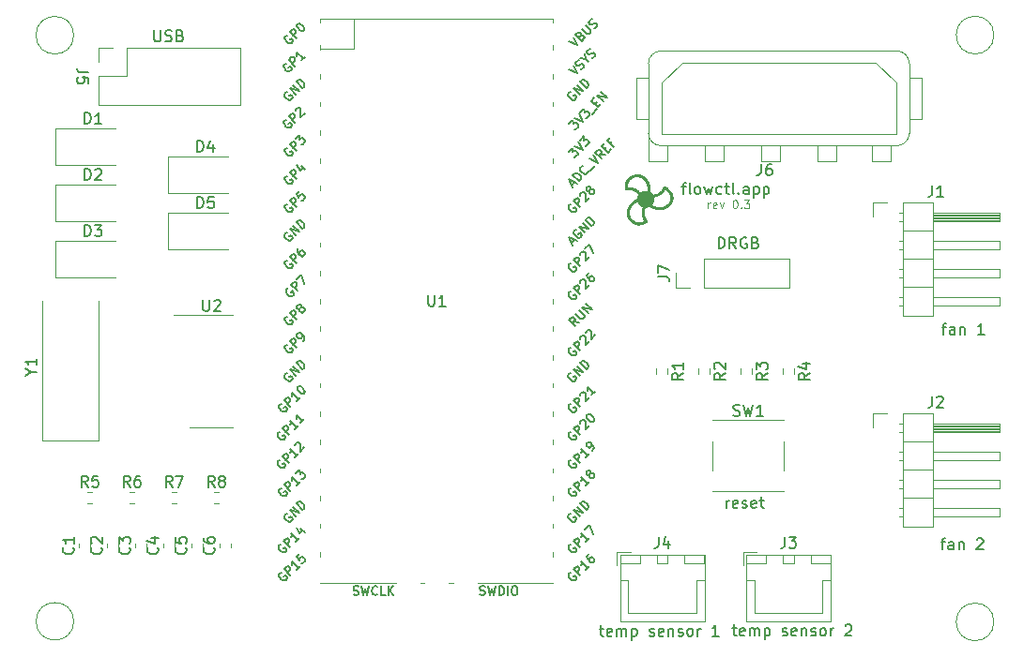
<source format=gbr>
%TF.GenerationSoftware,KiCad,Pcbnew,(5.1.10)-1*%
%TF.CreationDate,2021-08-08T16:35:33+01:00*%
%TF.ProjectId,flowcontrol-v0.1,666c6f77-636f-46e7-9472-6f6c2d76302e,rev?*%
%TF.SameCoordinates,Original*%
%TF.FileFunction,Legend,Top*%
%TF.FilePolarity,Positive*%
%FSLAX46Y46*%
G04 Gerber Fmt 4.6, Leading zero omitted, Abs format (unit mm)*
G04 Created by KiCad (PCBNEW (5.1.10)-1) date 2021-08-08 16:35:33*
%MOMM*%
%LPD*%
G01*
G04 APERTURE LIST*
%ADD10C,0.150000*%
%ADD11C,0.013229*%
%ADD12C,0.100000*%
%ADD13C,0.120000*%
G04 APERTURE END LIST*
D10*
X162030652Y-110126080D02*
X162030652Y-109459414D01*
X162030652Y-109649890D02*
X162078271Y-109554652D01*
X162125890Y-109507033D01*
X162221128Y-109459414D01*
X162316366Y-109459414D01*
X163030652Y-110078461D02*
X162935414Y-110126080D01*
X162744938Y-110126080D01*
X162649700Y-110078461D01*
X162602080Y-109983223D01*
X162602080Y-109602271D01*
X162649700Y-109507033D01*
X162744938Y-109459414D01*
X162935414Y-109459414D01*
X163030652Y-109507033D01*
X163078271Y-109602271D01*
X163078271Y-109697509D01*
X162602080Y-109792747D01*
X163459223Y-110078461D02*
X163554461Y-110126080D01*
X163744938Y-110126080D01*
X163840176Y-110078461D01*
X163887795Y-109983223D01*
X163887795Y-109935604D01*
X163840176Y-109840366D01*
X163744938Y-109792747D01*
X163602080Y-109792747D01*
X163506842Y-109745128D01*
X163459223Y-109649890D01*
X163459223Y-109602271D01*
X163506842Y-109507033D01*
X163602080Y-109459414D01*
X163744938Y-109459414D01*
X163840176Y-109507033D01*
X164697319Y-110078461D02*
X164602080Y-110126080D01*
X164411604Y-110126080D01*
X164316366Y-110078461D01*
X164268747Y-109983223D01*
X164268747Y-109602271D01*
X164316366Y-109507033D01*
X164411604Y-109459414D01*
X164602080Y-109459414D01*
X164697319Y-109507033D01*
X164744938Y-109602271D01*
X164744938Y-109697509D01*
X164268747Y-109792747D01*
X165030652Y-109459414D02*
X165411604Y-109459414D01*
X165173509Y-109126080D02*
X165173509Y-109983223D01*
X165221128Y-110078461D01*
X165316366Y-110126080D01*
X165411604Y-110126080D01*
X181384819Y-113209414D02*
X181765771Y-113209414D01*
X181527676Y-113876080D02*
X181527676Y-113018938D01*
X181575295Y-112923700D01*
X181670533Y-112876080D01*
X181765771Y-112876080D01*
X182527676Y-113876080D02*
X182527676Y-113352271D01*
X182480057Y-113257033D01*
X182384819Y-113209414D01*
X182194342Y-113209414D01*
X182099104Y-113257033D01*
X182527676Y-113828461D02*
X182432438Y-113876080D01*
X182194342Y-113876080D01*
X182099104Y-113828461D01*
X182051485Y-113733223D01*
X182051485Y-113637985D01*
X182099104Y-113542747D01*
X182194342Y-113495128D01*
X182432438Y-113495128D01*
X182527676Y-113447509D01*
X183003866Y-113209414D02*
X183003866Y-113876080D01*
X183003866Y-113304652D02*
X183051485Y-113257033D01*
X183146723Y-113209414D01*
X183289580Y-113209414D01*
X183384819Y-113257033D01*
X183432438Y-113352271D01*
X183432438Y-113876080D01*
X184622914Y-112971319D02*
X184670533Y-112923700D01*
X184765771Y-112876080D01*
X185003866Y-112876080D01*
X185099104Y-112923700D01*
X185146723Y-112971319D01*
X185194342Y-113066557D01*
X185194342Y-113161795D01*
X185146723Y-113304652D01*
X184575295Y-113876080D01*
X185194342Y-113876080D01*
D11*
G36*
X154780381Y-81481688D02*
G01*
X154833314Y-81488708D01*
X154885926Y-81499693D01*
X154938004Y-81514683D01*
X154989335Y-81533723D01*
X155014499Y-81544704D01*
X155039095Y-81556556D01*
X155063106Y-81569256D01*
X155086520Y-81582781D01*
X155109319Y-81597109D01*
X155131489Y-81612217D01*
X155153016Y-81628082D01*
X155173883Y-81644682D01*
X155194076Y-81661994D01*
X155213580Y-81679995D01*
X155232379Y-81698664D01*
X155250459Y-81717976D01*
X155267804Y-81737911D01*
X155284399Y-81758445D01*
X155300230Y-81779555D01*
X155315280Y-81801219D01*
X155329536Y-81823414D01*
X155342981Y-81846118D01*
X155355601Y-81869308D01*
X155367380Y-81892961D01*
X155378304Y-81917055D01*
X155388357Y-81941568D01*
X155397525Y-81966476D01*
X155405791Y-81991757D01*
X155413142Y-82017388D01*
X155419562Y-82043347D01*
X155425035Y-82069612D01*
X155429547Y-82096158D01*
X155433083Y-82122965D01*
X155435627Y-82150009D01*
X155437165Y-82177268D01*
X155437681Y-82204719D01*
X155436788Y-82240733D01*
X155434127Y-82276503D01*
X155429722Y-82311969D01*
X155423597Y-82347071D01*
X155415777Y-82381750D01*
X155406287Y-82415947D01*
X155395152Y-82449602D01*
X155382396Y-82482655D01*
X155368044Y-82515047D01*
X155352120Y-82546718D01*
X155334650Y-82577609D01*
X155315657Y-82607660D01*
X155295167Y-82636812D01*
X155273204Y-82665006D01*
X155249793Y-82692180D01*
X155224958Y-82718277D01*
X155198861Y-82743112D01*
X155171686Y-82766523D01*
X155143493Y-82788486D01*
X155114341Y-82808977D01*
X155084290Y-82827969D01*
X155053399Y-82845440D01*
X155021727Y-82861363D01*
X154989336Y-82875715D01*
X154956283Y-82888472D01*
X154922628Y-82899607D01*
X154888431Y-82909097D01*
X154853752Y-82916916D01*
X154818650Y-82923041D01*
X154783184Y-82927446D01*
X154747414Y-82930108D01*
X154711400Y-82931000D01*
X154656690Y-82928947D01*
X154602839Y-82922867D01*
X154550028Y-82912881D01*
X154498438Y-82899111D01*
X154448249Y-82881677D01*
X154399642Y-82860700D01*
X154352799Y-82836301D01*
X154307900Y-82808600D01*
X154265126Y-82777719D01*
X154224657Y-82743779D01*
X154186676Y-82706900D01*
X154151363Y-82667203D01*
X154118898Y-82624809D01*
X154089462Y-82579839D01*
X154063237Y-82532414D01*
X154040404Y-82482655D01*
X154021364Y-82431324D01*
X154006374Y-82379246D01*
X153995389Y-82326633D01*
X153988368Y-82273700D01*
X153985269Y-82220660D01*
X153986048Y-82167726D01*
X153990664Y-82115111D01*
X153999074Y-82063029D01*
X154011235Y-82011693D01*
X154027105Y-81961317D01*
X154046642Y-81912114D01*
X154069804Y-81864297D01*
X154096546Y-81818080D01*
X154126829Y-81773676D01*
X154160608Y-81731299D01*
X154197841Y-81691161D01*
X154237979Y-81653928D01*
X154280356Y-81620148D01*
X154324760Y-81589866D01*
X154370977Y-81563123D01*
X154418794Y-81539962D01*
X154467997Y-81520425D01*
X154518373Y-81504555D01*
X154569709Y-81492393D01*
X154621791Y-81483983D01*
X154674406Y-81479368D01*
X154727340Y-81478588D01*
X154780381Y-81481688D01*
G37*
X154780381Y-81481688D02*
X154833314Y-81488708D01*
X154885926Y-81499693D01*
X154938004Y-81514683D01*
X154989335Y-81533723D01*
X155014499Y-81544704D01*
X155039095Y-81556556D01*
X155063106Y-81569256D01*
X155086520Y-81582781D01*
X155109319Y-81597109D01*
X155131489Y-81612217D01*
X155153016Y-81628082D01*
X155173883Y-81644682D01*
X155194076Y-81661994D01*
X155213580Y-81679995D01*
X155232379Y-81698664D01*
X155250459Y-81717976D01*
X155267804Y-81737911D01*
X155284399Y-81758445D01*
X155300230Y-81779555D01*
X155315280Y-81801219D01*
X155329536Y-81823414D01*
X155342981Y-81846118D01*
X155355601Y-81869308D01*
X155367380Y-81892961D01*
X155378304Y-81917055D01*
X155388357Y-81941568D01*
X155397525Y-81966476D01*
X155405791Y-81991757D01*
X155413142Y-82017388D01*
X155419562Y-82043347D01*
X155425035Y-82069612D01*
X155429547Y-82096158D01*
X155433083Y-82122965D01*
X155435627Y-82150009D01*
X155437165Y-82177268D01*
X155437681Y-82204719D01*
X155436788Y-82240733D01*
X155434127Y-82276503D01*
X155429722Y-82311969D01*
X155423597Y-82347071D01*
X155415777Y-82381750D01*
X155406287Y-82415947D01*
X155395152Y-82449602D01*
X155382396Y-82482655D01*
X155368044Y-82515047D01*
X155352120Y-82546718D01*
X155334650Y-82577609D01*
X155315657Y-82607660D01*
X155295167Y-82636812D01*
X155273204Y-82665006D01*
X155249793Y-82692180D01*
X155224958Y-82718277D01*
X155198861Y-82743112D01*
X155171686Y-82766523D01*
X155143493Y-82788486D01*
X155114341Y-82808977D01*
X155084290Y-82827969D01*
X155053399Y-82845440D01*
X155021727Y-82861363D01*
X154989336Y-82875715D01*
X154956283Y-82888472D01*
X154922628Y-82899607D01*
X154888431Y-82909097D01*
X154853752Y-82916916D01*
X154818650Y-82923041D01*
X154783184Y-82927446D01*
X154747414Y-82930108D01*
X154711400Y-82931000D01*
X154656690Y-82928947D01*
X154602839Y-82922867D01*
X154550028Y-82912881D01*
X154498438Y-82899111D01*
X154448249Y-82881677D01*
X154399642Y-82860700D01*
X154352799Y-82836301D01*
X154307900Y-82808600D01*
X154265126Y-82777719D01*
X154224657Y-82743779D01*
X154186676Y-82706900D01*
X154151363Y-82667203D01*
X154118898Y-82624809D01*
X154089462Y-82579839D01*
X154063237Y-82532414D01*
X154040404Y-82482655D01*
X154021364Y-82431324D01*
X154006374Y-82379246D01*
X153995389Y-82326633D01*
X153988368Y-82273700D01*
X153985269Y-82220660D01*
X153986048Y-82167726D01*
X153990664Y-82115111D01*
X153999074Y-82063029D01*
X154011235Y-82011693D01*
X154027105Y-81961317D01*
X154046642Y-81912114D01*
X154069804Y-81864297D01*
X154096546Y-81818080D01*
X154126829Y-81773676D01*
X154160608Y-81731299D01*
X154197841Y-81691161D01*
X154237979Y-81653928D01*
X154280356Y-81620148D01*
X154324760Y-81589866D01*
X154370977Y-81563123D01*
X154418794Y-81539962D01*
X154467997Y-81520425D01*
X154518373Y-81504555D01*
X154569709Y-81492393D01*
X154621791Y-81483983D01*
X154674406Y-81479368D01*
X154727340Y-81478588D01*
X154780381Y-81481688D01*
G36*
X154711399Y-81661529D02*
G01*
X154739363Y-81662263D01*
X154766959Y-81664386D01*
X154794154Y-81667865D01*
X154820913Y-81672666D01*
X154847201Y-81678754D01*
X154872986Y-81686096D01*
X154898233Y-81694657D01*
X154922908Y-81704403D01*
X154946976Y-81715301D01*
X154970404Y-81727315D01*
X154993158Y-81740412D01*
X155015203Y-81754559D01*
X155036506Y-81769720D01*
X155057032Y-81785862D01*
X155076747Y-81802950D01*
X155095618Y-81820951D01*
X155113609Y-81839830D01*
X155130688Y-81859554D01*
X155146820Y-81880088D01*
X155161971Y-81901398D01*
X155176107Y-81923450D01*
X155189193Y-81946210D01*
X155201196Y-81969644D01*
X155212082Y-81993718D01*
X155221816Y-82018397D01*
X155230365Y-82043648D01*
X155237694Y-82069437D01*
X155243770Y-82095728D01*
X155248558Y-82122490D01*
X155252024Y-82149686D01*
X155254134Y-82177284D01*
X155254854Y-82205248D01*
X155254100Y-82233194D01*
X155251957Y-82260770D01*
X155248458Y-82287943D01*
X155243639Y-82314680D01*
X155237532Y-82340945D01*
X155230173Y-82366706D01*
X155221595Y-82391927D01*
X155211833Y-82416575D01*
X155200920Y-82440616D01*
X155188891Y-82464015D01*
X155175780Y-82486739D01*
X155161621Y-82508754D01*
X155146448Y-82530025D01*
X155130296Y-82550519D01*
X155113198Y-82570202D01*
X155095189Y-82589038D01*
X155076303Y-82606995D01*
X155056573Y-82624039D01*
X155036035Y-82640135D01*
X155014722Y-82655248D01*
X154992668Y-82669347D01*
X154969908Y-82682395D01*
X154946475Y-82694359D01*
X154922405Y-82705205D01*
X154897730Y-82714900D01*
X154872485Y-82723408D01*
X154846704Y-82730696D01*
X154820422Y-82736730D01*
X154793672Y-82741476D01*
X154766489Y-82744899D01*
X154738907Y-82746967D01*
X154710960Y-82747644D01*
X154683014Y-82746908D01*
X154655436Y-82744782D01*
X154628260Y-82741302D01*
X154601521Y-82736499D01*
X154575251Y-82730410D01*
X154549486Y-82723067D01*
X154524260Y-82714506D01*
X154499605Y-82704760D01*
X154475557Y-82693862D01*
X154452150Y-82681849D01*
X154429417Y-82668753D01*
X154407393Y-82654608D01*
X154386112Y-82639449D01*
X154365608Y-82623310D01*
X154345915Y-82606225D01*
X154327066Y-82588228D01*
X154309097Y-82569354D01*
X154292041Y-82549635D01*
X154275932Y-82529107D01*
X154260804Y-82507804D01*
X154246691Y-82485759D01*
X154233628Y-82463008D01*
X154221649Y-82439583D01*
X154210787Y-82415519D01*
X154201076Y-82390851D01*
X154192552Y-82365611D01*
X154185247Y-82339836D01*
X154179196Y-82313557D01*
X154174433Y-82286811D01*
X154170991Y-82259630D01*
X154168906Y-82232049D01*
X154168211Y-82204102D01*
X154168929Y-82176156D01*
X154171036Y-82148577D01*
X154174500Y-82121399D01*
X154179284Y-82094656D01*
X154185357Y-82068383D01*
X154192683Y-82042613D01*
X154201228Y-82017380D01*
X154210958Y-81992720D01*
X154221839Y-81968665D01*
X154233838Y-81945250D01*
X154246919Y-81922509D01*
X154261050Y-81900475D01*
X154276195Y-81879184D01*
X154292320Y-81858670D01*
X154309393Y-81838965D01*
X154327377Y-81820105D01*
X154346240Y-81802123D01*
X154365947Y-81785054D01*
X154386465Y-81768932D01*
X154407758Y-81753790D01*
X154429794Y-81739663D01*
X154452537Y-81726586D01*
X154475954Y-81714591D01*
X154500011Y-81703713D01*
X154524673Y-81693987D01*
X154549906Y-81685446D01*
X154575677Y-81678124D01*
X154601952Y-81672056D01*
X154628695Y-81667275D01*
X154655874Y-81663817D01*
X154683453Y-81661714D01*
X154711400Y-81661000D01*
X154711399Y-81661529D01*
G37*
X154711399Y-81661529D02*
X154739363Y-81662263D01*
X154766959Y-81664386D01*
X154794154Y-81667865D01*
X154820913Y-81672666D01*
X154847201Y-81678754D01*
X154872986Y-81686096D01*
X154898233Y-81694657D01*
X154922908Y-81704403D01*
X154946976Y-81715301D01*
X154970404Y-81727315D01*
X154993158Y-81740412D01*
X155015203Y-81754559D01*
X155036506Y-81769720D01*
X155057032Y-81785862D01*
X155076747Y-81802950D01*
X155095618Y-81820951D01*
X155113609Y-81839830D01*
X155130688Y-81859554D01*
X155146820Y-81880088D01*
X155161971Y-81901398D01*
X155176107Y-81923450D01*
X155189193Y-81946210D01*
X155201196Y-81969644D01*
X155212082Y-81993718D01*
X155221816Y-82018397D01*
X155230365Y-82043648D01*
X155237694Y-82069437D01*
X155243770Y-82095728D01*
X155248558Y-82122490D01*
X155252024Y-82149686D01*
X155254134Y-82177284D01*
X155254854Y-82205248D01*
X155254100Y-82233194D01*
X155251957Y-82260770D01*
X155248458Y-82287943D01*
X155243639Y-82314680D01*
X155237532Y-82340945D01*
X155230173Y-82366706D01*
X155221595Y-82391927D01*
X155211833Y-82416575D01*
X155200920Y-82440616D01*
X155188891Y-82464015D01*
X155175780Y-82486739D01*
X155161621Y-82508754D01*
X155146448Y-82530025D01*
X155130296Y-82550519D01*
X155113198Y-82570202D01*
X155095189Y-82589038D01*
X155076303Y-82606995D01*
X155056573Y-82624039D01*
X155036035Y-82640135D01*
X155014722Y-82655248D01*
X154992668Y-82669347D01*
X154969908Y-82682395D01*
X154946475Y-82694359D01*
X154922405Y-82705205D01*
X154897730Y-82714900D01*
X154872485Y-82723408D01*
X154846704Y-82730696D01*
X154820422Y-82736730D01*
X154793672Y-82741476D01*
X154766489Y-82744899D01*
X154738907Y-82746967D01*
X154710960Y-82747644D01*
X154683014Y-82746908D01*
X154655436Y-82744782D01*
X154628260Y-82741302D01*
X154601521Y-82736499D01*
X154575251Y-82730410D01*
X154549486Y-82723067D01*
X154524260Y-82714506D01*
X154499605Y-82704760D01*
X154475557Y-82693862D01*
X154452150Y-82681849D01*
X154429417Y-82668753D01*
X154407393Y-82654608D01*
X154386112Y-82639449D01*
X154365608Y-82623310D01*
X154345915Y-82606225D01*
X154327066Y-82588228D01*
X154309097Y-82569354D01*
X154292041Y-82549635D01*
X154275932Y-82529107D01*
X154260804Y-82507804D01*
X154246691Y-82485759D01*
X154233628Y-82463008D01*
X154221649Y-82439583D01*
X154210787Y-82415519D01*
X154201076Y-82390851D01*
X154192552Y-82365611D01*
X154185247Y-82339836D01*
X154179196Y-82313557D01*
X154174433Y-82286811D01*
X154170991Y-82259630D01*
X154168906Y-82232049D01*
X154168211Y-82204102D01*
X154168929Y-82176156D01*
X154171036Y-82148577D01*
X154174500Y-82121399D01*
X154179284Y-82094656D01*
X154185357Y-82068383D01*
X154192683Y-82042613D01*
X154201228Y-82017380D01*
X154210958Y-81992720D01*
X154221839Y-81968665D01*
X154233838Y-81945250D01*
X154246919Y-81922509D01*
X154261050Y-81900475D01*
X154276195Y-81879184D01*
X154292320Y-81858670D01*
X154309393Y-81838965D01*
X154327377Y-81820105D01*
X154346240Y-81802123D01*
X154365947Y-81785054D01*
X154386465Y-81768932D01*
X154407758Y-81753790D01*
X154429794Y-81739663D01*
X154452537Y-81726586D01*
X154475954Y-81714591D01*
X154500011Y-81703713D01*
X154524673Y-81693987D01*
X154549906Y-81685446D01*
X154575677Y-81678124D01*
X154601952Y-81672056D01*
X154628695Y-81667275D01*
X154655874Y-81663817D01*
X154683453Y-81661714D01*
X154711400Y-81661000D01*
X154711399Y-81661529D01*
G36*
X156405959Y-81066149D02*
G01*
X156410431Y-81066435D01*
X156414894Y-81066941D01*
X156419340Y-81067668D01*
X156423761Y-81068617D01*
X156428149Y-81069789D01*
X156430174Y-81070411D01*
X156432185Y-81071079D01*
X156434180Y-81071790D01*
X156436159Y-81072546D01*
X156438120Y-81073346D01*
X156440062Y-81074190D01*
X156441987Y-81075077D01*
X156443891Y-81076007D01*
X156510376Y-81112471D01*
X156580843Y-81156468D01*
X156653723Y-81207757D01*
X156727448Y-81266097D01*
X156800450Y-81331248D01*
X156871160Y-81402968D01*
X156905166Y-81441217D01*
X156938011Y-81481017D01*
X156969499Y-81522340D01*
X156999433Y-81565155D01*
X157027619Y-81609432D01*
X157053859Y-81655140D01*
X157077959Y-81702251D01*
X157099721Y-81750733D01*
X157118949Y-81800556D01*
X157135449Y-81851692D01*
X157149023Y-81904108D01*
X157159475Y-81957776D01*
X157166610Y-82012665D01*
X157170232Y-82068745D01*
X157170144Y-82125987D01*
X157166151Y-82184359D01*
X157158056Y-82243832D01*
X157145663Y-82304376D01*
X157128777Y-82365961D01*
X157107201Y-82428557D01*
X157078522Y-82486985D01*
X157047078Y-82543635D01*
X157012956Y-82598428D01*
X156976246Y-82651281D01*
X156937038Y-82702112D01*
X156895421Y-82750841D01*
X156851484Y-82797385D01*
X156805316Y-82841664D01*
X156757006Y-82883596D01*
X156706644Y-82923100D01*
X156654319Y-82960094D01*
X156600119Y-82994496D01*
X156544136Y-83026226D01*
X156486456Y-83055203D01*
X156427171Y-83081343D01*
X156366368Y-83104567D01*
X156322291Y-83117686D01*
X156277787Y-83129062D01*
X156232907Y-83138687D01*
X156187703Y-83146552D01*
X156142226Y-83152651D01*
X156096530Y-83156974D01*
X156050665Y-83159513D01*
X156004683Y-83160262D01*
X156005344Y-83159865D01*
X155947114Y-83158555D01*
X155888166Y-83154626D01*
X155828510Y-83148079D01*
X155768154Y-83138915D01*
X155707106Y-83127135D01*
X155645376Y-83112740D01*
X155582971Y-83095730D01*
X155519900Y-83076108D01*
X155456172Y-83053873D01*
X155391795Y-83029027D01*
X155326778Y-83001570D01*
X155261129Y-82971504D01*
X155194857Y-82938830D01*
X155127971Y-82903549D01*
X155060478Y-82865660D01*
X154992387Y-82825167D01*
X154989759Y-82823597D01*
X154987196Y-82821947D01*
X154984699Y-82820220D01*
X154982269Y-82818417D01*
X154979908Y-82816542D01*
X154977617Y-82814595D01*
X154975396Y-82812580D01*
X154973248Y-82810498D01*
X154971172Y-82808351D01*
X154969172Y-82806141D01*
X154967247Y-82803871D01*
X154965399Y-82801542D01*
X154963629Y-82799157D01*
X154961939Y-82796717D01*
X154960329Y-82794226D01*
X154958801Y-82791684D01*
X154957356Y-82789094D01*
X154955996Y-82786458D01*
X154954720Y-82783778D01*
X154953532Y-82781056D01*
X154952431Y-82778294D01*
X154951419Y-82775495D01*
X154950497Y-82772661D01*
X154949667Y-82769792D01*
X154948930Y-82766893D01*
X154948286Y-82763964D01*
X154947737Y-82761008D01*
X154947285Y-82758026D01*
X154946930Y-82755022D01*
X154946674Y-82751997D01*
X154946518Y-82748953D01*
X154946463Y-82745892D01*
X154946658Y-82739786D01*
X154947253Y-82733755D01*
X154948238Y-82727815D01*
X154949604Y-82721983D01*
X154951341Y-82716275D01*
X154953439Y-82710709D01*
X154955889Y-82705301D01*
X154958681Y-82700067D01*
X154961805Y-82695025D01*
X154965252Y-82690191D01*
X154969013Y-82685582D01*
X154973077Y-82681215D01*
X154977436Y-82677106D01*
X154982078Y-82673272D01*
X154986996Y-82669729D01*
X154992178Y-82666495D01*
X154997564Y-82663613D01*
X155003086Y-82661114D01*
X155008723Y-82658999D01*
X155014457Y-82657267D01*
X155020269Y-82655919D01*
X155026138Y-82654955D01*
X155032047Y-82654374D01*
X155037975Y-82654177D01*
X155043904Y-82654363D01*
X155049814Y-82654934D01*
X155055685Y-82655887D01*
X155061499Y-82657225D01*
X155067237Y-82658947D01*
X155072878Y-82661052D01*
X155078403Y-82663541D01*
X155083795Y-82666414D01*
X155087769Y-82668666D01*
X155174321Y-82719580D01*
X155259587Y-82765907D01*
X155343549Y-82807643D01*
X155426190Y-82844783D01*
X155507493Y-82877324D01*
X155587439Y-82905261D01*
X155666011Y-82928589D01*
X155743192Y-82947305D01*
X155818964Y-82961404D01*
X155893308Y-82970882D01*
X155966208Y-82975735D01*
X156037646Y-82975959D01*
X156107605Y-82971548D01*
X156176066Y-82962500D01*
X156243011Y-82948809D01*
X156308425Y-82930471D01*
X156359662Y-82910432D01*
X156409644Y-82888004D01*
X156458298Y-82863253D01*
X156505552Y-82836242D01*
X156551336Y-82807037D01*
X156595578Y-82775702D01*
X156638206Y-82742303D01*
X156679150Y-82706904D01*
X156718337Y-82669570D01*
X156755696Y-82630366D01*
X156791157Y-82589357D01*
X156824646Y-82546607D01*
X156856094Y-82502182D01*
X156885429Y-82456146D01*
X156912578Y-82408564D01*
X156937471Y-82359500D01*
X156955195Y-82308154D01*
X156969021Y-82257833D01*
X156979126Y-82208550D01*
X156985688Y-82160320D01*
X156988885Y-82113154D01*
X156988893Y-82067067D01*
X156985891Y-82022073D01*
X156980057Y-81978184D01*
X156971567Y-81935414D01*
X156960599Y-81893777D01*
X156947332Y-81853286D01*
X156931941Y-81813955D01*
X156914606Y-81775796D01*
X156895503Y-81738823D01*
X156852705Y-81668491D01*
X156804968Y-81603066D01*
X156753712Y-81542655D01*
X156700358Y-81487366D01*
X156646326Y-81437306D01*
X156593037Y-81392582D01*
X156541910Y-81353304D01*
X156451829Y-81291510D01*
X156424313Y-81351956D01*
X156393727Y-81409038D01*
X156360321Y-81462849D01*
X156324347Y-81513487D01*
X156286056Y-81561047D01*
X156245699Y-81605623D01*
X156203529Y-81647311D01*
X156159795Y-81686206D01*
X156114750Y-81722404D01*
X156068644Y-81756001D01*
X156021730Y-81787091D01*
X155974258Y-81815771D01*
X155878647Y-81866278D01*
X155783822Y-81908287D01*
X155691794Y-81942559D01*
X155604573Y-81969858D01*
X155524170Y-81990948D01*
X155452597Y-82006592D01*
X155343979Y-82024591D01*
X155294806Y-82029962D01*
X155290362Y-82029847D01*
X155285970Y-82029524D01*
X155281635Y-82028995D01*
X155277363Y-82028266D01*
X155273158Y-82027342D01*
X155269025Y-82026227D01*
X155264971Y-82024926D01*
X155260999Y-82023444D01*
X155257115Y-82021785D01*
X155253323Y-82019955D01*
X155249630Y-82017957D01*
X155246040Y-82015797D01*
X155242558Y-82013479D01*
X155239189Y-82011007D01*
X155235939Y-82008388D01*
X155232811Y-82005625D01*
X155229813Y-82002723D01*
X155226948Y-81999686D01*
X155224222Y-81996521D01*
X155221639Y-81993230D01*
X155219206Y-81989819D01*
X155216926Y-81986293D01*
X155214805Y-81982656D01*
X155212849Y-81978913D01*
X155211061Y-81975068D01*
X155209448Y-81971127D01*
X155208015Y-81967095D01*
X155206766Y-81962975D01*
X155205706Y-81958772D01*
X155204841Y-81954492D01*
X155204176Y-81950138D01*
X155203715Y-81945716D01*
X155203467Y-81941278D01*
X155203432Y-81936874D01*
X155203605Y-81932510D01*
X155203983Y-81928193D01*
X155204561Y-81923927D01*
X155205336Y-81919717D01*
X155206302Y-81915570D01*
X155207455Y-81911490D01*
X155208792Y-81907484D01*
X155210307Y-81903556D01*
X155211997Y-81899712D01*
X155213858Y-81895958D01*
X155215884Y-81892298D01*
X155218072Y-81888739D01*
X155220418Y-81885286D01*
X155222917Y-81881944D01*
X155225565Y-81878719D01*
X155228358Y-81875616D01*
X155231291Y-81872641D01*
X155234360Y-81869799D01*
X155237561Y-81867095D01*
X155240890Y-81864535D01*
X155244342Y-81862125D01*
X155247913Y-81859870D01*
X155251599Y-81857775D01*
X155255395Y-81855846D01*
X155259297Y-81854089D01*
X155263302Y-81852508D01*
X155267404Y-81851109D01*
X155271600Y-81849898D01*
X155275884Y-81848880D01*
X155280254Y-81848061D01*
X155319388Y-81843422D01*
X155418900Y-81826135D01*
X155485888Y-81810935D01*
X155561479Y-81790397D01*
X155643509Y-81763795D01*
X155729814Y-81730404D01*
X155818231Y-81689499D01*
X155862555Y-81666001D01*
X155906595Y-81640354D01*
X155950082Y-81612465D01*
X155992744Y-81582244D01*
X156034311Y-81549601D01*
X156074512Y-81514444D01*
X156113078Y-81476683D01*
X156149737Y-81436228D01*
X156184219Y-81392988D01*
X156216254Y-81346871D01*
X156245571Y-81297789D01*
X156271899Y-81245648D01*
X156294969Y-81190360D01*
X156314510Y-81131834D01*
X156315897Y-81127509D01*
X156317489Y-81123278D01*
X156319281Y-81119144D01*
X156321269Y-81115116D01*
X156323446Y-81111199D01*
X156325809Y-81107400D01*
X156328351Y-81103725D01*
X156331067Y-81100181D01*
X156333954Y-81096772D01*
X156337005Y-81093507D01*
X156340215Y-81090392D01*
X156343579Y-81087432D01*
X156347093Y-81084633D01*
X156350751Y-81082003D01*
X156354547Y-81079548D01*
X156358478Y-81077274D01*
X156362517Y-81075197D01*
X156366635Y-81073331D01*
X156370825Y-81071676D01*
X156375079Y-81070233D01*
X156379388Y-81069004D01*
X156383745Y-81067988D01*
X156388141Y-81067187D01*
X156392569Y-81066602D01*
X156397020Y-81066233D01*
X156401486Y-81066082D01*
X156405959Y-81066149D01*
G37*
X156405959Y-81066149D02*
X156410431Y-81066435D01*
X156414894Y-81066941D01*
X156419340Y-81067668D01*
X156423761Y-81068617D01*
X156428149Y-81069789D01*
X156430174Y-81070411D01*
X156432185Y-81071079D01*
X156434180Y-81071790D01*
X156436159Y-81072546D01*
X156438120Y-81073346D01*
X156440062Y-81074190D01*
X156441987Y-81075077D01*
X156443891Y-81076007D01*
X156510376Y-81112471D01*
X156580843Y-81156468D01*
X156653723Y-81207757D01*
X156727448Y-81266097D01*
X156800450Y-81331248D01*
X156871160Y-81402968D01*
X156905166Y-81441217D01*
X156938011Y-81481017D01*
X156969499Y-81522340D01*
X156999433Y-81565155D01*
X157027619Y-81609432D01*
X157053859Y-81655140D01*
X157077959Y-81702251D01*
X157099721Y-81750733D01*
X157118949Y-81800556D01*
X157135449Y-81851692D01*
X157149023Y-81904108D01*
X157159475Y-81957776D01*
X157166610Y-82012665D01*
X157170232Y-82068745D01*
X157170144Y-82125987D01*
X157166151Y-82184359D01*
X157158056Y-82243832D01*
X157145663Y-82304376D01*
X157128777Y-82365961D01*
X157107201Y-82428557D01*
X157078522Y-82486985D01*
X157047078Y-82543635D01*
X157012956Y-82598428D01*
X156976246Y-82651281D01*
X156937038Y-82702112D01*
X156895421Y-82750841D01*
X156851484Y-82797385D01*
X156805316Y-82841664D01*
X156757006Y-82883596D01*
X156706644Y-82923100D01*
X156654319Y-82960094D01*
X156600119Y-82994496D01*
X156544136Y-83026226D01*
X156486456Y-83055203D01*
X156427171Y-83081343D01*
X156366368Y-83104567D01*
X156322291Y-83117686D01*
X156277787Y-83129062D01*
X156232907Y-83138687D01*
X156187703Y-83146552D01*
X156142226Y-83152651D01*
X156096530Y-83156974D01*
X156050665Y-83159513D01*
X156004683Y-83160262D01*
X156005344Y-83159865D01*
X155947114Y-83158555D01*
X155888166Y-83154626D01*
X155828510Y-83148079D01*
X155768154Y-83138915D01*
X155707106Y-83127135D01*
X155645376Y-83112740D01*
X155582971Y-83095730D01*
X155519900Y-83076108D01*
X155456172Y-83053873D01*
X155391795Y-83029027D01*
X155326778Y-83001570D01*
X155261129Y-82971504D01*
X155194857Y-82938830D01*
X155127971Y-82903549D01*
X155060478Y-82865660D01*
X154992387Y-82825167D01*
X154989759Y-82823597D01*
X154987196Y-82821947D01*
X154984699Y-82820220D01*
X154982269Y-82818417D01*
X154979908Y-82816542D01*
X154977617Y-82814595D01*
X154975396Y-82812580D01*
X154973248Y-82810498D01*
X154971172Y-82808351D01*
X154969172Y-82806141D01*
X154967247Y-82803871D01*
X154965399Y-82801542D01*
X154963629Y-82799157D01*
X154961939Y-82796717D01*
X154960329Y-82794226D01*
X154958801Y-82791684D01*
X154957356Y-82789094D01*
X154955996Y-82786458D01*
X154954720Y-82783778D01*
X154953532Y-82781056D01*
X154952431Y-82778294D01*
X154951419Y-82775495D01*
X154950497Y-82772661D01*
X154949667Y-82769792D01*
X154948930Y-82766893D01*
X154948286Y-82763964D01*
X154947737Y-82761008D01*
X154947285Y-82758026D01*
X154946930Y-82755022D01*
X154946674Y-82751997D01*
X154946518Y-82748953D01*
X154946463Y-82745892D01*
X154946658Y-82739786D01*
X154947253Y-82733755D01*
X154948238Y-82727815D01*
X154949604Y-82721983D01*
X154951341Y-82716275D01*
X154953439Y-82710709D01*
X154955889Y-82705301D01*
X154958681Y-82700067D01*
X154961805Y-82695025D01*
X154965252Y-82690191D01*
X154969013Y-82685582D01*
X154973077Y-82681215D01*
X154977436Y-82677106D01*
X154982078Y-82673272D01*
X154986996Y-82669729D01*
X154992178Y-82666495D01*
X154997564Y-82663613D01*
X155003086Y-82661114D01*
X155008723Y-82658999D01*
X155014457Y-82657267D01*
X155020269Y-82655919D01*
X155026138Y-82654955D01*
X155032047Y-82654374D01*
X155037975Y-82654177D01*
X155043904Y-82654363D01*
X155049814Y-82654934D01*
X155055685Y-82655887D01*
X155061499Y-82657225D01*
X155067237Y-82658947D01*
X155072878Y-82661052D01*
X155078403Y-82663541D01*
X155083795Y-82666414D01*
X155087769Y-82668666D01*
X155174321Y-82719580D01*
X155259587Y-82765907D01*
X155343549Y-82807643D01*
X155426190Y-82844783D01*
X155507493Y-82877324D01*
X155587439Y-82905261D01*
X155666011Y-82928589D01*
X155743192Y-82947305D01*
X155818964Y-82961404D01*
X155893308Y-82970882D01*
X155966208Y-82975735D01*
X156037646Y-82975959D01*
X156107605Y-82971548D01*
X156176066Y-82962500D01*
X156243011Y-82948809D01*
X156308425Y-82930471D01*
X156359662Y-82910432D01*
X156409644Y-82888004D01*
X156458298Y-82863253D01*
X156505552Y-82836242D01*
X156551336Y-82807037D01*
X156595578Y-82775702D01*
X156638206Y-82742303D01*
X156679150Y-82706904D01*
X156718337Y-82669570D01*
X156755696Y-82630366D01*
X156791157Y-82589357D01*
X156824646Y-82546607D01*
X156856094Y-82502182D01*
X156885429Y-82456146D01*
X156912578Y-82408564D01*
X156937471Y-82359500D01*
X156955195Y-82308154D01*
X156969021Y-82257833D01*
X156979126Y-82208550D01*
X156985688Y-82160320D01*
X156988885Y-82113154D01*
X156988893Y-82067067D01*
X156985891Y-82022073D01*
X156980057Y-81978184D01*
X156971567Y-81935414D01*
X156960599Y-81893777D01*
X156947332Y-81853286D01*
X156931941Y-81813955D01*
X156914606Y-81775796D01*
X156895503Y-81738823D01*
X156852705Y-81668491D01*
X156804968Y-81603066D01*
X156753712Y-81542655D01*
X156700358Y-81487366D01*
X156646326Y-81437306D01*
X156593037Y-81392582D01*
X156541910Y-81353304D01*
X156451829Y-81291510D01*
X156424313Y-81351956D01*
X156393727Y-81409038D01*
X156360321Y-81462849D01*
X156324347Y-81513487D01*
X156286056Y-81561047D01*
X156245699Y-81605623D01*
X156203529Y-81647311D01*
X156159795Y-81686206D01*
X156114750Y-81722404D01*
X156068644Y-81756001D01*
X156021730Y-81787091D01*
X155974258Y-81815771D01*
X155878647Y-81866278D01*
X155783822Y-81908287D01*
X155691794Y-81942559D01*
X155604573Y-81969858D01*
X155524170Y-81990948D01*
X155452597Y-82006592D01*
X155343979Y-82024591D01*
X155294806Y-82029962D01*
X155290362Y-82029847D01*
X155285970Y-82029524D01*
X155281635Y-82028995D01*
X155277363Y-82028266D01*
X155273158Y-82027342D01*
X155269025Y-82026227D01*
X155264971Y-82024926D01*
X155260999Y-82023444D01*
X155257115Y-82021785D01*
X155253323Y-82019955D01*
X155249630Y-82017957D01*
X155246040Y-82015797D01*
X155242558Y-82013479D01*
X155239189Y-82011007D01*
X155235939Y-82008388D01*
X155232811Y-82005625D01*
X155229813Y-82002723D01*
X155226948Y-81999686D01*
X155224222Y-81996521D01*
X155221639Y-81993230D01*
X155219206Y-81989819D01*
X155216926Y-81986293D01*
X155214805Y-81982656D01*
X155212849Y-81978913D01*
X155211061Y-81975068D01*
X155209448Y-81971127D01*
X155208015Y-81967095D01*
X155206766Y-81962975D01*
X155205706Y-81958772D01*
X155204841Y-81954492D01*
X155204176Y-81950138D01*
X155203715Y-81945716D01*
X155203467Y-81941278D01*
X155203432Y-81936874D01*
X155203605Y-81932510D01*
X155203983Y-81928193D01*
X155204561Y-81923927D01*
X155205336Y-81919717D01*
X155206302Y-81915570D01*
X155207455Y-81911490D01*
X155208792Y-81907484D01*
X155210307Y-81903556D01*
X155211997Y-81899712D01*
X155213858Y-81895958D01*
X155215884Y-81892298D01*
X155218072Y-81888739D01*
X155220418Y-81885286D01*
X155222917Y-81881944D01*
X155225565Y-81878719D01*
X155228358Y-81875616D01*
X155231291Y-81872641D01*
X155234360Y-81869799D01*
X155237561Y-81867095D01*
X155240890Y-81864535D01*
X155244342Y-81862125D01*
X155247913Y-81859870D01*
X155251599Y-81857775D01*
X155255395Y-81855846D01*
X155259297Y-81854089D01*
X155263302Y-81852508D01*
X155267404Y-81851109D01*
X155271600Y-81849898D01*
X155275884Y-81848880D01*
X155280254Y-81848061D01*
X155319388Y-81843422D01*
X155418900Y-81826135D01*
X155485888Y-81810935D01*
X155561479Y-81790397D01*
X155643509Y-81763795D01*
X155729814Y-81730404D01*
X155818231Y-81689499D01*
X155862555Y-81666001D01*
X155906595Y-81640354D01*
X155950082Y-81612465D01*
X155992744Y-81582244D01*
X156034311Y-81549601D01*
X156074512Y-81514444D01*
X156113078Y-81476683D01*
X156149737Y-81436228D01*
X156184219Y-81392988D01*
X156216254Y-81346871D01*
X156245571Y-81297789D01*
X156271899Y-81245648D01*
X156294969Y-81190360D01*
X156314510Y-81131834D01*
X156315897Y-81127509D01*
X156317489Y-81123278D01*
X156319281Y-81119144D01*
X156321269Y-81115116D01*
X156323446Y-81111199D01*
X156325809Y-81107400D01*
X156328351Y-81103725D01*
X156331067Y-81100181D01*
X156333954Y-81096772D01*
X156337005Y-81093507D01*
X156340215Y-81090392D01*
X156343579Y-81087432D01*
X156347093Y-81084633D01*
X156350751Y-81082003D01*
X156354547Y-81079548D01*
X156358478Y-81077274D01*
X156362517Y-81075197D01*
X156366635Y-81073331D01*
X156370825Y-81071676D01*
X156375079Y-81070233D01*
X156379388Y-81069004D01*
X156383745Y-81067988D01*
X156388141Y-81067187D01*
X156392569Y-81066602D01*
X156397020Y-81066233D01*
X156401486Y-81066082D01*
X156405959Y-81066149D01*
G36*
X154081696Y-82146699D02*
G01*
X154086046Y-82147082D01*
X154090361Y-82147670D01*
X154094634Y-82148461D01*
X154098857Y-82149452D01*
X154103023Y-82150639D01*
X154107125Y-82152020D01*
X154111156Y-82153591D01*
X154115108Y-82155350D01*
X154118976Y-82157294D01*
X154122751Y-82159419D01*
X154126426Y-82161723D01*
X154129994Y-82164203D01*
X154133448Y-82166855D01*
X154136780Y-82169677D01*
X154139985Y-82172666D01*
X154143054Y-82175818D01*
X154145980Y-82179132D01*
X154148756Y-82182602D01*
X154151376Y-82186228D01*
X154153831Y-82190006D01*
X154156115Y-82193932D01*
X154158220Y-82198004D01*
X154160140Y-82202219D01*
X154161848Y-82206524D01*
X154163324Y-82210864D01*
X154164571Y-82215231D01*
X154165593Y-82219619D01*
X154166391Y-82224020D01*
X154166968Y-82228427D01*
X154167329Y-82232833D01*
X154167474Y-82237230D01*
X154167408Y-82241612D01*
X154167132Y-82245970D01*
X154166650Y-82250298D01*
X154165964Y-82254589D01*
X154165078Y-82258835D01*
X154163994Y-82263029D01*
X154162715Y-82267164D01*
X154161243Y-82271232D01*
X154159582Y-82275227D01*
X154157734Y-82279141D01*
X154155703Y-82282967D01*
X154153490Y-82286698D01*
X154151099Y-82290326D01*
X154148533Y-82293844D01*
X154145794Y-82297246D01*
X154142885Y-82300523D01*
X154139809Y-82303668D01*
X154136569Y-82306675D01*
X154133168Y-82309537D01*
X154129608Y-82312244D01*
X154125892Y-82314792D01*
X154122023Y-82317172D01*
X154118005Y-82319377D01*
X154113838Y-82321400D01*
X154070158Y-82341922D01*
X153961494Y-82399799D01*
X153889887Y-82442460D01*
X153810547Y-82494115D01*
X153726312Y-82554650D01*
X153640019Y-82623951D01*
X153596988Y-82661853D01*
X153554506Y-82701902D01*
X153512928Y-82744086D01*
X153472610Y-82788390D01*
X153433905Y-82834798D01*
X153397169Y-82883298D01*
X153362756Y-82933874D01*
X153331021Y-82986513D01*
X153302318Y-83041199D01*
X153277003Y-83097920D01*
X153255430Y-83156659D01*
X153237953Y-83217403D01*
X153224928Y-83280138D01*
X153216708Y-83344849D01*
X153213650Y-83411522D01*
X153216107Y-83480143D01*
X153221254Y-83529646D01*
X153228936Y-83578576D01*
X153239105Y-83626846D01*
X153251716Y-83674370D01*
X153266723Y-83721061D01*
X153284078Y-83766832D01*
X153303735Y-83811595D01*
X153325648Y-83855265D01*
X153349771Y-83897755D01*
X153376057Y-83938977D01*
X153404460Y-83978844D01*
X153434933Y-84017271D01*
X153467430Y-84054170D01*
X153501905Y-84089454D01*
X153538311Y-84123036D01*
X153576601Y-84154830D01*
X153612400Y-84182137D01*
X153649409Y-84207382D01*
X153687540Y-84230540D01*
X153726705Y-84251589D01*
X153766812Y-84270504D01*
X153807775Y-84287262D01*
X153849503Y-84301839D01*
X153891908Y-84314213D01*
X153934900Y-84324359D01*
X153978390Y-84332255D01*
X154022290Y-84337876D01*
X154066509Y-84341199D01*
X154110960Y-84342201D01*
X154155553Y-84340858D01*
X154200198Y-84337146D01*
X154244807Y-84331043D01*
X154269691Y-84326415D01*
X154294420Y-84321158D01*
X154318982Y-84315275D01*
X154343366Y-84308771D01*
X154367560Y-84301650D01*
X154391553Y-84293917D01*
X154415333Y-84285577D01*
X154438888Y-84276635D01*
X154462207Y-84267094D01*
X154485279Y-84256959D01*
X154508092Y-84246235D01*
X154530634Y-84234926D01*
X154552895Y-84223037D01*
X154574862Y-84210572D01*
X154596524Y-84197537D01*
X154617869Y-84183935D01*
X154592069Y-84139250D01*
X154563567Y-84085889D01*
X154533606Y-84024491D01*
X154503429Y-83955694D01*
X154474278Y-83880136D01*
X154447396Y-83798456D01*
X154424026Y-83711291D01*
X154405409Y-83619281D01*
X154398272Y-83571658D01*
X154392789Y-83523063D01*
X154389116Y-83473576D01*
X154387408Y-83423276D01*
X154387821Y-83372243D01*
X154390509Y-83320558D01*
X154395628Y-83268299D01*
X154403334Y-83215547D01*
X154413781Y-83162382D01*
X154427125Y-83108883D01*
X154443522Y-83055130D01*
X154463126Y-83001202D01*
X154486094Y-82947181D01*
X154512579Y-82893144D01*
X154542739Y-82839173D01*
X154576727Y-82785347D01*
X154579457Y-82781528D01*
X154582345Y-82777890D01*
X154585384Y-82774435D01*
X154588566Y-82771164D01*
X154591882Y-82768078D01*
X154595325Y-82765180D01*
X154598887Y-82762471D01*
X154602559Y-82759952D01*
X154606335Y-82757626D01*
X154610206Y-82755492D01*
X154614165Y-82753554D01*
X154618202Y-82751812D01*
X154622311Y-82750268D01*
X154626484Y-82748924D01*
X154630712Y-82747781D01*
X154634988Y-82746841D01*
X154639304Y-82746105D01*
X154643652Y-82745575D01*
X154648024Y-82745252D01*
X154652412Y-82745138D01*
X154656808Y-82745234D01*
X154661204Y-82745543D01*
X154665593Y-82746064D01*
X154669967Y-82746801D01*
X154674317Y-82747755D01*
X154678636Y-82748927D01*
X154682916Y-82750318D01*
X154687149Y-82751931D01*
X154691326Y-82753766D01*
X154695441Y-82755825D01*
X154699485Y-82758111D01*
X154703451Y-82760624D01*
X154707285Y-82763333D01*
X154710938Y-82766202D01*
X154714410Y-82769222D01*
X154717698Y-82772386D01*
X154720802Y-82775685D01*
X154723718Y-82779112D01*
X154726447Y-82782659D01*
X154728986Y-82786318D01*
X154731333Y-82790081D01*
X154733487Y-82793941D01*
X154735447Y-82797888D01*
X154737211Y-82801916D01*
X154738777Y-82806017D01*
X154740144Y-82810182D01*
X154741310Y-82814404D01*
X154742273Y-82818675D01*
X154743033Y-82822987D01*
X154743586Y-82827332D01*
X154743933Y-82831702D01*
X154744071Y-82836089D01*
X154743998Y-82840486D01*
X154743714Y-82844884D01*
X154743216Y-82849276D01*
X154742502Y-82853653D01*
X154741573Y-82858008D01*
X154740424Y-82862334D01*
X154739056Y-82866621D01*
X154737467Y-82870862D01*
X154735654Y-82875050D01*
X154733617Y-82879176D01*
X154731353Y-82883232D01*
X154728862Y-82887212D01*
X154693870Y-82943320D01*
X154663717Y-82999572D01*
X154638164Y-83055847D01*
X154616969Y-83112022D01*
X154599892Y-83167979D01*
X154586692Y-83223595D01*
X154577129Y-83278750D01*
X154570962Y-83333322D01*
X154567950Y-83387191D01*
X154567853Y-83440236D01*
X154570430Y-83492336D01*
X154575441Y-83543369D01*
X154591801Y-83641755D01*
X154615009Y-83734424D01*
X154643138Y-83820410D01*
X154674265Y-83898746D01*
X154706464Y-83968462D01*
X154737810Y-84028593D01*
X154790247Y-84116226D01*
X154816175Y-84153904D01*
X154818807Y-84157601D01*
X154821242Y-84161408D01*
X154823479Y-84165315D01*
X154825514Y-84169317D01*
X154827347Y-84173403D01*
X154828974Y-84177567D01*
X154830394Y-84181801D01*
X154831606Y-84186097D01*
X154832606Y-84190447D01*
X154833393Y-84194843D01*
X154833966Y-84199277D01*
X154834321Y-84203742D01*
X154834457Y-84208229D01*
X154834371Y-84212730D01*
X154834063Y-84217239D01*
X154833530Y-84221746D01*
X154832773Y-84226221D01*
X154831801Y-84230634D01*
X154830616Y-84234977D01*
X154829223Y-84239245D01*
X154827626Y-84243429D01*
X154825829Y-84247523D01*
X154823836Y-84251520D01*
X154821653Y-84255412D01*
X154819281Y-84259194D01*
X154816727Y-84262857D01*
X154813994Y-84266395D01*
X154811085Y-84269801D01*
X154808006Y-84273067D01*
X154804761Y-84276188D01*
X154801353Y-84279155D01*
X154797786Y-84281962D01*
X154768765Y-84303598D01*
X154739150Y-84324313D01*
X154708965Y-84344096D01*
X154678230Y-84362938D01*
X154646970Y-84380828D01*
X154615207Y-84397758D01*
X154582962Y-84413717D01*
X154550259Y-84428695D01*
X154517121Y-84442682D01*
X154483568Y-84455668D01*
X154449626Y-84467644D01*
X154415314Y-84478600D01*
X154380658Y-84488525D01*
X154345677Y-84497409D01*
X154310397Y-84505244D01*
X154274837Y-84512018D01*
X154253953Y-84515293D01*
X154233012Y-84518139D01*
X154212023Y-84520555D01*
X154190990Y-84522541D01*
X154169921Y-84524096D01*
X154148822Y-84525221D01*
X154127700Y-84525913D01*
X154106562Y-84526173D01*
X154062840Y-84525072D01*
X154019340Y-84522141D01*
X153976115Y-84517399D01*
X153933220Y-84510865D01*
X153890708Y-84502557D01*
X153848634Y-84492495D01*
X153807050Y-84480697D01*
X153766010Y-84467183D01*
X153725569Y-84451972D01*
X153685781Y-84435082D01*
X153646698Y-84416533D01*
X153608375Y-84396343D01*
X153570866Y-84374532D01*
X153534224Y-84351118D01*
X153498503Y-84326120D01*
X153463757Y-84299558D01*
X153418040Y-84261603D01*
X153374575Y-84221512D01*
X153333417Y-84179389D01*
X153294622Y-84135336D01*
X153258245Y-84089458D01*
X153224341Y-84041859D01*
X153192966Y-83992642D01*
X153164176Y-83941912D01*
X153138025Y-83889772D01*
X153114570Y-83836325D01*
X153093865Y-83781677D01*
X153075967Y-83725930D01*
X153060930Y-83669188D01*
X153048811Y-83611556D01*
X153039664Y-83553136D01*
X153033545Y-83494034D01*
X153030424Y-83413419D01*
X153033358Y-83335286D01*
X153041965Y-83259636D01*
X153055862Y-83186472D01*
X153074668Y-83115794D01*
X153098002Y-83047604D01*
X153125480Y-82981904D01*
X153156721Y-82918695D01*
X153191342Y-82857979D01*
X153228963Y-82799757D01*
X153269200Y-82744030D01*
X153311672Y-82690801D01*
X153355997Y-82640071D01*
X153401792Y-82591841D01*
X153496268Y-82502888D01*
X153592042Y-82423954D01*
X153686060Y-82355053D01*
X153775265Y-82296195D01*
X153856601Y-82247393D01*
X153983443Y-82180008D01*
X154042136Y-82152993D01*
X154046482Y-82151392D01*
X154050857Y-82150023D01*
X154055254Y-82148884D01*
X154059666Y-82147971D01*
X154064085Y-82147281D01*
X154068505Y-82146813D01*
X154072918Y-82146561D01*
X154077318Y-82146524D01*
X154081696Y-82146699D01*
G37*
X154081696Y-82146699D02*
X154086046Y-82147082D01*
X154090361Y-82147670D01*
X154094634Y-82148461D01*
X154098857Y-82149452D01*
X154103023Y-82150639D01*
X154107125Y-82152020D01*
X154111156Y-82153591D01*
X154115108Y-82155350D01*
X154118976Y-82157294D01*
X154122751Y-82159419D01*
X154126426Y-82161723D01*
X154129994Y-82164203D01*
X154133448Y-82166855D01*
X154136780Y-82169677D01*
X154139985Y-82172666D01*
X154143054Y-82175818D01*
X154145980Y-82179132D01*
X154148756Y-82182602D01*
X154151376Y-82186228D01*
X154153831Y-82190006D01*
X154156115Y-82193932D01*
X154158220Y-82198004D01*
X154160140Y-82202219D01*
X154161848Y-82206524D01*
X154163324Y-82210864D01*
X154164571Y-82215231D01*
X154165593Y-82219619D01*
X154166391Y-82224020D01*
X154166968Y-82228427D01*
X154167329Y-82232833D01*
X154167474Y-82237230D01*
X154167408Y-82241612D01*
X154167132Y-82245970D01*
X154166650Y-82250298D01*
X154165964Y-82254589D01*
X154165078Y-82258835D01*
X154163994Y-82263029D01*
X154162715Y-82267164D01*
X154161243Y-82271232D01*
X154159582Y-82275227D01*
X154157734Y-82279141D01*
X154155703Y-82282967D01*
X154153490Y-82286698D01*
X154151099Y-82290326D01*
X154148533Y-82293844D01*
X154145794Y-82297246D01*
X154142885Y-82300523D01*
X154139809Y-82303668D01*
X154136569Y-82306675D01*
X154133168Y-82309537D01*
X154129608Y-82312244D01*
X154125892Y-82314792D01*
X154122023Y-82317172D01*
X154118005Y-82319377D01*
X154113838Y-82321400D01*
X154070158Y-82341922D01*
X153961494Y-82399799D01*
X153889887Y-82442460D01*
X153810547Y-82494115D01*
X153726312Y-82554650D01*
X153640019Y-82623951D01*
X153596988Y-82661853D01*
X153554506Y-82701902D01*
X153512928Y-82744086D01*
X153472610Y-82788390D01*
X153433905Y-82834798D01*
X153397169Y-82883298D01*
X153362756Y-82933874D01*
X153331021Y-82986513D01*
X153302318Y-83041199D01*
X153277003Y-83097920D01*
X153255430Y-83156659D01*
X153237953Y-83217403D01*
X153224928Y-83280138D01*
X153216708Y-83344849D01*
X153213650Y-83411522D01*
X153216107Y-83480143D01*
X153221254Y-83529646D01*
X153228936Y-83578576D01*
X153239105Y-83626846D01*
X153251716Y-83674370D01*
X153266723Y-83721061D01*
X153284078Y-83766832D01*
X153303735Y-83811595D01*
X153325648Y-83855265D01*
X153349771Y-83897755D01*
X153376057Y-83938977D01*
X153404460Y-83978844D01*
X153434933Y-84017271D01*
X153467430Y-84054170D01*
X153501905Y-84089454D01*
X153538311Y-84123036D01*
X153576601Y-84154830D01*
X153612400Y-84182137D01*
X153649409Y-84207382D01*
X153687540Y-84230540D01*
X153726705Y-84251589D01*
X153766812Y-84270504D01*
X153807775Y-84287262D01*
X153849503Y-84301839D01*
X153891908Y-84314213D01*
X153934900Y-84324359D01*
X153978390Y-84332255D01*
X154022290Y-84337876D01*
X154066509Y-84341199D01*
X154110960Y-84342201D01*
X154155553Y-84340858D01*
X154200198Y-84337146D01*
X154244807Y-84331043D01*
X154269691Y-84326415D01*
X154294420Y-84321158D01*
X154318982Y-84315275D01*
X154343366Y-84308771D01*
X154367560Y-84301650D01*
X154391553Y-84293917D01*
X154415333Y-84285577D01*
X154438888Y-84276635D01*
X154462207Y-84267094D01*
X154485279Y-84256959D01*
X154508092Y-84246235D01*
X154530634Y-84234926D01*
X154552895Y-84223037D01*
X154574862Y-84210572D01*
X154596524Y-84197537D01*
X154617869Y-84183935D01*
X154592069Y-84139250D01*
X154563567Y-84085889D01*
X154533606Y-84024491D01*
X154503429Y-83955694D01*
X154474278Y-83880136D01*
X154447396Y-83798456D01*
X154424026Y-83711291D01*
X154405409Y-83619281D01*
X154398272Y-83571658D01*
X154392789Y-83523063D01*
X154389116Y-83473576D01*
X154387408Y-83423276D01*
X154387821Y-83372243D01*
X154390509Y-83320558D01*
X154395628Y-83268299D01*
X154403334Y-83215547D01*
X154413781Y-83162382D01*
X154427125Y-83108883D01*
X154443522Y-83055130D01*
X154463126Y-83001202D01*
X154486094Y-82947181D01*
X154512579Y-82893144D01*
X154542739Y-82839173D01*
X154576727Y-82785347D01*
X154579457Y-82781528D01*
X154582345Y-82777890D01*
X154585384Y-82774435D01*
X154588566Y-82771164D01*
X154591882Y-82768078D01*
X154595325Y-82765180D01*
X154598887Y-82762471D01*
X154602559Y-82759952D01*
X154606335Y-82757626D01*
X154610206Y-82755492D01*
X154614165Y-82753554D01*
X154618202Y-82751812D01*
X154622311Y-82750268D01*
X154626484Y-82748924D01*
X154630712Y-82747781D01*
X154634988Y-82746841D01*
X154639304Y-82746105D01*
X154643652Y-82745575D01*
X154648024Y-82745252D01*
X154652412Y-82745138D01*
X154656808Y-82745234D01*
X154661204Y-82745543D01*
X154665593Y-82746064D01*
X154669967Y-82746801D01*
X154674317Y-82747755D01*
X154678636Y-82748927D01*
X154682916Y-82750318D01*
X154687149Y-82751931D01*
X154691326Y-82753766D01*
X154695441Y-82755825D01*
X154699485Y-82758111D01*
X154703451Y-82760624D01*
X154707285Y-82763333D01*
X154710938Y-82766202D01*
X154714410Y-82769222D01*
X154717698Y-82772386D01*
X154720802Y-82775685D01*
X154723718Y-82779112D01*
X154726447Y-82782659D01*
X154728986Y-82786318D01*
X154731333Y-82790081D01*
X154733487Y-82793941D01*
X154735447Y-82797888D01*
X154737211Y-82801916D01*
X154738777Y-82806017D01*
X154740144Y-82810182D01*
X154741310Y-82814404D01*
X154742273Y-82818675D01*
X154743033Y-82822987D01*
X154743586Y-82827332D01*
X154743933Y-82831702D01*
X154744071Y-82836089D01*
X154743998Y-82840486D01*
X154743714Y-82844884D01*
X154743216Y-82849276D01*
X154742502Y-82853653D01*
X154741573Y-82858008D01*
X154740424Y-82862334D01*
X154739056Y-82866621D01*
X154737467Y-82870862D01*
X154735654Y-82875050D01*
X154733617Y-82879176D01*
X154731353Y-82883232D01*
X154728862Y-82887212D01*
X154693870Y-82943320D01*
X154663717Y-82999572D01*
X154638164Y-83055847D01*
X154616969Y-83112022D01*
X154599892Y-83167979D01*
X154586692Y-83223595D01*
X154577129Y-83278750D01*
X154570962Y-83333322D01*
X154567950Y-83387191D01*
X154567853Y-83440236D01*
X154570430Y-83492336D01*
X154575441Y-83543369D01*
X154591801Y-83641755D01*
X154615009Y-83734424D01*
X154643138Y-83820410D01*
X154674265Y-83898746D01*
X154706464Y-83968462D01*
X154737810Y-84028593D01*
X154790247Y-84116226D01*
X154816175Y-84153904D01*
X154818807Y-84157601D01*
X154821242Y-84161408D01*
X154823479Y-84165315D01*
X154825514Y-84169317D01*
X154827347Y-84173403D01*
X154828974Y-84177567D01*
X154830394Y-84181801D01*
X154831606Y-84186097D01*
X154832606Y-84190447D01*
X154833393Y-84194843D01*
X154833966Y-84199277D01*
X154834321Y-84203742D01*
X154834457Y-84208229D01*
X154834371Y-84212730D01*
X154834063Y-84217239D01*
X154833530Y-84221746D01*
X154832773Y-84226221D01*
X154831801Y-84230634D01*
X154830616Y-84234977D01*
X154829223Y-84239245D01*
X154827626Y-84243429D01*
X154825829Y-84247523D01*
X154823836Y-84251520D01*
X154821653Y-84255412D01*
X154819281Y-84259194D01*
X154816727Y-84262857D01*
X154813994Y-84266395D01*
X154811085Y-84269801D01*
X154808006Y-84273067D01*
X154804761Y-84276188D01*
X154801353Y-84279155D01*
X154797786Y-84281962D01*
X154768765Y-84303598D01*
X154739150Y-84324313D01*
X154708965Y-84344096D01*
X154678230Y-84362938D01*
X154646970Y-84380828D01*
X154615207Y-84397758D01*
X154582962Y-84413717D01*
X154550259Y-84428695D01*
X154517121Y-84442682D01*
X154483568Y-84455668D01*
X154449626Y-84467644D01*
X154415314Y-84478600D01*
X154380658Y-84488525D01*
X154345677Y-84497409D01*
X154310397Y-84505244D01*
X154274837Y-84512018D01*
X154253953Y-84515293D01*
X154233012Y-84518139D01*
X154212023Y-84520555D01*
X154190990Y-84522541D01*
X154169921Y-84524096D01*
X154148822Y-84525221D01*
X154127700Y-84525913D01*
X154106562Y-84526173D01*
X154062840Y-84525072D01*
X154019340Y-84522141D01*
X153976115Y-84517399D01*
X153933220Y-84510865D01*
X153890708Y-84502557D01*
X153848634Y-84492495D01*
X153807050Y-84480697D01*
X153766010Y-84467183D01*
X153725569Y-84451972D01*
X153685781Y-84435082D01*
X153646698Y-84416533D01*
X153608375Y-84396343D01*
X153570866Y-84374532D01*
X153534224Y-84351118D01*
X153498503Y-84326120D01*
X153463757Y-84299558D01*
X153418040Y-84261603D01*
X153374575Y-84221512D01*
X153333417Y-84179389D01*
X153294622Y-84135336D01*
X153258245Y-84089458D01*
X153224341Y-84041859D01*
X153192966Y-83992642D01*
X153164176Y-83941912D01*
X153138025Y-83889772D01*
X153114570Y-83836325D01*
X153093865Y-83781677D01*
X153075967Y-83725930D01*
X153060930Y-83669188D01*
X153048811Y-83611556D01*
X153039664Y-83553136D01*
X153033545Y-83494034D01*
X153030424Y-83413419D01*
X153033358Y-83335286D01*
X153041965Y-83259636D01*
X153055862Y-83186472D01*
X153074668Y-83115794D01*
X153098002Y-83047604D01*
X153125480Y-82981904D01*
X153156721Y-82918695D01*
X153191342Y-82857979D01*
X153228963Y-82799757D01*
X153269200Y-82744030D01*
X153311672Y-82690801D01*
X153355997Y-82640071D01*
X153401792Y-82591841D01*
X153496268Y-82502888D01*
X153592042Y-82423954D01*
X153686060Y-82355053D01*
X153775265Y-82296195D01*
X153856601Y-82247393D01*
X153983443Y-82180008D01*
X154042136Y-82152993D01*
X154046482Y-82151392D01*
X154050857Y-82150023D01*
X154055254Y-82148884D01*
X154059666Y-82147971D01*
X154064085Y-82147281D01*
X154068505Y-82146813D01*
X154072918Y-82146561D01*
X154077318Y-82146524D01*
X154081696Y-82146699D01*
D10*
X181473719Y-93778414D02*
X181854671Y-93778414D01*
X181616576Y-94445080D02*
X181616576Y-93587938D01*
X181664195Y-93492700D01*
X181759433Y-93445080D01*
X181854671Y-93445080D01*
X182616576Y-94445080D02*
X182616576Y-93921271D01*
X182568957Y-93826033D01*
X182473719Y-93778414D01*
X182283242Y-93778414D01*
X182188004Y-93826033D01*
X182616576Y-94397461D02*
X182521338Y-94445080D01*
X182283242Y-94445080D01*
X182188004Y-94397461D01*
X182140385Y-94302223D01*
X182140385Y-94206985D01*
X182188004Y-94111747D01*
X182283242Y-94064128D01*
X182521338Y-94064128D01*
X182616576Y-94016509D01*
X183092766Y-93778414D02*
X183092766Y-94445080D01*
X183092766Y-93873652D02*
X183140385Y-93826033D01*
X183235623Y-93778414D01*
X183378480Y-93778414D01*
X183473719Y-93826033D01*
X183521338Y-93921271D01*
X183521338Y-94445080D01*
X185283242Y-94445080D02*
X184711814Y-94445080D01*
X184997528Y-94445080D02*
X184997528Y-93445080D01*
X184902290Y-93587938D01*
X184807052Y-93683176D01*
X184711814Y-93730795D01*
X110409195Y-66978280D02*
X110409195Y-67787804D01*
X110456814Y-67883042D01*
X110504433Y-67930661D01*
X110599671Y-67978280D01*
X110790147Y-67978280D01*
X110885385Y-67930661D01*
X110933004Y-67883042D01*
X110980623Y-67787804D01*
X110980623Y-66978280D01*
X111409195Y-67930661D02*
X111552052Y-67978280D01*
X111790147Y-67978280D01*
X111885385Y-67930661D01*
X111933004Y-67883042D01*
X111980623Y-67787804D01*
X111980623Y-67692566D01*
X111933004Y-67597328D01*
X111885385Y-67549709D01*
X111790147Y-67502090D01*
X111599671Y-67454471D01*
X111504433Y-67406852D01*
X111456814Y-67359233D01*
X111409195Y-67263995D01*
X111409195Y-67168757D01*
X111456814Y-67073519D01*
X111504433Y-67025900D01*
X111599671Y-66978280D01*
X111837766Y-66978280D01*
X111980623Y-67025900D01*
X112742528Y-67454471D02*
X112885385Y-67502090D01*
X112933004Y-67549709D01*
X112980623Y-67644947D01*
X112980623Y-67787804D01*
X112933004Y-67883042D01*
X112885385Y-67930661D01*
X112790147Y-67978280D01*
X112409195Y-67978280D01*
X112409195Y-66978280D01*
X112742528Y-66978280D01*
X112837766Y-67025900D01*
X112885385Y-67073519D01*
X112933004Y-67168757D01*
X112933004Y-67263995D01*
X112885385Y-67359233D01*
X112837766Y-67406852D01*
X112742528Y-67454471D01*
X112409195Y-67454471D01*
X157975800Y-81103814D02*
X158356752Y-81103814D01*
X158118657Y-81770480D02*
X158118657Y-80913338D01*
X158166276Y-80818100D01*
X158261514Y-80770480D01*
X158356752Y-80770480D01*
X158832942Y-81770480D02*
X158737704Y-81722861D01*
X158690085Y-81627623D01*
X158690085Y-80770480D01*
X159356752Y-81770480D02*
X159261514Y-81722861D01*
X159213895Y-81675242D01*
X159166276Y-81580004D01*
X159166276Y-81294290D01*
X159213895Y-81199052D01*
X159261514Y-81151433D01*
X159356752Y-81103814D01*
X159499609Y-81103814D01*
X159594847Y-81151433D01*
X159642466Y-81199052D01*
X159690085Y-81294290D01*
X159690085Y-81580004D01*
X159642466Y-81675242D01*
X159594847Y-81722861D01*
X159499609Y-81770480D01*
X159356752Y-81770480D01*
X160023419Y-81103814D02*
X160213895Y-81770480D01*
X160404371Y-81294290D01*
X160594847Y-81770480D01*
X160785323Y-81103814D01*
X161594847Y-81722861D02*
X161499609Y-81770480D01*
X161309133Y-81770480D01*
X161213895Y-81722861D01*
X161166276Y-81675242D01*
X161118657Y-81580004D01*
X161118657Y-81294290D01*
X161166276Y-81199052D01*
X161213895Y-81151433D01*
X161309133Y-81103814D01*
X161499609Y-81103814D01*
X161594847Y-81151433D01*
X161880561Y-81103814D02*
X162261514Y-81103814D01*
X162023419Y-80770480D02*
X162023419Y-81627623D01*
X162071038Y-81722861D01*
X162166276Y-81770480D01*
X162261514Y-81770480D01*
X162737704Y-81770480D02*
X162642466Y-81722861D01*
X162594847Y-81627623D01*
X162594847Y-80770480D01*
X163118657Y-81675242D02*
X163166276Y-81722861D01*
X163118657Y-81770480D01*
X163071038Y-81722861D01*
X163118657Y-81675242D01*
X163118657Y-81770480D01*
X164023419Y-81770480D02*
X164023419Y-81246671D01*
X163975800Y-81151433D01*
X163880561Y-81103814D01*
X163690085Y-81103814D01*
X163594847Y-81151433D01*
X164023419Y-81722861D02*
X163928180Y-81770480D01*
X163690085Y-81770480D01*
X163594847Y-81722861D01*
X163547228Y-81627623D01*
X163547228Y-81532385D01*
X163594847Y-81437147D01*
X163690085Y-81389528D01*
X163928180Y-81389528D01*
X164023419Y-81341909D01*
X164499609Y-81103814D02*
X164499609Y-82103814D01*
X164499609Y-81151433D02*
X164594847Y-81103814D01*
X164785323Y-81103814D01*
X164880561Y-81151433D01*
X164928180Y-81199052D01*
X164975800Y-81294290D01*
X164975800Y-81580004D01*
X164928180Y-81675242D01*
X164880561Y-81722861D01*
X164785323Y-81770480D01*
X164594847Y-81770480D01*
X164499609Y-81722861D01*
X165404371Y-81103814D02*
X165404371Y-82103814D01*
X165404371Y-81151433D02*
X165499609Y-81103814D01*
X165690085Y-81103814D01*
X165785323Y-81151433D01*
X165832942Y-81199052D01*
X165880561Y-81294290D01*
X165880561Y-81580004D01*
X165832942Y-81675242D01*
X165785323Y-81722861D01*
X165690085Y-81770480D01*
X165499609Y-81770480D01*
X165404371Y-81722861D01*
X162567028Y-121007214D02*
X162947980Y-121007214D01*
X162709885Y-120673880D02*
X162709885Y-121531023D01*
X162757504Y-121626261D01*
X162852742Y-121673880D01*
X162947980Y-121673880D01*
X163662266Y-121626261D02*
X163567028Y-121673880D01*
X163376552Y-121673880D01*
X163281314Y-121626261D01*
X163233695Y-121531023D01*
X163233695Y-121150071D01*
X163281314Y-121054833D01*
X163376552Y-121007214D01*
X163567028Y-121007214D01*
X163662266Y-121054833D01*
X163709885Y-121150071D01*
X163709885Y-121245309D01*
X163233695Y-121340547D01*
X164138457Y-121673880D02*
X164138457Y-121007214D01*
X164138457Y-121102452D02*
X164186076Y-121054833D01*
X164281314Y-121007214D01*
X164424171Y-121007214D01*
X164519409Y-121054833D01*
X164567028Y-121150071D01*
X164567028Y-121673880D01*
X164567028Y-121150071D02*
X164614647Y-121054833D01*
X164709885Y-121007214D01*
X164852742Y-121007214D01*
X164947980Y-121054833D01*
X164995600Y-121150071D01*
X164995600Y-121673880D01*
X165471790Y-121007214D02*
X165471790Y-122007214D01*
X165471790Y-121054833D02*
X165567028Y-121007214D01*
X165757504Y-121007214D01*
X165852742Y-121054833D01*
X165900361Y-121102452D01*
X165947980Y-121197690D01*
X165947980Y-121483404D01*
X165900361Y-121578642D01*
X165852742Y-121626261D01*
X165757504Y-121673880D01*
X165567028Y-121673880D01*
X165471790Y-121626261D01*
X167090838Y-121626261D02*
X167186076Y-121673880D01*
X167376552Y-121673880D01*
X167471790Y-121626261D01*
X167519409Y-121531023D01*
X167519409Y-121483404D01*
X167471790Y-121388166D01*
X167376552Y-121340547D01*
X167233695Y-121340547D01*
X167138457Y-121292928D01*
X167090838Y-121197690D01*
X167090838Y-121150071D01*
X167138457Y-121054833D01*
X167233695Y-121007214D01*
X167376552Y-121007214D01*
X167471790Y-121054833D01*
X168328933Y-121626261D02*
X168233695Y-121673880D01*
X168043219Y-121673880D01*
X167947980Y-121626261D01*
X167900361Y-121531023D01*
X167900361Y-121150071D01*
X167947980Y-121054833D01*
X168043219Y-121007214D01*
X168233695Y-121007214D01*
X168328933Y-121054833D01*
X168376552Y-121150071D01*
X168376552Y-121245309D01*
X167900361Y-121340547D01*
X168805123Y-121007214D02*
X168805123Y-121673880D01*
X168805123Y-121102452D02*
X168852742Y-121054833D01*
X168947980Y-121007214D01*
X169090838Y-121007214D01*
X169186076Y-121054833D01*
X169233695Y-121150071D01*
X169233695Y-121673880D01*
X169662266Y-121626261D02*
X169757504Y-121673880D01*
X169947980Y-121673880D01*
X170043219Y-121626261D01*
X170090838Y-121531023D01*
X170090838Y-121483404D01*
X170043219Y-121388166D01*
X169947980Y-121340547D01*
X169805123Y-121340547D01*
X169709885Y-121292928D01*
X169662266Y-121197690D01*
X169662266Y-121150071D01*
X169709885Y-121054833D01*
X169805123Y-121007214D01*
X169947980Y-121007214D01*
X170043219Y-121054833D01*
X170662266Y-121673880D02*
X170567028Y-121626261D01*
X170519409Y-121578642D01*
X170471790Y-121483404D01*
X170471790Y-121197690D01*
X170519409Y-121102452D01*
X170567028Y-121054833D01*
X170662266Y-121007214D01*
X170805123Y-121007214D01*
X170900361Y-121054833D01*
X170947980Y-121102452D01*
X170995600Y-121197690D01*
X170995600Y-121483404D01*
X170947980Y-121578642D01*
X170900361Y-121626261D01*
X170805123Y-121673880D01*
X170662266Y-121673880D01*
X171424171Y-121673880D02*
X171424171Y-121007214D01*
X171424171Y-121197690D02*
X171471790Y-121102452D01*
X171519409Y-121054833D01*
X171614647Y-121007214D01*
X171709885Y-121007214D01*
X172757504Y-120769119D02*
X172805123Y-120721500D01*
X172900361Y-120673880D01*
X173138457Y-120673880D01*
X173233695Y-120721500D01*
X173281314Y-120769119D01*
X173328933Y-120864357D01*
X173328933Y-120959595D01*
X173281314Y-121102452D01*
X172709885Y-121673880D01*
X173328933Y-121673880D01*
D12*
X160377814Y-83054385D02*
X160377814Y-82554385D01*
X160377814Y-82697242D02*
X160413528Y-82625814D01*
X160449242Y-82590100D01*
X160520671Y-82554385D01*
X160592100Y-82554385D01*
X161127814Y-83018671D02*
X161056385Y-83054385D01*
X160913528Y-83054385D01*
X160842100Y-83018671D01*
X160806385Y-82947242D01*
X160806385Y-82661528D01*
X160842100Y-82590100D01*
X160913528Y-82554385D01*
X161056385Y-82554385D01*
X161127814Y-82590100D01*
X161163528Y-82661528D01*
X161163528Y-82732957D01*
X160806385Y-82804385D01*
X161413528Y-82554385D02*
X161592100Y-83054385D01*
X161770671Y-82554385D01*
X162770671Y-82304385D02*
X162842100Y-82304385D01*
X162913528Y-82340100D01*
X162949242Y-82375814D01*
X162984957Y-82447242D01*
X163020671Y-82590100D01*
X163020671Y-82768671D01*
X162984957Y-82911528D01*
X162949242Y-82982957D01*
X162913528Y-83018671D01*
X162842100Y-83054385D01*
X162770671Y-83054385D01*
X162699242Y-83018671D01*
X162663528Y-82982957D01*
X162627814Y-82911528D01*
X162592100Y-82768671D01*
X162592100Y-82590100D01*
X162627814Y-82447242D01*
X162663528Y-82375814D01*
X162699242Y-82340100D01*
X162770671Y-82304385D01*
X163342100Y-82982957D02*
X163377814Y-83018671D01*
X163342100Y-83054385D01*
X163306385Y-83018671D01*
X163342100Y-82982957D01*
X163342100Y-83054385D01*
X163627814Y-82304385D02*
X164092100Y-82304385D01*
X163842100Y-82590100D01*
X163949242Y-82590100D01*
X164020671Y-82625814D01*
X164056385Y-82661528D01*
X164092100Y-82732957D01*
X164092100Y-82911528D01*
X164056385Y-82982957D01*
X164020671Y-83018671D01*
X163949242Y-83054385D01*
X163734957Y-83054385D01*
X163663528Y-83018671D01*
X163627814Y-82982957D01*
D10*
X150578228Y-121032614D02*
X150959180Y-121032614D01*
X150721085Y-120699280D02*
X150721085Y-121556423D01*
X150768704Y-121651661D01*
X150863942Y-121699280D01*
X150959180Y-121699280D01*
X151673466Y-121651661D02*
X151578228Y-121699280D01*
X151387752Y-121699280D01*
X151292514Y-121651661D01*
X151244895Y-121556423D01*
X151244895Y-121175471D01*
X151292514Y-121080233D01*
X151387752Y-121032614D01*
X151578228Y-121032614D01*
X151673466Y-121080233D01*
X151721085Y-121175471D01*
X151721085Y-121270709D01*
X151244895Y-121365947D01*
X152149657Y-121699280D02*
X152149657Y-121032614D01*
X152149657Y-121127852D02*
X152197276Y-121080233D01*
X152292514Y-121032614D01*
X152435371Y-121032614D01*
X152530609Y-121080233D01*
X152578228Y-121175471D01*
X152578228Y-121699280D01*
X152578228Y-121175471D02*
X152625847Y-121080233D01*
X152721085Y-121032614D01*
X152863942Y-121032614D01*
X152959180Y-121080233D01*
X153006800Y-121175471D01*
X153006800Y-121699280D01*
X153482990Y-121032614D02*
X153482990Y-122032614D01*
X153482990Y-121080233D02*
X153578228Y-121032614D01*
X153768704Y-121032614D01*
X153863942Y-121080233D01*
X153911561Y-121127852D01*
X153959180Y-121223090D01*
X153959180Y-121508804D01*
X153911561Y-121604042D01*
X153863942Y-121651661D01*
X153768704Y-121699280D01*
X153578228Y-121699280D01*
X153482990Y-121651661D01*
X155102038Y-121651661D02*
X155197276Y-121699280D01*
X155387752Y-121699280D01*
X155482990Y-121651661D01*
X155530609Y-121556423D01*
X155530609Y-121508804D01*
X155482990Y-121413566D01*
X155387752Y-121365947D01*
X155244895Y-121365947D01*
X155149657Y-121318328D01*
X155102038Y-121223090D01*
X155102038Y-121175471D01*
X155149657Y-121080233D01*
X155244895Y-121032614D01*
X155387752Y-121032614D01*
X155482990Y-121080233D01*
X156340133Y-121651661D02*
X156244895Y-121699280D01*
X156054419Y-121699280D01*
X155959180Y-121651661D01*
X155911561Y-121556423D01*
X155911561Y-121175471D01*
X155959180Y-121080233D01*
X156054419Y-121032614D01*
X156244895Y-121032614D01*
X156340133Y-121080233D01*
X156387752Y-121175471D01*
X156387752Y-121270709D01*
X155911561Y-121365947D01*
X156816323Y-121032614D02*
X156816323Y-121699280D01*
X156816323Y-121127852D02*
X156863942Y-121080233D01*
X156959180Y-121032614D01*
X157102038Y-121032614D01*
X157197276Y-121080233D01*
X157244895Y-121175471D01*
X157244895Y-121699280D01*
X157673466Y-121651661D02*
X157768704Y-121699280D01*
X157959180Y-121699280D01*
X158054419Y-121651661D01*
X158102038Y-121556423D01*
X158102038Y-121508804D01*
X158054419Y-121413566D01*
X157959180Y-121365947D01*
X157816323Y-121365947D01*
X157721085Y-121318328D01*
X157673466Y-121223090D01*
X157673466Y-121175471D01*
X157721085Y-121080233D01*
X157816323Y-121032614D01*
X157959180Y-121032614D01*
X158054419Y-121080233D01*
X158673466Y-121699280D02*
X158578228Y-121651661D01*
X158530609Y-121604042D01*
X158482990Y-121508804D01*
X158482990Y-121223090D01*
X158530609Y-121127852D01*
X158578228Y-121080233D01*
X158673466Y-121032614D01*
X158816323Y-121032614D01*
X158911561Y-121080233D01*
X158959180Y-121127852D01*
X159006800Y-121223090D01*
X159006800Y-121508804D01*
X158959180Y-121604042D01*
X158911561Y-121651661D01*
X158816323Y-121699280D01*
X158673466Y-121699280D01*
X159435371Y-121699280D02*
X159435371Y-121032614D01*
X159435371Y-121223090D02*
X159482990Y-121127852D01*
X159530609Y-121080233D01*
X159625847Y-121032614D01*
X159721085Y-121032614D01*
X161340133Y-121699280D02*
X160768704Y-121699280D01*
X161054419Y-121699280D02*
X161054419Y-120699280D01*
X160959180Y-120842138D01*
X160863942Y-120937376D01*
X160768704Y-120984995D01*
X161318795Y-86659980D02*
X161318795Y-85659980D01*
X161556890Y-85659980D01*
X161699747Y-85707600D01*
X161794985Y-85802838D01*
X161842604Y-85898076D01*
X161890223Y-86088552D01*
X161890223Y-86231409D01*
X161842604Y-86421885D01*
X161794985Y-86517123D01*
X161699747Y-86612361D01*
X161556890Y-86659980D01*
X161318795Y-86659980D01*
X162890223Y-86659980D02*
X162556890Y-86183790D01*
X162318795Y-86659980D02*
X162318795Y-85659980D01*
X162699747Y-85659980D01*
X162794985Y-85707600D01*
X162842604Y-85755219D01*
X162890223Y-85850457D01*
X162890223Y-85993314D01*
X162842604Y-86088552D01*
X162794985Y-86136171D01*
X162699747Y-86183790D01*
X162318795Y-86183790D01*
X163842604Y-85707600D02*
X163747366Y-85659980D01*
X163604509Y-85659980D01*
X163461652Y-85707600D01*
X163366414Y-85802838D01*
X163318795Y-85898076D01*
X163271176Y-86088552D01*
X163271176Y-86231409D01*
X163318795Y-86421885D01*
X163366414Y-86517123D01*
X163461652Y-86612361D01*
X163604509Y-86659980D01*
X163699747Y-86659980D01*
X163842604Y-86612361D01*
X163890223Y-86564742D01*
X163890223Y-86231409D01*
X163699747Y-86231409D01*
X164652128Y-86136171D02*
X164794985Y-86183790D01*
X164842604Y-86231409D01*
X164890223Y-86326647D01*
X164890223Y-86469504D01*
X164842604Y-86564742D01*
X164794985Y-86612361D01*
X164699747Y-86659980D01*
X164318795Y-86659980D01*
X164318795Y-85659980D01*
X164652128Y-85659980D01*
X164747366Y-85707600D01*
X164794985Y-85755219D01*
X164842604Y-85850457D01*
X164842604Y-85945695D01*
X164794985Y-86040933D01*
X164747366Y-86088552D01*
X164652128Y-86136171D01*
X164318795Y-86136171D01*
D11*
G36*
X153981141Y-79997268D02*
G01*
X154039379Y-80000691D01*
X154097401Y-80007104D01*
X154155089Y-80016504D01*
X154212324Y-80028886D01*
X154268988Y-80044247D01*
X154324964Y-80062582D01*
X154380135Y-80083888D01*
X154434381Y-80108161D01*
X154505792Y-80145802D01*
X154572020Y-80187440D01*
X154633254Y-80232743D01*
X154689684Y-80281380D01*
X154741500Y-80333020D01*
X154788894Y-80387332D01*
X154832054Y-80443984D01*
X154871171Y-80502646D01*
X154906435Y-80562986D01*
X154938037Y-80624673D01*
X154966166Y-80687376D01*
X154991012Y-80750763D01*
X155031619Y-80878267D01*
X155061377Y-81004536D01*
X155081809Y-81126919D01*
X155094436Y-81242768D01*
X155100779Y-81349434D01*
X155102359Y-81444265D01*
X155097315Y-81587831D01*
X155091474Y-81652269D01*
X155090742Y-81656907D01*
X155089787Y-81661454D01*
X155088617Y-81665905D01*
X155087236Y-81670254D01*
X155085651Y-81674498D01*
X155083870Y-81678632D01*
X155081897Y-81682649D01*
X155079740Y-81686546D01*
X155077405Y-81690317D01*
X155074898Y-81693958D01*
X155072225Y-81697464D01*
X155069394Y-81700829D01*
X155066410Y-81704049D01*
X155063280Y-81707119D01*
X155060010Y-81710034D01*
X155056607Y-81712789D01*
X155053076Y-81715379D01*
X155049425Y-81717800D01*
X155045660Y-81720046D01*
X155041786Y-81722112D01*
X155037811Y-81723993D01*
X155033741Y-81725685D01*
X155029582Y-81727183D01*
X155025340Y-81728482D01*
X155021023Y-81729576D01*
X155016635Y-81730461D01*
X155012185Y-81731132D01*
X155007677Y-81731584D01*
X155003119Y-81731813D01*
X154998517Y-81731812D01*
X154993877Y-81731578D01*
X154989206Y-81731105D01*
X154984564Y-81730398D01*
X154980012Y-81729467D01*
X154975556Y-81728319D01*
X154971199Y-81726961D01*
X154966946Y-81725399D01*
X154962804Y-81723639D01*
X154958776Y-81721687D01*
X154954868Y-81719550D01*
X154951085Y-81717235D01*
X154947431Y-81714747D01*
X154943911Y-81712093D01*
X154940531Y-81709279D01*
X154937296Y-81706312D01*
X154934209Y-81703198D01*
X154931277Y-81699944D01*
X154928504Y-81696555D01*
X154925896Y-81693038D01*
X154923457Y-81689399D01*
X154921191Y-81685645D01*
X154919105Y-81681783D01*
X154917203Y-81677818D01*
X154915489Y-81673756D01*
X154913970Y-81669605D01*
X154912649Y-81665370D01*
X154911533Y-81661059D01*
X154910625Y-81656676D01*
X154909930Y-81652229D01*
X154909455Y-81647724D01*
X154909202Y-81643167D01*
X154909179Y-81638565D01*
X154909389Y-81633924D01*
X154909837Y-81629250D01*
X154913920Y-81581190D01*
X154918139Y-81458162D01*
X154917001Y-81374823D01*
X154911939Y-81280288D01*
X154901635Y-81177071D01*
X154884768Y-81067689D01*
X154860019Y-80954655D01*
X154844277Y-80897555D01*
X154826070Y-80840486D01*
X154805232Y-80783761D01*
X154781600Y-80727696D01*
X154755008Y-80672604D01*
X154725290Y-80618800D01*
X154692284Y-80566599D01*
X154655822Y-80516315D01*
X154615741Y-80468261D01*
X154571875Y-80422754D01*
X154524061Y-80380106D01*
X154472131Y-80340633D01*
X154415923Y-80304648D01*
X154355271Y-80272467D01*
X154309777Y-80252128D01*
X154263510Y-80234276D01*
X154216568Y-80218915D01*
X154169049Y-80206048D01*
X154121053Y-80195677D01*
X154072679Y-80187807D01*
X154024024Y-80182440D01*
X153975188Y-80179580D01*
X153926270Y-80179230D01*
X153877368Y-80181393D01*
X153828581Y-80186073D01*
X153780009Y-80193272D01*
X153731748Y-80202995D01*
X153683899Y-80215243D01*
X153636561Y-80230021D01*
X153589831Y-80247332D01*
X153548333Y-80264638D01*
X153508011Y-80284019D01*
X153468930Y-80305410D01*
X153431155Y-80328747D01*
X153394750Y-80353963D01*
X153359781Y-80380995D01*
X153326312Y-80409776D01*
X153294407Y-80440242D01*
X153264132Y-80472327D01*
X153235551Y-80505968D01*
X153208728Y-80541097D01*
X153183730Y-80577652D01*
X153160619Y-80615565D01*
X153139461Y-80654773D01*
X153120320Y-80695210D01*
X153103262Y-80736811D01*
X153094855Y-80760696D01*
X153087070Y-80784761D01*
X153079911Y-80808993D01*
X153073378Y-80833380D01*
X153067473Y-80857911D01*
X153062199Y-80882572D01*
X153057558Y-80907351D01*
X153053550Y-80932237D01*
X153050177Y-80957217D01*
X153047443Y-80982279D01*
X153045347Y-81007411D01*
X153043893Y-81032600D01*
X153043082Y-81057834D01*
X153042916Y-81083101D01*
X153043396Y-81108389D01*
X153044525Y-81133685D01*
X153157589Y-81135736D01*
X153226041Y-81140513D01*
X153300894Y-81148800D01*
X153380988Y-81161353D01*
X153465164Y-81178929D01*
X153552264Y-81202285D01*
X153641127Y-81232177D01*
X153730595Y-81269361D01*
X153775194Y-81290924D01*
X153819508Y-81314595D01*
X153863395Y-81340466D01*
X153906708Y-81368634D01*
X153949303Y-81399192D01*
X153991034Y-81432235D01*
X154031758Y-81467858D01*
X154071329Y-81506155D01*
X154109601Y-81547221D01*
X154146431Y-81591150D01*
X154181673Y-81638038D01*
X154215183Y-81687977D01*
X154246815Y-81741064D01*
X154276425Y-81797393D01*
X154278386Y-81801673D01*
X154280110Y-81806001D01*
X154281601Y-81810369D01*
X154282859Y-81814769D01*
X154283888Y-81819193D01*
X154284691Y-81823634D01*
X154285269Y-81828084D01*
X154285627Y-81832535D01*
X154285766Y-81836981D01*
X154285689Y-81841412D01*
X154285398Y-81845822D01*
X154284896Y-81850203D01*
X154284187Y-81854547D01*
X154283271Y-81858847D01*
X154282153Y-81863094D01*
X154280835Y-81867282D01*
X154279318Y-81871402D01*
X154277607Y-81875447D01*
X154275703Y-81879409D01*
X154273609Y-81883280D01*
X154271328Y-81887054D01*
X154268862Y-81890721D01*
X154266214Y-81894276D01*
X154263386Y-81897709D01*
X154260382Y-81901013D01*
X154257204Y-81904181D01*
X154253853Y-81907205D01*
X154250334Y-81910077D01*
X154246649Y-81912790D01*
X154242800Y-81915336D01*
X154238789Y-81917706D01*
X154234621Y-81919895D01*
X154232244Y-81921010D01*
X154229839Y-81922053D01*
X154227407Y-81923024D01*
X154224951Y-81923922D01*
X154222471Y-81924747D01*
X154219970Y-81925498D01*
X154217449Y-81926176D01*
X154214910Y-81926779D01*
X154212354Y-81927308D01*
X154209784Y-81927762D01*
X154207200Y-81928140D01*
X154204605Y-81928443D01*
X154201999Y-81928670D01*
X154199385Y-81928820D01*
X154196765Y-81928894D01*
X154194139Y-81928891D01*
X154193875Y-81929156D01*
X154187362Y-81928948D01*
X154180938Y-81928285D01*
X154174625Y-81927180D01*
X154168442Y-81925643D01*
X154162408Y-81923688D01*
X154156543Y-81921326D01*
X154150868Y-81918571D01*
X154145402Y-81915435D01*
X154140165Y-81911929D01*
X154135177Y-81908067D01*
X154130458Y-81903860D01*
X154126027Y-81899321D01*
X154121905Y-81894463D01*
X154118112Y-81889296D01*
X154114666Y-81883835D01*
X154111589Y-81878091D01*
X154080302Y-81819526D01*
X154046353Y-81765126D01*
X154009980Y-81714739D01*
X153971421Y-81668213D01*
X153930916Y-81625399D01*
X153888700Y-81586145D01*
X153845014Y-81550299D01*
X153800094Y-81517712D01*
X153754179Y-81488231D01*
X153707508Y-81461706D01*
X153660317Y-81437986D01*
X153612845Y-81416919D01*
X153518012Y-81382142D01*
X153424913Y-81356167D01*
X153335452Y-81337786D01*
X153251535Y-81325789D01*
X153175065Y-81318968D01*
X153107948Y-81316116D01*
X153009392Y-81317481D01*
X152971103Y-81320217D01*
X152966440Y-81320651D01*
X152961811Y-81320848D01*
X152957221Y-81320813D01*
X152952677Y-81320550D01*
X152948185Y-81320064D01*
X152943751Y-81319361D01*
X152939382Y-81318445D01*
X152935084Y-81317321D01*
X152930863Y-81315994D01*
X152926725Y-81314469D01*
X152922678Y-81312751D01*
X152918727Y-81310845D01*
X152914878Y-81308757D01*
X152911139Y-81306489D01*
X152907514Y-81304049D01*
X152904011Y-81301440D01*
X152900636Y-81298668D01*
X152897395Y-81295738D01*
X152894294Y-81292654D01*
X152891340Y-81289421D01*
X152888539Y-81286045D01*
X152885898Y-81282531D01*
X152883422Y-81278882D01*
X152881118Y-81275105D01*
X152878992Y-81271204D01*
X152877051Y-81267183D01*
X152875301Y-81263049D01*
X152873748Y-81258806D01*
X152872399Y-81254459D01*
X152871259Y-81250013D01*
X152870336Y-81245472D01*
X152869635Y-81240842D01*
X152865437Y-81204914D01*
X152862330Y-81168933D01*
X152860312Y-81132924D01*
X152859380Y-81096911D01*
X152859532Y-81060918D01*
X152860764Y-81024971D01*
X152863074Y-80989092D01*
X152866460Y-80953307D01*
X152870919Y-80917640D01*
X152876448Y-80882114D01*
X152883045Y-80846756D01*
X152890706Y-80811588D01*
X152899429Y-80776635D01*
X152909212Y-80741921D01*
X152920051Y-80707472D01*
X152931945Y-80673310D01*
X152952582Y-80622782D01*
X152975747Y-80573661D01*
X153001360Y-80526027D01*
X153029343Y-80479959D01*
X153059619Y-80435535D01*
X153092109Y-80392835D01*
X153126734Y-80351937D01*
X153163417Y-80312920D01*
X153202080Y-80275864D01*
X153242644Y-80240848D01*
X153285030Y-80207950D01*
X153329161Y-80177249D01*
X153374959Y-80148824D01*
X153422345Y-80122755D01*
X153471241Y-80099120D01*
X153521569Y-80077998D01*
X153577299Y-80057359D01*
X153633755Y-80039742D01*
X153690820Y-80025142D01*
X153748375Y-80013556D01*
X153806302Y-80004979D01*
X153864484Y-79999408D01*
X153922803Y-79996839D01*
X153981141Y-79997268D01*
G37*
X153981141Y-79997268D02*
X154039379Y-80000691D01*
X154097401Y-80007104D01*
X154155089Y-80016504D01*
X154212324Y-80028886D01*
X154268988Y-80044247D01*
X154324964Y-80062582D01*
X154380135Y-80083888D01*
X154434381Y-80108161D01*
X154505792Y-80145802D01*
X154572020Y-80187440D01*
X154633254Y-80232743D01*
X154689684Y-80281380D01*
X154741500Y-80333020D01*
X154788894Y-80387332D01*
X154832054Y-80443984D01*
X154871171Y-80502646D01*
X154906435Y-80562986D01*
X154938037Y-80624673D01*
X154966166Y-80687376D01*
X154991012Y-80750763D01*
X155031619Y-80878267D01*
X155061377Y-81004536D01*
X155081809Y-81126919D01*
X155094436Y-81242768D01*
X155100779Y-81349434D01*
X155102359Y-81444265D01*
X155097315Y-81587831D01*
X155091474Y-81652269D01*
X155090742Y-81656907D01*
X155089787Y-81661454D01*
X155088617Y-81665905D01*
X155087236Y-81670254D01*
X155085651Y-81674498D01*
X155083870Y-81678632D01*
X155081897Y-81682649D01*
X155079740Y-81686546D01*
X155077405Y-81690317D01*
X155074898Y-81693958D01*
X155072225Y-81697464D01*
X155069394Y-81700829D01*
X155066410Y-81704049D01*
X155063280Y-81707119D01*
X155060010Y-81710034D01*
X155056607Y-81712789D01*
X155053076Y-81715379D01*
X155049425Y-81717800D01*
X155045660Y-81720046D01*
X155041786Y-81722112D01*
X155037811Y-81723993D01*
X155033741Y-81725685D01*
X155029582Y-81727183D01*
X155025340Y-81728482D01*
X155021023Y-81729576D01*
X155016635Y-81730461D01*
X155012185Y-81731132D01*
X155007677Y-81731584D01*
X155003119Y-81731813D01*
X154998517Y-81731812D01*
X154993877Y-81731578D01*
X154989206Y-81731105D01*
X154984564Y-81730398D01*
X154980012Y-81729467D01*
X154975556Y-81728319D01*
X154971199Y-81726961D01*
X154966946Y-81725399D01*
X154962804Y-81723639D01*
X154958776Y-81721687D01*
X154954868Y-81719550D01*
X154951085Y-81717235D01*
X154947431Y-81714747D01*
X154943911Y-81712093D01*
X154940531Y-81709279D01*
X154937296Y-81706312D01*
X154934209Y-81703198D01*
X154931277Y-81699944D01*
X154928504Y-81696555D01*
X154925896Y-81693038D01*
X154923457Y-81689399D01*
X154921191Y-81685645D01*
X154919105Y-81681783D01*
X154917203Y-81677818D01*
X154915489Y-81673756D01*
X154913970Y-81669605D01*
X154912649Y-81665370D01*
X154911533Y-81661059D01*
X154910625Y-81656676D01*
X154909930Y-81652229D01*
X154909455Y-81647724D01*
X154909202Y-81643167D01*
X154909179Y-81638565D01*
X154909389Y-81633924D01*
X154909837Y-81629250D01*
X154913920Y-81581190D01*
X154918139Y-81458162D01*
X154917001Y-81374823D01*
X154911939Y-81280288D01*
X154901635Y-81177071D01*
X154884768Y-81067689D01*
X154860019Y-80954655D01*
X154844277Y-80897555D01*
X154826070Y-80840486D01*
X154805232Y-80783761D01*
X154781600Y-80727696D01*
X154755008Y-80672604D01*
X154725290Y-80618800D01*
X154692284Y-80566599D01*
X154655822Y-80516315D01*
X154615741Y-80468261D01*
X154571875Y-80422754D01*
X154524061Y-80380106D01*
X154472131Y-80340633D01*
X154415923Y-80304648D01*
X154355271Y-80272467D01*
X154309777Y-80252128D01*
X154263510Y-80234276D01*
X154216568Y-80218915D01*
X154169049Y-80206048D01*
X154121053Y-80195677D01*
X154072679Y-80187807D01*
X154024024Y-80182440D01*
X153975188Y-80179580D01*
X153926270Y-80179230D01*
X153877368Y-80181393D01*
X153828581Y-80186073D01*
X153780009Y-80193272D01*
X153731748Y-80202995D01*
X153683899Y-80215243D01*
X153636561Y-80230021D01*
X153589831Y-80247332D01*
X153548333Y-80264638D01*
X153508011Y-80284019D01*
X153468930Y-80305410D01*
X153431155Y-80328747D01*
X153394750Y-80353963D01*
X153359781Y-80380995D01*
X153326312Y-80409776D01*
X153294407Y-80440242D01*
X153264132Y-80472327D01*
X153235551Y-80505968D01*
X153208728Y-80541097D01*
X153183730Y-80577652D01*
X153160619Y-80615565D01*
X153139461Y-80654773D01*
X153120320Y-80695210D01*
X153103262Y-80736811D01*
X153094855Y-80760696D01*
X153087070Y-80784761D01*
X153079911Y-80808993D01*
X153073378Y-80833380D01*
X153067473Y-80857911D01*
X153062199Y-80882572D01*
X153057558Y-80907351D01*
X153053550Y-80932237D01*
X153050177Y-80957217D01*
X153047443Y-80982279D01*
X153045347Y-81007411D01*
X153043893Y-81032600D01*
X153043082Y-81057834D01*
X153042916Y-81083101D01*
X153043396Y-81108389D01*
X153044525Y-81133685D01*
X153157589Y-81135736D01*
X153226041Y-81140513D01*
X153300894Y-81148800D01*
X153380988Y-81161353D01*
X153465164Y-81178929D01*
X153552264Y-81202285D01*
X153641127Y-81232177D01*
X153730595Y-81269361D01*
X153775194Y-81290924D01*
X153819508Y-81314595D01*
X153863395Y-81340466D01*
X153906708Y-81368634D01*
X153949303Y-81399192D01*
X153991034Y-81432235D01*
X154031758Y-81467858D01*
X154071329Y-81506155D01*
X154109601Y-81547221D01*
X154146431Y-81591150D01*
X154181673Y-81638038D01*
X154215183Y-81687977D01*
X154246815Y-81741064D01*
X154276425Y-81797393D01*
X154278386Y-81801673D01*
X154280110Y-81806001D01*
X154281601Y-81810369D01*
X154282859Y-81814769D01*
X154283888Y-81819193D01*
X154284691Y-81823634D01*
X154285269Y-81828084D01*
X154285627Y-81832535D01*
X154285766Y-81836981D01*
X154285689Y-81841412D01*
X154285398Y-81845822D01*
X154284896Y-81850203D01*
X154284187Y-81854547D01*
X154283271Y-81858847D01*
X154282153Y-81863094D01*
X154280835Y-81867282D01*
X154279318Y-81871402D01*
X154277607Y-81875447D01*
X154275703Y-81879409D01*
X154273609Y-81883280D01*
X154271328Y-81887054D01*
X154268862Y-81890721D01*
X154266214Y-81894276D01*
X154263386Y-81897709D01*
X154260382Y-81901013D01*
X154257204Y-81904181D01*
X154253853Y-81907205D01*
X154250334Y-81910077D01*
X154246649Y-81912790D01*
X154242800Y-81915336D01*
X154238789Y-81917706D01*
X154234621Y-81919895D01*
X154232244Y-81921010D01*
X154229839Y-81922053D01*
X154227407Y-81923024D01*
X154224951Y-81923922D01*
X154222471Y-81924747D01*
X154219970Y-81925498D01*
X154217449Y-81926176D01*
X154214910Y-81926779D01*
X154212354Y-81927308D01*
X154209784Y-81927762D01*
X154207200Y-81928140D01*
X154204605Y-81928443D01*
X154201999Y-81928670D01*
X154199385Y-81928820D01*
X154196765Y-81928894D01*
X154194139Y-81928891D01*
X154193875Y-81929156D01*
X154187362Y-81928948D01*
X154180938Y-81928285D01*
X154174625Y-81927180D01*
X154168442Y-81925643D01*
X154162408Y-81923688D01*
X154156543Y-81921326D01*
X154150868Y-81918571D01*
X154145402Y-81915435D01*
X154140165Y-81911929D01*
X154135177Y-81908067D01*
X154130458Y-81903860D01*
X154126027Y-81899321D01*
X154121905Y-81894463D01*
X154118112Y-81889296D01*
X154114666Y-81883835D01*
X154111589Y-81878091D01*
X154080302Y-81819526D01*
X154046353Y-81765126D01*
X154009980Y-81714739D01*
X153971421Y-81668213D01*
X153930916Y-81625399D01*
X153888700Y-81586145D01*
X153845014Y-81550299D01*
X153800094Y-81517712D01*
X153754179Y-81488231D01*
X153707508Y-81461706D01*
X153660317Y-81437986D01*
X153612845Y-81416919D01*
X153518012Y-81382142D01*
X153424913Y-81356167D01*
X153335452Y-81337786D01*
X153251535Y-81325789D01*
X153175065Y-81318968D01*
X153107948Y-81316116D01*
X153009392Y-81317481D01*
X152971103Y-81320217D01*
X152966440Y-81320651D01*
X152961811Y-81320848D01*
X152957221Y-81320813D01*
X152952677Y-81320550D01*
X152948185Y-81320064D01*
X152943751Y-81319361D01*
X152939382Y-81318445D01*
X152935084Y-81317321D01*
X152930863Y-81315994D01*
X152926725Y-81314469D01*
X152922678Y-81312751D01*
X152918727Y-81310845D01*
X152914878Y-81308757D01*
X152911139Y-81306489D01*
X152907514Y-81304049D01*
X152904011Y-81301440D01*
X152900636Y-81298668D01*
X152897395Y-81295738D01*
X152894294Y-81292654D01*
X152891340Y-81289421D01*
X152888539Y-81286045D01*
X152885898Y-81282531D01*
X152883422Y-81278882D01*
X152881118Y-81275105D01*
X152878992Y-81271204D01*
X152877051Y-81267183D01*
X152875301Y-81263049D01*
X152873748Y-81258806D01*
X152872399Y-81254459D01*
X152871259Y-81250013D01*
X152870336Y-81245472D01*
X152869635Y-81240842D01*
X152865437Y-81204914D01*
X152862330Y-81168933D01*
X152860312Y-81132924D01*
X152859380Y-81096911D01*
X152859532Y-81060918D01*
X152860764Y-81024971D01*
X152863074Y-80989092D01*
X152866460Y-80953307D01*
X152870919Y-80917640D01*
X152876448Y-80882114D01*
X152883045Y-80846756D01*
X152890706Y-80811588D01*
X152899429Y-80776635D01*
X152909212Y-80741921D01*
X152920051Y-80707472D01*
X152931945Y-80673310D01*
X152952582Y-80622782D01*
X152975747Y-80573661D01*
X153001360Y-80526027D01*
X153029343Y-80479959D01*
X153059619Y-80435535D01*
X153092109Y-80392835D01*
X153126734Y-80351937D01*
X153163417Y-80312920D01*
X153202080Y-80275864D01*
X153242644Y-80240848D01*
X153285030Y-80207950D01*
X153329161Y-80177249D01*
X153374959Y-80148824D01*
X153422345Y-80122755D01*
X153471241Y-80099120D01*
X153521569Y-80077998D01*
X153577299Y-80057359D01*
X153633755Y-80039742D01*
X153690820Y-80025142D01*
X153748375Y-80013556D01*
X153806302Y-80004979D01*
X153864484Y-79999408D01*
X153922803Y-79996839D01*
X153981141Y-79997268D01*
D13*
%TO.C,U1*%
X125390000Y-65940000D02*
X146390000Y-65940000D01*
X132190000Y-116940000D02*
X125390000Y-116940000D01*
X125390000Y-68607000D02*
X128397000Y-68607000D01*
X128397000Y-68607000D02*
X128397000Y-65940000D01*
X125390000Y-65940000D02*
X125390000Y-66240000D01*
X125390000Y-68340000D02*
X125390000Y-68740000D01*
X125390000Y-70940000D02*
X125390000Y-71340000D01*
X125390000Y-73440000D02*
X125390000Y-73840000D01*
X125390000Y-76040000D02*
X125390000Y-76440000D01*
X125390000Y-78540000D02*
X125390000Y-78940000D01*
X125390000Y-81040000D02*
X125390000Y-81440000D01*
X125390000Y-83640000D02*
X125390000Y-84040000D01*
X125390000Y-86140000D02*
X125390000Y-86540000D01*
X125390000Y-88740000D02*
X125390000Y-89140000D01*
X125390000Y-91240000D02*
X125390000Y-91640000D01*
X125390000Y-93740000D02*
X125390000Y-94140000D01*
X125390000Y-96340000D02*
X125390000Y-96740000D01*
X125390000Y-98840000D02*
X125390000Y-99240000D01*
X125390000Y-101440000D02*
X125390000Y-101840000D01*
X125390000Y-103940000D02*
X125390000Y-104340000D01*
X125390000Y-106540000D02*
X125390000Y-106940000D01*
X125390000Y-109040000D02*
X125390000Y-109440000D01*
X125390000Y-111540000D02*
X125390000Y-111940000D01*
X125390000Y-114140000D02*
X125390000Y-114540000D01*
X146390000Y-81040000D02*
X146390000Y-81440000D01*
X146390000Y-86140000D02*
X146390000Y-86540000D01*
X146390000Y-93740000D02*
X146390000Y-94140000D01*
X146390000Y-101440000D02*
X146390000Y-101840000D01*
X146390000Y-70940000D02*
X146390000Y-71340000D01*
X146390000Y-68340000D02*
X146390000Y-68740000D01*
X146390000Y-76040000D02*
X146390000Y-76440000D01*
X146390000Y-109040000D02*
X146390000Y-109440000D01*
X146390000Y-114140000D02*
X146390000Y-114540000D01*
X146390000Y-111540000D02*
X146390000Y-111940000D01*
X146390000Y-96340000D02*
X146390000Y-96740000D01*
X146390000Y-91240000D02*
X146390000Y-91640000D01*
X146390000Y-78540000D02*
X146390000Y-78940000D01*
X146390000Y-83640000D02*
X146390000Y-84040000D01*
X146390000Y-103940000D02*
X146390000Y-104340000D01*
X146390000Y-88740000D02*
X146390000Y-89140000D01*
X146390000Y-65940000D02*
X146390000Y-66240000D01*
X146390000Y-73440000D02*
X146390000Y-73840000D01*
X146390000Y-98840000D02*
X146390000Y-99240000D01*
X146390000Y-106540000D02*
X146390000Y-106940000D01*
X146390000Y-116940000D02*
X139590000Y-116940000D01*
X134390000Y-116940000D02*
X134790000Y-116940000D01*
X136990000Y-116940000D02*
X137390000Y-116940000D01*
%TO.C,SW1*%
X160765000Y-108640000D02*
X167225000Y-108640000D01*
X160765000Y-104110000D02*
X160765000Y-106710000D01*
X160765000Y-102180000D02*
X167225000Y-102180000D01*
X167225000Y-104110000D02*
X167225000Y-106710000D01*
X160765000Y-102210000D02*
X160765000Y-102180000D01*
X160765000Y-108640000D02*
X160765000Y-108610000D01*
X167225000Y-108640000D02*
X167225000Y-108610000D01*
X167225000Y-102180000D02*
X167225000Y-102210000D01*
%TO.C,R8*%
X115777742Y-109742500D02*
X116252258Y-109742500D01*
X115777742Y-108697500D02*
X116252258Y-108697500D01*
%TO.C,U2*%
X115570000Y-92730000D02*
X112120000Y-92730000D01*
X115570000Y-92730000D02*
X117520000Y-92730000D01*
X115570000Y-102850000D02*
X113620000Y-102850000D01*
X115570000Y-102850000D02*
X117520000Y-102850000D01*
%TO.C,Y1*%
X105420000Y-104050000D02*
X105420000Y-91450000D01*
X100320000Y-104050000D02*
X105420000Y-104050000D01*
X100320000Y-91450000D02*
X100320000Y-104050000D01*
%TO.C,R1*%
X155687500Y-97552742D02*
X155687500Y-98027258D01*
X156732500Y-97552742D02*
X156732500Y-98027258D01*
%TO.C,D4*%
X111630000Y-78360000D02*
X111630000Y-81660000D01*
X111630000Y-81660000D02*
X117030000Y-81660000D01*
X111630000Y-78360000D02*
X117030000Y-78360000D01*
%TO.C,J3*%
X163810000Y-114380000D02*
X163810000Y-120350000D01*
X163810000Y-120350000D02*
X171430000Y-120350000D01*
X171430000Y-120350000D02*
X171430000Y-114380000D01*
X171430000Y-114380000D02*
X163810000Y-114380000D01*
X167120000Y-114390000D02*
X167120000Y-115140000D01*
X167120000Y-115140000D02*
X168120000Y-115140000D01*
X168120000Y-115140000D02*
X168120000Y-114390000D01*
X168120000Y-114390000D02*
X167120000Y-114390000D01*
X163820000Y-114390000D02*
X163820000Y-115140000D01*
X163820000Y-115140000D02*
X165620000Y-115140000D01*
X165620000Y-115140000D02*
X165620000Y-114390000D01*
X165620000Y-114390000D02*
X163820000Y-114390000D01*
X169620000Y-114390000D02*
X169620000Y-115140000D01*
X169620000Y-115140000D02*
X171420000Y-115140000D01*
X171420000Y-115140000D02*
X171420000Y-114390000D01*
X171420000Y-114390000D02*
X169620000Y-114390000D01*
X163820000Y-116640000D02*
X164570000Y-116640000D01*
X164570000Y-116640000D02*
X164570000Y-119590000D01*
X164570000Y-119590000D02*
X167620000Y-119590000D01*
X171420000Y-116640000D02*
X170670000Y-116640000D01*
X170670000Y-116640000D02*
X170670000Y-119590000D01*
X170670000Y-119590000D02*
X167620000Y-119590000D01*
X164770000Y-114090000D02*
X163520000Y-114090000D01*
X163520000Y-114090000D02*
X163520000Y-115340000D01*
%TO.C,R3*%
X163307500Y-97552742D02*
X163307500Y-98027258D01*
X164352500Y-97552742D02*
X164352500Y-98027258D01*
%TO.C,D5*%
X111630000Y-83440000D02*
X117030000Y-83440000D01*
X111630000Y-86740000D02*
X117030000Y-86740000D01*
X111630000Y-83440000D02*
X111630000Y-86740000D01*
%TO.C,D3*%
X101470000Y-85980000D02*
X106870000Y-85980000D01*
X101470000Y-89280000D02*
X106870000Y-89280000D01*
X101470000Y-85980000D02*
X101470000Y-89280000D01*
%TO.C,J1*%
X175260000Y-82550000D02*
X176530000Y-82550000D01*
X175260000Y-83820000D02*
X175260000Y-82550000D01*
X177572929Y-91820000D02*
X177970000Y-91820000D01*
X177572929Y-91060000D02*
X177970000Y-91060000D01*
X186630000Y-91820000D02*
X180630000Y-91820000D01*
X186630000Y-91060000D02*
X186630000Y-91820000D01*
X180630000Y-91060000D02*
X186630000Y-91060000D01*
X177970000Y-90170000D02*
X180630000Y-90170000D01*
X177572929Y-89280000D02*
X177970000Y-89280000D01*
X177572929Y-88520000D02*
X177970000Y-88520000D01*
X186630000Y-89280000D02*
X180630000Y-89280000D01*
X186630000Y-88520000D02*
X186630000Y-89280000D01*
X180630000Y-88520000D02*
X186630000Y-88520000D01*
X177970000Y-87630000D02*
X180630000Y-87630000D01*
X177572929Y-86740000D02*
X177970000Y-86740000D01*
X177572929Y-85980000D02*
X177970000Y-85980000D01*
X186630000Y-86740000D02*
X180630000Y-86740000D01*
X186630000Y-85980000D02*
X186630000Y-86740000D01*
X180630000Y-85980000D02*
X186630000Y-85980000D01*
X177970000Y-85090000D02*
X180630000Y-85090000D01*
X177640000Y-84200000D02*
X177970000Y-84200000D01*
X177640000Y-83440000D02*
X177970000Y-83440000D01*
X180630000Y-84100000D02*
X186630000Y-84100000D01*
X180630000Y-83980000D02*
X186630000Y-83980000D01*
X180630000Y-83860000D02*
X186630000Y-83860000D01*
X180630000Y-83740000D02*
X186630000Y-83740000D01*
X180630000Y-83620000D02*
X186630000Y-83620000D01*
X180630000Y-83500000D02*
X186630000Y-83500000D01*
X186630000Y-84200000D02*
X180630000Y-84200000D01*
X186630000Y-83440000D02*
X186630000Y-84200000D01*
X180630000Y-83440000D02*
X186630000Y-83440000D01*
X180630000Y-82490000D02*
X177970000Y-82490000D01*
X180630000Y-92770000D02*
X180630000Y-82490000D01*
X177970000Y-92770000D02*
X180630000Y-92770000D01*
X177970000Y-82490000D02*
X177970000Y-92770000D01*
%TO.C,J2*%
X177970000Y-101540000D02*
X177970000Y-111820000D01*
X177970000Y-111820000D02*
X180630000Y-111820000D01*
X180630000Y-111820000D02*
X180630000Y-101540000D01*
X180630000Y-101540000D02*
X177970000Y-101540000D01*
X180630000Y-102490000D02*
X186630000Y-102490000D01*
X186630000Y-102490000D02*
X186630000Y-103250000D01*
X186630000Y-103250000D02*
X180630000Y-103250000D01*
X180630000Y-102550000D02*
X186630000Y-102550000D01*
X180630000Y-102670000D02*
X186630000Y-102670000D01*
X180630000Y-102790000D02*
X186630000Y-102790000D01*
X180630000Y-102910000D02*
X186630000Y-102910000D01*
X180630000Y-103030000D02*
X186630000Y-103030000D01*
X180630000Y-103150000D02*
X186630000Y-103150000D01*
X177640000Y-102490000D02*
X177970000Y-102490000D01*
X177640000Y-103250000D02*
X177970000Y-103250000D01*
X177970000Y-104140000D02*
X180630000Y-104140000D01*
X180630000Y-105030000D02*
X186630000Y-105030000D01*
X186630000Y-105030000D02*
X186630000Y-105790000D01*
X186630000Y-105790000D02*
X180630000Y-105790000D01*
X177572929Y-105030000D02*
X177970000Y-105030000D01*
X177572929Y-105790000D02*
X177970000Y-105790000D01*
X177970000Y-106680000D02*
X180630000Y-106680000D01*
X180630000Y-107570000D02*
X186630000Y-107570000D01*
X186630000Y-107570000D02*
X186630000Y-108330000D01*
X186630000Y-108330000D02*
X180630000Y-108330000D01*
X177572929Y-107570000D02*
X177970000Y-107570000D01*
X177572929Y-108330000D02*
X177970000Y-108330000D01*
X177970000Y-109220000D02*
X180630000Y-109220000D01*
X180630000Y-110110000D02*
X186630000Y-110110000D01*
X186630000Y-110110000D02*
X186630000Y-110870000D01*
X186630000Y-110870000D02*
X180630000Y-110870000D01*
X177572929Y-110110000D02*
X177970000Y-110110000D01*
X177572929Y-110870000D02*
X177970000Y-110870000D01*
X175260000Y-102870000D02*
X175260000Y-101600000D01*
X175260000Y-101600000D02*
X176530000Y-101600000D01*
%TO.C,D1*%
X101470000Y-75820000D02*
X106870000Y-75820000D01*
X101470000Y-79120000D02*
X106870000Y-79120000D01*
X101470000Y-75820000D02*
X101470000Y-79120000D01*
%TO.C,J4*%
X152130000Y-114090000D02*
X152130000Y-115340000D01*
X153380000Y-114090000D02*
X152130000Y-114090000D01*
X159280000Y-119590000D02*
X156230000Y-119590000D01*
X159280000Y-116640000D02*
X159280000Y-119590000D01*
X160030000Y-116640000D02*
X159280000Y-116640000D01*
X153180000Y-119590000D02*
X156230000Y-119590000D01*
X153180000Y-116640000D02*
X153180000Y-119590000D01*
X152430000Y-116640000D02*
X153180000Y-116640000D01*
X160030000Y-114390000D02*
X158230000Y-114390000D01*
X160030000Y-115140000D02*
X160030000Y-114390000D01*
X158230000Y-115140000D02*
X160030000Y-115140000D01*
X158230000Y-114390000D02*
X158230000Y-115140000D01*
X154230000Y-114390000D02*
X152430000Y-114390000D01*
X154230000Y-115140000D02*
X154230000Y-114390000D01*
X152430000Y-115140000D02*
X154230000Y-115140000D01*
X152430000Y-114390000D02*
X152430000Y-115140000D01*
X156730000Y-114390000D02*
X155730000Y-114390000D01*
X156730000Y-115140000D02*
X156730000Y-114390000D01*
X155730000Y-115140000D02*
X156730000Y-115140000D01*
X155730000Y-114390000D02*
X155730000Y-115140000D01*
X160040000Y-114380000D02*
X152420000Y-114380000D01*
X160040000Y-120350000D02*
X160040000Y-114380000D01*
X152420000Y-120350000D02*
X160040000Y-120350000D01*
X152420000Y-114380000D02*
X152420000Y-120350000D01*
%TO.C,J6*%
X171955000Y-78795000D02*
X170265000Y-78795000D01*
X170265000Y-78795000D02*
X170265000Y-77405000D01*
X171955000Y-77405000D02*
X171955000Y-78795000D01*
X166875000Y-77405000D02*
X166875000Y-78795000D01*
X165185000Y-78795000D02*
X165185000Y-77405000D01*
X166875000Y-78795000D02*
X165185000Y-78795000D01*
X161775000Y-78795000D02*
X160085000Y-78795000D01*
X161775000Y-77405000D02*
X161775000Y-78795000D01*
X160085000Y-78795000D02*
X160085000Y-77405000D01*
X176845000Y-77405000D02*
X176845000Y-78795000D01*
X175155000Y-78795000D02*
X175155000Y-77405000D01*
X176845000Y-78795000D02*
X175155000Y-78795000D01*
X156675000Y-78795000D02*
X154985000Y-78795000D01*
X156675000Y-77405000D02*
X156675000Y-78795000D01*
X179605000Y-74985000D02*
X178525000Y-74985000D01*
X179605000Y-71265000D02*
X179605000Y-74985000D01*
X178525000Y-71265000D02*
X179605000Y-71265000D01*
X153905000Y-74985000D02*
X154985000Y-74985000D01*
X153905000Y-71265000D02*
X153905000Y-74985000D01*
X154985000Y-71265000D02*
X153905000Y-71265000D01*
X178525000Y-76265000D02*
X178525000Y-69985000D01*
X156125000Y-77405000D02*
X177385000Y-77405000D01*
X154985000Y-69985000D02*
X154985000Y-78795000D01*
X177385000Y-68845000D02*
X156125000Y-68845000D01*
X177325000Y-71735000D02*
X177325000Y-76345000D01*
X175495000Y-69905000D02*
X177325000Y-71735000D01*
X158015000Y-69905000D02*
X175495000Y-69905000D01*
X156185000Y-71735000D02*
X158015000Y-69905000D01*
X156185000Y-76345000D02*
X156185000Y-71735000D01*
X177325000Y-76345000D02*
X156185000Y-76345000D01*
X156125000Y-77405000D02*
G75*
G02*
X154985000Y-76265000I0J1140000D01*
G01*
X154985000Y-69985000D02*
G75*
G02*
X156125000Y-68845000I1140000J0D01*
G01*
X178525000Y-76265000D02*
G75*
G02*
X177385000Y-77405000I-1140000J0D01*
G01*
X177385000Y-68845000D02*
G75*
G02*
X178525000Y-69985000I0J-1140000D01*
G01*
%TO.C,D2*%
X101470000Y-80900000D02*
X101470000Y-84200000D01*
X101470000Y-84200000D02*
X106870000Y-84200000D01*
X101470000Y-80900000D02*
X106870000Y-80900000D01*
%TO.C,J7*%
X157420000Y-90230000D02*
X157420000Y-88900000D01*
X158750000Y-90230000D02*
X157420000Y-90230000D01*
X160020000Y-90230000D02*
X160020000Y-87570000D01*
X160020000Y-87570000D02*
X167700000Y-87570000D01*
X160020000Y-90230000D02*
X167700000Y-90230000D01*
X167700000Y-90230000D02*
X167700000Y-87570000D01*
%TO.C,R4*%
X168162500Y-97552742D02*
X168162500Y-98027258D01*
X167117500Y-97552742D02*
X167117500Y-98027258D01*
%TO.C,R5*%
X104347742Y-108697500D02*
X104822258Y-108697500D01*
X104347742Y-109742500D02*
X104822258Y-109742500D01*
%TO.C,R7*%
X111967742Y-108697500D02*
X112442258Y-108697500D01*
X111967742Y-109742500D02*
X112442258Y-109742500D01*
%TO.C,R2*%
X160542500Y-97552742D02*
X160542500Y-98027258D01*
X159497500Y-97552742D02*
X159497500Y-98027258D01*
%TO.C,R6*%
X108157742Y-109742500D02*
X108632258Y-109742500D01*
X108157742Y-108697500D02*
X108632258Y-108697500D01*
%TO.C,REF\u002A\u002A*%
X186154800Y-120421400D02*
G75*
G03*
X186154800Y-120421400I-1700000J0D01*
G01*
%TO.C,C3*%
X109730000Y-113665580D02*
X109730000Y-113384420D01*
X108710000Y-113665580D02*
X108710000Y-113384420D01*
%TO.C,C6*%
X117350000Y-113665580D02*
X117350000Y-113384420D01*
X116330000Y-113665580D02*
X116330000Y-113384420D01*
%TO.C,C4*%
X112270000Y-113665580D02*
X112270000Y-113384420D01*
X111250000Y-113665580D02*
X111250000Y-113384420D01*
%TO.C,REF\u002A\u002A*%
X103147600Y-120370600D02*
G75*
G03*
X103147600Y-120370600I-1700000J0D01*
G01*
X186154800Y-67411600D02*
G75*
G03*
X186154800Y-67411600I-1700000J0D01*
G01*
%TO.C,C1*%
X104650000Y-113665580D02*
X104650000Y-113384420D01*
X103630000Y-113665580D02*
X103630000Y-113384420D01*
%TO.C,C2*%
X106170000Y-113665580D02*
X106170000Y-113384420D01*
X107190000Y-113665580D02*
X107190000Y-113384420D01*
%TO.C,C5*%
X113790000Y-113665580D02*
X113790000Y-113384420D01*
X114810000Y-113665580D02*
X114810000Y-113384420D01*
%TO.C,REF\u002A\u002A*%
X103147600Y-67424300D02*
G75*
G03*
X103147600Y-67424300I-1700000J0D01*
G01*
%TO.C,J5*%
X105350000Y-73720000D02*
X105350000Y-71120000D01*
X105350000Y-73720000D02*
X118170000Y-73720000D01*
X118170000Y-73720000D02*
X118170000Y-68520000D01*
X107950000Y-68520000D02*
X118170000Y-68520000D01*
X107950000Y-71120000D02*
X107950000Y-68520000D01*
X105350000Y-71120000D02*
X107950000Y-71120000D01*
X105350000Y-68520000D02*
X106680000Y-68520000D01*
X105350000Y-69850000D02*
X105350000Y-68520000D01*
%TO.C,U1*%
D10*
X135128095Y-90892380D02*
X135128095Y-91701904D01*
X135175714Y-91797142D01*
X135223333Y-91844761D01*
X135318571Y-91892380D01*
X135509047Y-91892380D01*
X135604285Y-91844761D01*
X135651904Y-91797142D01*
X135699523Y-91701904D01*
X135699523Y-90892380D01*
X136699523Y-91892380D02*
X136128095Y-91892380D01*
X136413809Y-91892380D02*
X136413809Y-90892380D01*
X136318571Y-91035238D01*
X136223333Y-91130476D01*
X136128095Y-91178095D01*
X122303096Y-69961218D02*
X122222284Y-69988155D01*
X122141471Y-70068967D01*
X122087597Y-70176717D01*
X122087597Y-70284467D01*
X122114534Y-70365279D01*
X122195346Y-70499966D01*
X122276158Y-70580778D01*
X122410845Y-70661590D01*
X122491658Y-70688528D01*
X122599407Y-70688528D01*
X122707157Y-70634653D01*
X122761032Y-70580778D01*
X122814906Y-70473028D01*
X122814906Y-70419154D01*
X122626345Y-70230592D01*
X122518595Y-70338341D01*
X123111218Y-70230592D02*
X122545532Y-69664906D01*
X122761032Y-69449407D01*
X122841844Y-69422470D01*
X122895719Y-69422470D01*
X122976531Y-69449407D01*
X123057343Y-69530219D01*
X123084280Y-69611032D01*
X123084280Y-69664906D01*
X123057343Y-69745719D01*
X122841844Y-69961218D01*
X123973215Y-69368595D02*
X123649966Y-69691844D01*
X123811590Y-69530219D02*
X123245905Y-68964534D01*
X123272842Y-69099221D01*
X123272842Y-69206971D01*
X123245905Y-69287783D01*
X122303096Y-75051218D02*
X122222284Y-75078155D01*
X122141471Y-75158967D01*
X122087597Y-75266717D01*
X122087597Y-75374467D01*
X122114534Y-75455279D01*
X122195346Y-75589966D01*
X122276158Y-75670778D01*
X122410845Y-75751590D01*
X122491658Y-75778528D01*
X122599407Y-75778528D01*
X122707157Y-75724653D01*
X122761032Y-75670778D01*
X122814906Y-75563028D01*
X122814906Y-75509154D01*
X122626345Y-75320592D01*
X122518595Y-75428341D01*
X123111218Y-75320592D02*
X122545532Y-74754906D01*
X122761032Y-74539407D01*
X122841844Y-74512470D01*
X122895719Y-74512470D01*
X122976531Y-74539407D01*
X123057343Y-74620219D01*
X123084280Y-74701032D01*
X123084280Y-74754906D01*
X123057343Y-74835719D01*
X122841844Y-75051218D01*
X123138155Y-74270033D02*
X123138155Y-74216158D01*
X123165093Y-74135346D01*
X123299780Y-74000659D01*
X123380592Y-73973722D01*
X123434467Y-73973722D01*
X123515279Y-74000659D01*
X123569154Y-74054534D01*
X123623028Y-74162284D01*
X123623028Y-74808781D01*
X123973215Y-74458595D01*
X122403096Y-67431218D02*
X122322284Y-67458155D01*
X122241471Y-67538967D01*
X122187597Y-67646717D01*
X122187597Y-67754467D01*
X122214534Y-67835279D01*
X122295346Y-67969966D01*
X122376158Y-68050778D01*
X122510845Y-68131590D01*
X122591658Y-68158528D01*
X122699407Y-68158528D01*
X122807157Y-68104653D01*
X122861032Y-68050778D01*
X122914906Y-67943028D01*
X122914906Y-67889154D01*
X122726345Y-67700592D01*
X122618595Y-67808341D01*
X123211218Y-67700592D02*
X122645532Y-67134906D01*
X122861032Y-66919407D01*
X122941844Y-66892470D01*
X122995719Y-66892470D01*
X123076531Y-66919407D01*
X123157343Y-67000219D01*
X123184280Y-67081032D01*
X123184280Y-67134906D01*
X123157343Y-67215719D01*
X122941844Y-67431218D01*
X123318967Y-66461471D02*
X123372842Y-66407597D01*
X123453654Y-66380659D01*
X123507529Y-66380659D01*
X123588341Y-66407597D01*
X123723028Y-66488409D01*
X123857715Y-66623096D01*
X123938528Y-66757783D01*
X123965465Y-66838595D01*
X123965465Y-66892470D01*
X123938528Y-66973282D01*
X123884653Y-67027157D01*
X123803841Y-67054094D01*
X123749966Y-67054094D01*
X123669154Y-67027157D01*
X123534467Y-66946345D01*
X123399780Y-66811658D01*
X123318967Y-66676971D01*
X123292030Y-66596158D01*
X123292030Y-66542284D01*
X123318967Y-66461471D01*
X122403096Y-77591218D02*
X122322284Y-77618155D01*
X122241471Y-77698967D01*
X122187597Y-77806717D01*
X122187597Y-77914467D01*
X122214534Y-77995279D01*
X122295346Y-78129966D01*
X122376158Y-78210778D01*
X122510845Y-78291590D01*
X122591658Y-78318528D01*
X122699407Y-78318528D01*
X122807157Y-78264653D01*
X122861032Y-78210778D01*
X122914906Y-78103028D01*
X122914906Y-78049154D01*
X122726345Y-77860592D01*
X122618595Y-77968341D01*
X123211218Y-77860592D02*
X122645532Y-77294906D01*
X122861032Y-77079407D01*
X122941844Y-77052470D01*
X122995719Y-77052470D01*
X123076531Y-77079407D01*
X123157343Y-77160219D01*
X123184280Y-77241032D01*
X123184280Y-77294906D01*
X123157343Y-77375719D01*
X122941844Y-77591218D01*
X123157343Y-76783096D02*
X123507529Y-76432910D01*
X123534467Y-76836971D01*
X123615279Y-76756158D01*
X123696091Y-76729221D01*
X123749966Y-76729221D01*
X123830778Y-76756158D01*
X123965465Y-76890845D01*
X123992402Y-76971658D01*
X123992402Y-77025532D01*
X123965465Y-77106345D01*
X123803841Y-77267969D01*
X123723028Y-77294906D01*
X123669154Y-77294906D01*
X122403096Y-80131218D02*
X122322284Y-80158155D01*
X122241471Y-80238967D01*
X122187597Y-80346717D01*
X122187597Y-80454467D01*
X122214534Y-80535279D01*
X122295346Y-80669966D01*
X122376158Y-80750778D01*
X122510845Y-80831590D01*
X122591658Y-80858528D01*
X122699407Y-80858528D01*
X122807157Y-80804653D01*
X122861032Y-80750778D01*
X122914906Y-80643028D01*
X122914906Y-80589154D01*
X122726345Y-80400592D01*
X122618595Y-80508341D01*
X123211218Y-80400592D02*
X122645532Y-79834906D01*
X122861032Y-79619407D01*
X122941844Y-79592470D01*
X122995719Y-79592470D01*
X123076531Y-79619407D01*
X123157343Y-79700219D01*
X123184280Y-79781032D01*
X123184280Y-79834906D01*
X123157343Y-79915719D01*
X122941844Y-80131218D01*
X123642216Y-79215346D02*
X124019340Y-79592470D01*
X123292030Y-79134534D02*
X123561404Y-79673282D01*
X123911590Y-79323096D01*
X122403096Y-82671218D02*
X122322284Y-82698155D01*
X122241471Y-82778967D01*
X122187597Y-82886717D01*
X122187597Y-82994467D01*
X122214534Y-83075279D01*
X122295346Y-83209966D01*
X122376158Y-83290778D01*
X122510845Y-83371590D01*
X122591658Y-83398528D01*
X122699407Y-83398528D01*
X122807157Y-83344653D01*
X122861032Y-83290778D01*
X122914906Y-83183028D01*
X122914906Y-83129154D01*
X122726345Y-82940592D01*
X122618595Y-83048341D01*
X123211218Y-82940592D02*
X122645532Y-82374906D01*
X122861032Y-82159407D01*
X122941844Y-82132470D01*
X122995719Y-82132470D01*
X123076531Y-82159407D01*
X123157343Y-82240219D01*
X123184280Y-82321032D01*
X123184280Y-82374906D01*
X123157343Y-82455719D01*
X122941844Y-82671218D01*
X123480592Y-81539847D02*
X123211218Y-81809221D01*
X123453654Y-82105532D01*
X123453654Y-82051658D01*
X123480592Y-81970845D01*
X123615279Y-81836158D01*
X123696091Y-81809221D01*
X123749966Y-81809221D01*
X123830778Y-81836158D01*
X123965465Y-81970845D01*
X123992402Y-82051658D01*
X123992402Y-82105532D01*
X123965465Y-82186345D01*
X123830778Y-82321032D01*
X123749966Y-82347969D01*
X123696091Y-82347969D01*
X122403096Y-87751218D02*
X122322284Y-87778155D01*
X122241471Y-87858967D01*
X122187597Y-87966717D01*
X122187597Y-88074467D01*
X122214534Y-88155279D01*
X122295346Y-88289966D01*
X122376158Y-88370778D01*
X122510845Y-88451590D01*
X122591658Y-88478528D01*
X122699407Y-88478528D01*
X122807157Y-88424653D01*
X122861032Y-88370778D01*
X122914906Y-88263028D01*
X122914906Y-88209154D01*
X122726345Y-88020592D01*
X122618595Y-88128341D01*
X123211218Y-88020592D02*
X122645532Y-87454906D01*
X122861032Y-87239407D01*
X122941844Y-87212470D01*
X122995719Y-87212470D01*
X123076531Y-87239407D01*
X123157343Y-87320219D01*
X123184280Y-87401032D01*
X123184280Y-87454906D01*
X123157343Y-87535719D01*
X122941844Y-87751218D01*
X123453654Y-86646784D02*
X123345905Y-86754534D01*
X123318967Y-86835346D01*
X123318967Y-86889221D01*
X123345905Y-87023908D01*
X123426717Y-87158595D01*
X123642216Y-87374094D01*
X123723028Y-87401032D01*
X123776903Y-87401032D01*
X123857715Y-87374094D01*
X123965465Y-87266345D01*
X123992402Y-87185532D01*
X123992402Y-87131658D01*
X123965465Y-87050845D01*
X123830778Y-86916158D01*
X123749966Y-86889221D01*
X123696091Y-86889221D01*
X123615279Y-86916158D01*
X123507529Y-87023908D01*
X123480592Y-87104720D01*
X123480592Y-87158595D01*
X123507529Y-87239407D01*
X122503096Y-90261218D02*
X122422284Y-90288155D01*
X122341471Y-90368967D01*
X122287597Y-90476717D01*
X122287597Y-90584467D01*
X122314534Y-90665279D01*
X122395346Y-90799966D01*
X122476158Y-90880778D01*
X122610845Y-90961590D01*
X122691658Y-90988528D01*
X122799407Y-90988528D01*
X122907157Y-90934653D01*
X122961032Y-90880778D01*
X123014906Y-90773028D01*
X123014906Y-90719154D01*
X122826345Y-90530592D01*
X122718595Y-90638341D01*
X123311218Y-90530592D02*
X122745532Y-89964906D01*
X122961032Y-89749407D01*
X123041844Y-89722470D01*
X123095719Y-89722470D01*
X123176531Y-89749407D01*
X123257343Y-89830219D01*
X123284280Y-89911032D01*
X123284280Y-89964906D01*
X123257343Y-90045719D01*
X123041844Y-90261218D01*
X123257343Y-89453096D02*
X123634467Y-89075972D01*
X123957715Y-89884094D01*
X122403096Y-92831218D02*
X122322284Y-92858155D01*
X122241471Y-92938967D01*
X122187597Y-93046717D01*
X122187597Y-93154467D01*
X122214534Y-93235279D01*
X122295346Y-93369966D01*
X122376158Y-93450778D01*
X122510845Y-93531590D01*
X122591658Y-93558528D01*
X122699407Y-93558528D01*
X122807157Y-93504653D01*
X122861032Y-93450778D01*
X122914906Y-93343028D01*
X122914906Y-93289154D01*
X122726345Y-93100592D01*
X122618595Y-93208341D01*
X123211218Y-93100592D02*
X122645532Y-92534906D01*
X122861032Y-92319407D01*
X122941844Y-92292470D01*
X122995719Y-92292470D01*
X123076531Y-92319407D01*
X123157343Y-92400219D01*
X123184280Y-92481032D01*
X123184280Y-92534906D01*
X123157343Y-92615719D01*
X122941844Y-92831218D01*
X123534467Y-92130845D02*
X123453654Y-92157783D01*
X123399780Y-92157783D01*
X123318967Y-92130845D01*
X123292030Y-92103908D01*
X123265093Y-92023096D01*
X123265093Y-91969221D01*
X123292030Y-91888409D01*
X123399780Y-91780659D01*
X123480592Y-91753722D01*
X123534467Y-91753722D01*
X123615279Y-91780659D01*
X123642216Y-91807597D01*
X123669154Y-91888409D01*
X123669154Y-91942284D01*
X123642216Y-92023096D01*
X123534467Y-92130845D01*
X123507529Y-92211658D01*
X123507529Y-92265532D01*
X123534467Y-92346345D01*
X123642216Y-92454094D01*
X123723028Y-92481032D01*
X123776903Y-92481032D01*
X123857715Y-92454094D01*
X123965465Y-92346345D01*
X123992402Y-92265532D01*
X123992402Y-92211658D01*
X123965465Y-92130845D01*
X123857715Y-92023096D01*
X123776903Y-91996158D01*
X123723028Y-91996158D01*
X123642216Y-92023096D01*
X122403096Y-95371218D02*
X122322284Y-95398155D01*
X122241471Y-95478967D01*
X122187597Y-95586717D01*
X122187597Y-95694467D01*
X122214534Y-95775279D01*
X122295346Y-95909966D01*
X122376158Y-95990778D01*
X122510845Y-96071590D01*
X122591658Y-96098528D01*
X122699407Y-96098528D01*
X122807157Y-96044653D01*
X122861032Y-95990778D01*
X122914906Y-95883028D01*
X122914906Y-95829154D01*
X122726345Y-95640592D01*
X122618595Y-95748341D01*
X123211218Y-95640592D02*
X122645532Y-95074906D01*
X122861032Y-94859407D01*
X122941844Y-94832470D01*
X122995719Y-94832470D01*
X123076531Y-94859407D01*
X123157343Y-94940219D01*
X123184280Y-95021032D01*
X123184280Y-95074906D01*
X123157343Y-95155719D01*
X122941844Y-95371218D01*
X123803841Y-95047969D02*
X123911590Y-94940219D01*
X123938528Y-94859407D01*
X123938528Y-94805532D01*
X123911590Y-94670845D01*
X123830778Y-94536158D01*
X123615279Y-94320659D01*
X123534467Y-94293722D01*
X123480592Y-94293722D01*
X123399780Y-94320659D01*
X123292030Y-94428409D01*
X123265093Y-94509221D01*
X123265093Y-94563096D01*
X123292030Y-94643908D01*
X123426717Y-94778595D01*
X123507529Y-94805532D01*
X123561404Y-94805532D01*
X123642216Y-94778595D01*
X123749966Y-94670845D01*
X123776903Y-94590033D01*
X123776903Y-94536158D01*
X123749966Y-94455346D01*
X121879722Y-100720592D02*
X121798910Y-100747529D01*
X121718097Y-100828341D01*
X121664223Y-100936091D01*
X121664223Y-101043841D01*
X121691160Y-101124653D01*
X121771972Y-101259340D01*
X121852784Y-101340152D01*
X121987471Y-101420964D01*
X122068284Y-101447902D01*
X122176033Y-101447902D01*
X122283783Y-101394027D01*
X122337658Y-101340152D01*
X122391532Y-101232402D01*
X122391532Y-101178528D01*
X122202971Y-100989966D01*
X122095221Y-101097715D01*
X122687844Y-100989966D02*
X122122158Y-100424280D01*
X122337658Y-100208781D01*
X122418470Y-100181844D01*
X122472345Y-100181844D01*
X122553157Y-100208781D01*
X122633969Y-100289593D01*
X122660906Y-100370406D01*
X122660906Y-100424280D01*
X122633969Y-100505093D01*
X122418470Y-100720592D01*
X123549841Y-100127969D02*
X123226592Y-100451218D01*
X123388216Y-100289593D02*
X122822531Y-99723908D01*
X122849468Y-99858595D01*
X122849468Y-99966345D01*
X122822531Y-100047157D01*
X123334341Y-99212097D02*
X123388216Y-99158223D01*
X123469028Y-99131285D01*
X123522903Y-99131285D01*
X123603715Y-99158223D01*
X123738402Y-99239035D01*
X123873089Y-99373722D01*
X123953902Y-99508409D01*
X123980839Y-99589221D01*
X123980839Y-99643096D01*
X123953902Y-99723908D01*
X123900027Y-99777783D01*
X123819215Y-99804720D01*
X123765340Y-99804720D01*
X123684528Y-99777783D01*
X123549841Y-99696971D01*
X123415154Y-99562284D01*
X123334341Y-99427597D01*
X123307404Y-99346784D01*
X123307404Y-99292910D01*
X123334341Y-99212097D01*
X121733722Y-103260592D02*
X121652910Y-103287529D01*
X121572097Y-103368341D01*
X121518223Y-103476091D01*
X121518223Y-103583841D01*
X121545160Y-103664653D01*
X121625972Y-103799340D01*
X121706784Y-103880152D01*
X121841471Y-103960964D01*
X121922284Y-103987902D01*
X122030033Y-103987902D01*
X122137783Y-103934027D01*
X122191658Y-103880152D01*
X122245532Y-103772402D01*
X122245532Y-103718528D01*
X122056971Y-103529966D01*
X121949221Y-103637715D01*
X122541844Y-103529966D02*
X121976158Y-102964280D01*
X122191658Y-102748781D01*
X122272470Y-102721844D01*
X122326345Y-102721844D01*
X122407157Y-102748781D01*
X122487969Y-102829593D01*
X122514906Y-102910406D01*
X122514906Y-102964280D01*
X122487969Y-103045093D01*
X122272470Y-103260592D01*
X123403841Y-102667969D02*
X123080592Y-102991218D01*
X123242216Y-102829593D02*
X122676531Y-102263908D01*
X122703468Y-102398595D01*
X122703468Y-102506345D01*
X122676531Y-102587157D01*
X123942589Y-102129221D02*
X123619340Y-102452470D01*
X123780964Y-102290845D02*
X123215279Y-101725160D01*
X123242216Y-101859847D01*
X123242216Y-101967597D01*
X123215279Y-102048409D01*
X121733722Y-105800592D02*
X121652910Y-105827529D01*
X121572097Y-105908341D01*
X121518223Y-106016091D01*
X121518223Y-106123841D01*
X121545160Y-106204653D01*
X121625972Y-106339340D01*
X121706784Y-106420152D01*
X121841471Y-106500964D01*
X121922284Y-106527902D01*
X122030033Y-106527902D01*
X122137783Y-106474027D01*
X122191658Y-106420152D01*
X122245532Y-106312402D01*
X122245532Y-106258528D01*
X122056971Y-106069966D01*
X121949221Y-106177715D01*
X122541844Y-106069966D02*
X121976158Y-105504280D01*
X122191658Y-105288781D01*
X122272470Y-105261844D01*
X122326345Y-105261844D01*
X122407157Y-105288781D01*
X122487969Y-105369593D01*
X122514906Y-105450406D01*
X122514906Y-105504280D01*
X122487969Y-105585093D01*
X122272470Y-105800592D01*
X123403841Y-105207969D02*
X123080592Y-105531218D01*
X123242216Y-105369593D02*
X122676531Y-104803908D01*
X122703468Y-104938595D01*
X122703468Y-105046345D01*
X122676531Y-105127157D01*
X123107529Y-104480659D02*
X123107529Y-104426784D01*
X123134467Y-104345972D01*
X123269154Y-104211285D01*
X123349966Y-104184348D01*
X123403841Y-104184348D01*
X123484653Y-104211285D01*
X123538528Y-104265160D01*
X123592402Y-104372910D01*
X123592402Y-105019407D01*
X123942589Y-104669221D01*
X121879722Y-108340592D02*
X121798910Y-108367529D01*
X121718097Y-108448341D01*
X121664223Y-108556091D01*
X121664223Y-108663841D01*
X121691160Y-108744653D01*
X121771972Y-108879340D01*
X121852784Y-108960152D01*
X121987471Y-109040964D01*
X122068284Y-109067902D01*
X122176033Y-109067902D01*
X122283783Y-109014027D01*
X122337658Y-108960152D01*
X122391532Y-108852402D01*
X122391532Y-108798528D01*
X122202971Y-108609966D01*
X122095221Y-108717715D01*
X122687844Y-108609966D02*
X122122158Y-108044280D01*
X122337658Y-107828781D01*
X122418470Y-107801844D01*
X122472345Y-107801844D01*
X122553157Y-107828781D01*
X122633969Y-107909593D01*
X122660906Y-107990406D01*
X122660906Y-108044280D01*
X122633969Y-108125093D01*
X122418470Y-108340592D01*
X123549841Y-107747969D02*
X123226592Y-108071218D01*
X123388216Y-107909593D02*
X122822531Y-107343908D01*
X122849468Y-107478595D01*
X122849468Y-107586345D01*
X122822531Y-107667157D01*
X123172717Y-106993722D02*
X123522903Y-106643536D01*
X123549841Y-107047597D01*
X123630653Y-106966784D01*
X123711465Y-106939847D01*
X123765340Y-106939847D01*
X123846152Y-106966784D01*
X123980839Y-107101471D01*
X124007776Y-107182284D01*
X124007776Y-107236158D01*
X123980839Y-107316971D01*
X123819215Y-107478595D01*
X123738402Y-107505532D01*
X123684528Y-107505532D01*
X121833722Y-113420592D02*
X121752910Y-113447529D01*
X121672097Y-113528341D01*
X121618223Y-113636091D01*
X121618223Y-113743841D01*
X121645160Y-113824653D01*
X121725972Y-113959340D01*
X121806784Y-114040152D01*
X121941471Y-114120964D01*
X122022284Y-114147902D01*
X122130033Y-114147902D01*
X122237783Y-114094027D01*
X122291658Y-114040152D01*
X122345532Y-113932402D01*
X122345532Y-113878528D01*
X122156971Y-113689966D01*
X122049221Y-113797715D01*
X122641844Y-113689966D02*
X122076158Y-113124280D01*
X122291658Y-112908781D01*
X122372470Y-112881844D01*
X122426345Y-112881844D01*
X122507157Y-112908781D01*
X122587969Y-112989593D01*
X122614906Y-113070406D01*
X122614906Y-113124280D01*
X122587969Y-113205093D01*
X122372470Y-113420592D01*
X123503841Y-112827969D02*
X123180592Y-113151218D01*
X123342216Y-112989593D02*
X122776531Y-112423908D01*
X122803468Y-112558595D01*
X122803468Y-112666345D01*
X122776531Y-112747157D01*
X123611590Y-111965972D02*
X123988714Y-112343096D01*
X123261404Y-111885160D02*
X123530778Y-112423908D01*
X123880964Y-112073722D01*
X121879722Y-115960592D02*
X121798910Y-115987529D01*
X121718097Y-116068341D01*
X121664223Y-116176091D01*
X121664223Y-116283841D01*
X121691160Y-116364653D01*
X121771972Y-116499340D01*
X121852784Y-116580152D01*
X121987471Y-116660964D01*
X122068284Y-116687902D01*
X122176033Y-116687902D01*
X122283783Y-116634027D01*
X122337658Y-116580152D01*
X122391532Y-116472402D01*
X122391532Y-116418528D01*
X122202971Y-116229966D01*
X122095221Y-116337715D01*
X122687844Y-116229966D02*
X122122158Y-115664280D01*
X122337658Y-115448781D01*
X122418470Y-115421844D01*
X122472345Y-115421844D01*
X122553157Y-115448781D01*
X122633969Y-115529593D01*
X122660906Y-115610406D01*
X122660906Y-115664280D01*
X122633969Y-115745093D01*
X122418470Y-115960592D01*
X123549841Y-115367969D02*
X123226592Y-115691218D01*
X123388216Y-115529593D02*
X122822531Y-114963908D01*
X122849468Y-115098595D01*
X122849468Y-115206345D01*
X122822531Y-115287157D01*
X123495966Y-114290473D02*
X123226592Y-114559847D01*
X123469028Y-114856158D01*
X123469028Y-114802284D01*
X123495966Y-114721471D01*
X123630653Y-114586784D01*
X123711465Y-114559847D01*
X123765340Y-114559847D01*
X123846152Y-114586784D01*
X123980839Y-114721471D01*
X124007776Y-114802284D01*
X124007776Y-114856158D01*
X123980839Y-114936971D01*
X123846152Y-115071658D01*
X123765340Y-115098595D01*
X123711465Y-115098595D01*
X147987722Y-115960592D02*
X147906910Y-115987529D01*
X147826097Y-116068341D01*
X147772223Y-116176091D01*
X147772223Y-116283841D01*
X147799160Y-116364653D01*
X147879972Y-116499340D01*
X147960784Y-116580152D01*
X148095471Y-116660964D01*
X148176284Y-116687902D01*
X148284033Y-116687902D01*
X148391783Y-116634027D01*
X148445658Y-116580152D01*
X148499532Y-116472402D01*
X148499532Y-116418528D01*
X148310971Y-116229966D01*
X148203221Y-116337715D01*
X148795844Y-116229966D02*
X148230158Y-115664280D01*
X148445658Y-115448781D01*
X148526470Y-115421844D01*
X148580345Y-115421844D01*
X148661157Y-115448781D01*
X148741969Y-115529593D01*
X148768906Y-115610406D01*
X148768906Y-115664280D01*
X148741969Y-115745093D01*
X148526470Y-115960592D01*
X149657841Y-115367969D02*
X149334592Y-115691218D01*
X149496216Y-115529593D02*
X148930531Y-114963908D01*
X148957468Y-115098595D01*
X148957468Y-115206345D01*
X148930531Y-115287157D01*
X149577028Y-114317410D02*
X149469279Y-114425160D01*
X149442341Y-114505972D01*
X149442341Y-114559847D01*
X149469279Y-114694534D01*
X149550091Y-114829221D01*
X149765590Y-115044720D01*
X149846402Y-115071658D01*
X149900277Y-115071658D01*
X149981089Y-115044720D01*
X150088839Y-114936971D01*
X150115776Y-114856158D01*
X150115776Y-114802284D01*
X150088839Y-114721471D01*
X149954152Y-114586784D01*
X149873340Y-114559847D01*
X149819465Y-114559847D01*
X149738653Y-114586784D01*
X149630903Y-114694534D01*
X149603966Y-114775346D01*
X149603966Y-114829221D01*
X149630903Y-114910033D01*
X147987722Y-113420592D02*
X147906910Y-113447529D01*
X147826097Y-113528341D01*
X147772223Y-113636091D01*
X147772223Y-113743841D01*
X147799160Y-113824653D01*
X147879972Y-113959340D01*
X147960784Y-114040152D01*
X148095471Y-114120964D01*
X148176284Y-114147902D01*
X148284033Y-114147902D01*
X148391783Y-114094027D01*
X148445658Y-114040152D01*
X148499532Y-113932402D01*
X148499532Y-113878528D01*
X148310971Y-113689966D01*
X148203221Y-113797715D01*
X148795844Y-113689966D02*
X148230158Y-113124280D01*
X148445658Y-112908781D01*
X148526470Y-112881844D01*
X148580345Y-112881844D01*
X148661157Y-112908781D01*
X148741969Y-112989593D01*
X148768906Y-113070406D01*
X148768906Y-113124280D01*
X148741969Y-113205093D01*
X148526470Y-113420592D01*
X149657841Y-112827969D02*
X149334592Y-113151218D01*
X149496216Y-112989593D02*
X148930531Y-112423908D01*
X148957468Y-112558595D01*
X148957468Y-112666345D01*
X148930531Y-112747157D01*
X149280717Y-112073722D02*
X149657841Y-111696598D01*
X149981089Y-112504720D01*
X147987722Y-108340592D02*
X147906910Y-108367529D01*
X147826097Y-108448341D01*
X147772223Y-108556091D01*
X147772223Y-108663841D01*
X147799160Y-108744653D01*
X147879972Y-108879340D01*
X147960784Y-108960152D01*
X148095471Y-109040964D01*
X148176284Y-109067902D01*
X148284033Y-109067902D01*
X148391783Y-109014027D01*
X148445658Y-108960152D01*
X148499532Y-108852402D01*
X148499532Y-108798528D01*
X148310971Y-108609966D01*
X148203221Y-108717715D01*
X148795844Y-108609966D02*
X148230158Y-108044280D01*
X148445658Y-107828781D01*
X148526470Y-107801844D01*
X148580345Y-107801844D01*
X148661157Y-107828781D01*
X148741969Y-107909593D01*
X148768906Y-107990406D01*
X148768906Y-108044280D01*
X148741969Y-108125093D01*
X148526470Y-108340592D01*
X149657841Y-107747969D02*
X149334592Y-108071218D01*
X149496216Y-107909593D02*
X148930531Y-107343908D01*
X148957468Y-107478595D01*
X148957468Y-107586345D01*
X148930531Y-107667157D01*
X149657841Y-107101471D02*
X149577028Y-107128409D01*
X149523154Y-107128409D01*
X149442341Y-107101471D01*
X149415404Y-107074534D01*
X149388467Y-106993722D01*
X149388467Y-106939847D01*
X149415404Y-106859035D01*
X149523154Y-106751285D01*
X149603966Y-106724348D01*
X149657841Y-106724348D01*
X149738653Y-106751285D01*
X149765590Y-106778223D01*
X149792528Y-106859035D01*
X149792528Y-106912910D01*
X149765590Y-106993722D01*
X149657841Y-107101471D01*
X149630903Y-107182284D01*
X149630903Y-107236158D01*
X149657841Y-107316971D01*
X149765590Y-107424720D01*
X149846402Y-107451658D01*
X149900277Y-107451658D01*
X149981089Y-107424720D01*
X150088839Y-107316971D01*
X150115776Y-107236158D01*
X150115776Y-107182284D01*
X150088839Y-107101471D01*
X149981089Y-106993722D01*
X149900277Y-106966784D01*
X149846402Y-106966784D01*
X149765590Y-106993722D01*
X147987722Y-105800592D02*
X147906910Y-105827529D01*
X147826097Y-105908341D01*
X147772223Y-106016091D01*
X147772223Y-106123841D01*
X147799160Y-106204653D01*
X147879972Y-106339340D01*
X147960784Y-106420152D01*
X148095471Y-106500964D01*
X148176284Y-106527902D01*
X148284033Y-106527902D01*
X148391783Y-106474027D01*
X148445658Y-106420152D01*
X148499532Y-106312402D01*
X148499532Y-106258528D01*
X148310971Y-106069966D01*
X148203221Y-106177715D01*
X148795844Y-106069966D02*
X148230158Y-105504280D01*
X148445658Y-105288781D01*
X148526470Y-105261844D01*
X148580345Y-105261844D01*
X148661157Y-105288781D01*
X148741969Y-105369593D01*
X148768906Y-105450406D01*
X148768906Y-105504280D01*
X148741969Y-105585093D01*
X148526470Y-105800592D01*
X149657841Y-105207969D02*
X149334592Y-105531218D01*
X149496216Y-105369593D02*
X148930531Y-104803908D01*
X148957468Y-104938595D01*
X148957468Y-105046345D01*
X148930531Y-105127157D01*
X149927215Y-104938595D02*
X150034964Y-104830845D01*
X150061902Y-104750033D01*
X150061902Y-104696158D01*
X150034964Y-104561471D01*
X149954152Y-104426784D01*
X149738653Y-104211285D01*
X149657841Y-104184348D01*
X149603966Y-104184348D01*
X149523154Y-104211285D01*
X149415404Y-104319035D01*
X149388467Y-104399847D01*
X149388467Y-104453722D01*
X149415404Y-104534534D01*
X149550091Y-104669221D01*
X149630903Y-104696158D01*
X149684778Y-104696158D01*
X149765590Y-104669221D01*
X149873340Y-104561471D01*
X149900277Y-104480659D01*
X149900277Y-104426784D01*
X149873340Y-104345972D01*
X147987722Y-103260592D02*
X147906910Y-103287529D01*
X147826097Y-103368341D01*
X147772223Y-103476091D01*
X147772223Y-103583841D01*
X147799160Y-103664653D01*
X147879972Y-103799340D01*
X147960784Y-103880152D01*
X148095471Y-103960964D01*
X148176284Y-103987902D01*
X148284033Y-103987902D01*
X148391783Y-103934027D01*
X148445658Y-103880152D01*
X148499532Y-103772402D01*
X148499532Y-103718528D01*
X148310971Y-103529966D01*
X148203221Y-103637715D01*
X148795844Y-103529966D02*
X148230158Y-102964280D01*
X148445658Y-102748781D01*
X148526470Y-102721844D01*
X148580345Y-102721844D01*
X148661157Y-102748781D01*
X148741969Y-102829593D01*
X148768906Y-102910406D01*
X148768906Y-102964280D01*
X148741969Y-103045093D01*
X148526470Y-103260592D01*
X148822781Y-102479407D02*
X148822781Y-102425532D01*
X148849719Y-102344720D01*
X148984406Y-102210033D01*
X149065218Y-102183096D01*
X149119093Y-102183096D01*
X149199905Y-102210033D01*
X149253780Y-102263908D01*
X149307654Y-102371658D01*
X149307654Y-103018155D01*
X149657841Y-102667969D01*
X149442341Y-101752097D02*
X149496216Y-101698223D01*
X149577028Y-101671285D01*
X149630903Y-101671285D01*
X149711715Y-101698223D01*
X149846402Y-101779035D01*
X149981089Y-101913722D01*
X150061902Y-102048409D01*
X150088839Y-102129221D01*
X150088839Y-102183096D01*
X150061902Y-102263908D01*
X150008027Y-102317783D01*
X149927215Y-102344720D01*
X149873340Y-102344720D01*
X149792528Y-102317783D01*
X149657841Y-102236971D01*
X149523154Y-102102284D01*
X149442341Y-101967597D01*
X149415404Y-101886784D01*
X149415404Y-101832910D01*
X149442341Y-101752097D01*
X147987722Y-100730592D02*
X147906910Y-100757529D01*
X147826097Y-100838341D01*
X147772223Y-100946091D01*
X147772223Y-101053841D01*
X147799160Y-101134653D01*
X147879972Y-101269340D01*
X147960784Y-101350152D01*
X148095471Y-101430964D01*
X148176284Y-101457902D01*
X148284033Y-101457902D01*
X148391783Y-101404027D01*
X148445658Y-101350152D01*
X148499532Y-101242402D01*
X148499532Y-101188528D01*
X148310971Y-100999966D01*
X148203221Y-101107715D01*
X148795844Y-100999966D02*
X148230158Y-100434280D01*
X148445658Y-100218781D01*
X148526470Y-100191844D01*
X148580345Y-100191844D01*
X148661157Y-100218781D01*
X148741969Y-100299593D01*
X148768906Y-100380406D01*
X148768906Y-100434280D01*
X148741969Y-100515093D01*
X148526470Y-100730592D01*
X148822781Y-99949407D02*
X148822781Y-99895532D01*
X148849719Y-99814720D01*
X148984406Y-99680033D01*
X149065218Y-99653096D01*
X149119093Y-99653096D01*
X149199905Y-99680033D01*
X149253780Y-99733908D01*
X149307654Y-99841658D01*
X149307654Y-100488155D01*
X149657841Y-100137969D01*
X150196589Y-99599221D02*
X149873340Y-99922470D01*
X150034964Y-99760845D02*
X149469279Y-99195160D01*
X149496216Y-99329847D01*
X149496216Y-99437597D01*
X149469279Y-99518409D01*
X147987722Y-95640592D02*
X147906910Y-95667529D01*
X147826097Y-95748341D01*
X147772223Y-95856091D01*
X147772223Y-95963841D01*
X147799160Y-96044653D01*
X147879972Y-96179340D01*
X147960784Y-96260152D01*
X148095471Y-96340964D01*
X148176284Y-96367902D01*
X148284033Y-96367902D01*
X148391783Y-96314027D01*
X148445658Y-96260152D01*
X148499532Y-96152402D01*
X148499532Y-96098528D01*
X148310971Y-95909966D01*
X148203221Y-96017715D01*
X148795844Y-95909966D02*
X148230158Y-95344280D01*
X148445658Y-95128781D01*
X148526470Y-95101844D01*
X148580345Y-95101844D01*
X148661157Y-95128781D01*
X148741969Y-95209593D01*
X148768906Y-95290406D01*
X148768906Y-95344280D01*
X148741969Y-95425093D01*
X148526470Y-95640592D01*
X148822781Y-94859407D02*
X148822781Y-94805532D01*
X148849719Y-94724720D01*
X148984406Y-94590033D01*
X149065218Y-94563096D01*
X149119093Y-94563096D01*
X149199905Y-94590033D01*
X149253780Y-94643908D01*
X149307654Y-94751658D01*
X149307654Y-95398155D01*
X149657841Y-95047969D01*
X149361529Y-94320659D02*
X149361529Y-94266784D01*
X149388467Y-94185972D01*
X149523154Y-94051285D01*
X149603966Y-94024348D01*
X149657841Y-94024348D01*
X149738653Y-94051285D01*
X149792528Y-94105160D01*
X149846402Y-94212910D01*
X149846402Y-94859407D01*
X150196589Y-94509221D01*
X148728375Y-93383435D02*
X148270439Y-93302622D01*
X148405126Y-93706683D02*
X147839441Y-93140998D01*
X148054940Y-92925499D01*
X148135752Y-92898561D01*
X148189627Y-92898561D01*
X148270439Y-92925499D01*
X148351251Y-93006311D01*
X148378189Y-93087123D01*
X148378189Y-93140998D01*
X148351251Y-93221810D01*
X148135752Y-93437309D01*
X148405126Y-92575312D02*
X148863062Y-93033248D01*
X148943874Y-93060186D01*
X148997749Y-93060186D01*
X149078561Y-93033248D01*
X149186311Y-92925499D01*
X149213248Y-92844687D01*
X149213248Y-92790812D01*
X149186311Y-92709999D01*
X148728375Y-92252064D01*
X149563435Y-92548375D02*
X148997749Y-91982690D01*
X149886683Y-92225126D01*
X149320998Y-91659441D01*
X147987722Y-90560592D02*
X147906910Y-90587529D01*
X147826097Y-90668341D01*
X147772223Y-90776091D01*
X147772223Y-90883841D01*
X147799160Y-90964653D01*
X147879972Y-91099340D01*
X147960784Y-91180152D01*
X148095471Y-91260964D01*
X148176284Y-91287902D01*
X148284033Y-91287902D01*
X148391783Y-91234027D01*
X148445658Y-91180152D01*
X148499532Y-91072402D01*
X148499532Y-91018528D01*
X148310971Y-90829966D01*
X148203221Y-90937715D01*
X148795844Y-90829966D02*
X148230158Y-90264280D01*
X148445658Y-90048781D01*
X148526470Y-90021844D01*
X148580345Y-90021844D01*
X148661157Y-90048781D01*
X148741969Y-90129593D01*
X148768906Y-90210406D01*
X148768906Y-90264280D01*
X148741969Y-90345093D01*
X148526470Y-90560592D01*
X148822781Y-89779407D02*
X148822781Y-89725532D01*
X148849719Y-89644720D01*
X148984406Y-89510033D01*
X149065218Y-89483096D01*
X149119093Y-89483096D01*
X149199905Y-89510033D01*
X149253780Y-89563908D01*
X149307654Y-89671658D01*
X149307654Y-90318155D01*
X149657841Y-89967969D01*
X149577028Y-88917410D02*
X149469279Y-89025160D01*
X149442341Y-89105972D01*
X149442341Y-89159847D01*
X149469279Y-89294534D01*
X149550091Y-89429221D01*
X149765590Y-89644720D01*
X149846402Y-89671658D01*
X149900277Y-89671658D01*
X149981089Y-89644720D01*
X150088839Y-89536971D01*
X150115776Y-89456158D01*
X150115776Y-89402284D01*
X150088839Y-89321471D01*
X149954152Y-89186784D01*
X149873340Y-89159847D01*
X149819465Y-89159847D01*
X149738653Y-89186784D01*
X149630903Y-89294534D01*
X149603966Y-89375346D01*
X149603966Y-89429221D01*
X149630903Y-89510033D01*
X147987722Y-88030592D02*
X147906910Y-88057529D01*
X147826097Y-88138341D01*
X147772223Y-88246091D01*
X147772223Y-88353841D01*
X147799160Y-88434653D01*
X147879972Y-88569340D01*
X147960784Y-88650152D01*
X148095471Y-88730964D01*
X148176284Y-88757902D01*
X148284033Y-88757902D01*
X148391783Y-88704027D01*
X148445658Y-88650152D01*
X148499532Y-88542402D01*
X148499532Y-88488528D01*
X148310971Y-88299966D01*
X148203221Y-88407715D01*
X148795844Y-88299966D02*
X148230158Y-87734280D01*
X148445658Y-87518781D01*
X148526470Y-87491844D01*
X148580345Y-87491844D01*
X148661157Y-87518781D01*
X148741969Y-87599593D01*
X148768906Y-87680406D01*
X148768906Y-87734280D01*
X148741969Y-87815093D01*
X148526470Y-88030592D01*
X148822781Y-87249407D02*
X148822781Y-87195532D01*
X148849719Y-87114720D01*
X148984406Y-86980033D01*
X149065218Y-86953096D01*
X149119093Y-86953096D01*
X149199905Y-86980033D01*
X149253780Y-87033908D01*
X149307654Y-87141658D01*
X149307654Y-87788155D01*
X149657841Y-87437969D01*
X149280717Y-86683722D02*
X149657841Y-86306598D01*
X149981089Y-87114720D01*
X147987722Y-82686592D02*
X147906910Y-82713529D01*
X147826097Y-82794341D01*
X147772223Y-82902091D01*
X147772223Y-83009841D01*
X147799160Y-83090653D01*
X147879972Y-83225340D01*
X147960784Y-83306152D01*
X148095471Y-83386964D01*
X148176284Y-83413902D01*
X148284033Y-83413902D01*
X148391783Y-83360027D01*
X148445658Y-83306152D01*
X148499532Y-83198402D01*
X148499532Y-83144528D01*
X148310971Y-82955966D01*
X148203221Y-83063715D01*
X148795844Y-82955966D02*
X148230158Y-82390280D01*
X148445658Y-82174781D01*
X148526470Y-82147844D01*
X148580345Y-82147844D01*
X148661157Y-82174781D01*
X148741969Y-82255593D01*
X148768906Y-82336406D01*
X148768906Y-82390280D01*
X148741969Y-82471093D01*
X148526470Y-82686592D01*
X148822781Y-81905407D02*
X148822781Y-81851532D01*
X148849719Y-81770720D01*
X148984406Y-81636033D01*
X149065218Y-81609096D01*
X149119093Y-81609096D01*
X149199905Y-81636033D01*
X149253780Y-81689908D01*
X149307654Y-81797658D01*
X149307654Y-82444155D01*
X149657841Y-82093969D01*
X149657841Y-81447471D02*
X149577028Y-81474409D01*
X149523154Y-81474409D01*
X149442341Y-81447471D01*
X149415404Y-81420534D01*
X149388467Y-81339722D01*
X149388467Y-81285847D01*
X149415404Y-81205035D01*
X149523154Y-81097285D01*
X149603966Y-81070348D01*
X149657841Y-81070348D01*
X149738653Y-81097285D01*
X149765590Y-81124223D01*
X149792528Y-81205035D01*
X149792528Y-81258910D01*
X149765590Y-81339722D01*
X149657841Y-81447471D01*
X149630903Y-81528284D01*
X149630903Y-81582158D01*
X149657841Y-81662971D01*
X149765590Y-81770720D01*
X149846402Y-81797658D01*
X149900277Y-81797658D01*
X149981089Y-81770720D01*
X150088839Y-81662971D01*
X150115776Y-81582158D01*
X150115776Y-81528284D01*
X150088839Y-81447471D01*
X149981089Y-81339722D01*
X149900277Y-81312784D01*
X149846402Y-81312784D01*
X149765590Y-81339722D01*
X148044788Y-80973773D02*
X148314162Y-80704399D01*
X148152537Y-81189272D02*
X147775414Y-80435025D01*
X148529661Y-80812149D01*
X148718223Y-80623587D02*
X148152537Y-80057902D01*
X148287224Y-79923215D01*
X148394974Y-79869340D01*
X148502723Y-79869340D01*
X148583536Y-79896277D01*
X148718223Y-79977089D01*
X148799035Y-80057902D01*
X148879847Y-80192589D01*
X148906784Y-80273401D01*
X148906784Y-80381150D01*
X148852910Y-80488900D01*
X148718223Y-80623587D01*
X149553282Y-79680778D02*
X149553282Y-79734653D01*
X149499407Y-79842402D01*
X149445532Y-79896277D01*
X149337783Y-79950152D01*
X149230033Y-79950152D01*
X149149221Y-79923215D01*
X149014534Y-79842402D01*
X148933722Y-79761590D01*
X148852910Y-79626903D01*
X148825972Y-79546091D01*
X148825972Y-79438341D01*
X148879847Y-79330592D01*
X148933722Y-79276717D01*
X149041471Y-79222842D01*
X149095346Y-79222842D01*
X149768781Y-79680778D02*
X150199780Y-79249780D01*
X149634094Y-78576345D02*
X150388341Y-78953468D01*
X150011218Y-78199221D01*
X151088714Y-78253096D02*
X150630778Y-78172284D01*
X150765465Y-78576345D02*
X150199780Y-78010659D01*
X150415279Y-77795160D01*
X150496091Y-77768223D01*
X150549966Y-77768223D01*
X150630778Y-77795160D01*
X150711590Y-77875972D01*
X150738528Y-77956784D01*
X150738528Y-78010659D01*
X150711590Y-78091471D01*
X150496091Y-78306971D01*
X151034839Y-77714348D02*
X151223401Y-77525786D01*
X151600524Y-77741285D02*
X151331150Y-78010659D01*
X150765465Y-77444974D01*
X151034839Y-77175600D01*
X151735211Y-77013975D02*
X151546650Y-77202537D01*
X151842961Y-77498849D02*
X151277276Y-76933163D01*
X151546650Y-76663789D01*
X147779847Y-77930592D02*
X148130033Y-77580406D01*
X148156971Y-77984467D01*
X148237783Y-77903654D01*
X148318595Y-77876717D01*
X148372470Y-77876717D01*
X148453282Y-77903654D01*
X148587969Y-78038341D01*
X148614906Y-78119154D01*
X148614906Y-78173028D01*
X148587969Y-78253841D01*
X148426345Y-78415465D01*
X148345532Y-78442402D01*
X148291658Y-78442402D01*
X148291658Y-77418781D02*
X149045905Y-77795905D01*
X148668781Y-77041658D01*
X148803468Y-76906971D02*
X149153654Y-76556784D01*
X149180592Y-76960845D01*
X149261404Y-76880033D01*
X149342216Y-76853096D01*
X149396091Y-76853096D01*
X149476903Y-76880033D01*
X149611590Y-77014720D01*
X149638528Y-77095532D01*
X149638528Y-77149407D01*
X149611590Y-77230219D01*
X149449966Y-77391844D01*
X149369154Y-77418781D01*
X149315279Y-77418781D01*
X147812131Y-75398308D02*
X148162317Y-75048122D01*
X148189255Y-75452183D01*
X148270067Y-75371370D01*
X148350879Y-75344433D01*
X148404754Y-75344433D01*
X148485566Y-75371370D01*
X148620253Y-75506057D01*
X148647190Y-75586870D01*
X148647190Y-75640744D01*
X148620253Y-75721557D01*
X148458629Y-75883181D01*
X148377816Y-75910118D01*
X148323942Y-75910118D01*
X148323942Y-74886497D02*
X149078189Y-75263621D01*
X148701065Y-74509374D01*
X148835752Y-74374687D02*
X149185938Y-74024500D01*
X149212876Y-74428561D01*
X149293688Y-74347749D01*
X149374500Y-74320812D01*
X149428375Y-74320812D01*
X149509187Y-74347749D01*
X149643874Y-74482436D01*
X149670812Y-74563248D01*
X149670812Y-74617123D01*
X149643874Y-74697935D01*
X149482250Y-74859560D01*
X149401438Y-74886497D01*
X149347563Y-74886497D01*
X149913248Y-74536311D02*
X150344247Y-74105312D01*
X150128748Y-73620439D02*
X150317309Y-73431877D01*
X150694433Y-73647377D02*
X150425059Y-73916751D01*
X149859374Y-73351065D01*
X150128748Y-73081691D01*
X150936870Y-73404940D02*
X150371184Y-72839255D01*
X151260118Y-73081691D01*
X150694433Y-72516006D01*
X147810473Y-70509966D02*
X148564720Y-70887089D01*
X148187597Y-70132842D01*
X148887969Y-70509966D02*
X148995719Y-70456091D01*
X149130406Y-70321404D01*
X149157343Y-70240592D01*
X149157343Y-70186717D01*
X149130406Y-70105905D01*
X149076531Y-70052030D01*
X148995719Y-70025093D01*
X148941844Y-70025093D01*
X148861032Y-70052030D01*
X148726345Y-70132842D01*
X148645532Y-70159780D01*
X148591658Y-70159780D01*
X148510845Y-70132842D01*
X148456971Y-70078967D01*
X148430033Y-69998155D01*
X148430033Y-69944280D01*
X148456971Y-69863468D01*
X148591658Y-69728781D01*
X148699407Y-69674906D01*
X149318967Y-69594094D02*
X149588341Y-69863468D01*
X148834094Y-69486345D02*
X149318967Y-69594094D01*
X149211218Y-69109221D01*
X149911590Y-69486345D02*
X150019340Y-69432470D01*
X150154027Y-69297783D01*
X150180964Y-69216971D01*
X150180964Y-69163096D01*
X150154027Y-69082284D01*
X150100152Y-69028409D01*
X150019340Y-69001471D01*
X149965465Y-69001471D01*
X149884653Y-69028409D01*
X149749966Y-69109221D01*
X149669154Y-69136158D01*
X149615279Y-69136158D01*
X149534467Y-69109221D01*
X149480592Y-69055346D01*
X149453654Y-68974534D01*
X149453654Y-68920659D01*
X149480592Y-68839847D01*
X149615279Y-68705160D01*
X149723028Y-68651285D01*
X147843129Y-67967309D02*
X148597377Y-68344433D01*
X148220253Y-67590186D01*
X148866751Y-67482436D02*
X148974500Y-67428561D01*
X149028375Y-67428561D01*
X149109187Y-67455499D01*
X149190000Y-67536311D01*
X149216937Y-67617123D01*
X149216937Y-67670998D01*
X149190000Y-67751810D01*
X148974500Y-67967309D01*
X148408815Y-67401624D01*
X148597377Y-67213062D01*
X148678189Y-67186125D01*
X148732064Y-67186125D01*
X148812876Y-67213062D01*
X148866751Y-67266937D01*
X148893688Y-67347749D01*
X148893688Y-67401624D01*
X148866751Y-67482436D01*
X148678189Y-67670998D01*
X148974500Y-66835938D02*
X149432436Y-67293874D01*
X149513248Y-67320812D01*
X149567123Y-67320812D01*
X149647935Y-67293874D01*
X149755685Y-67186125D01*
X149782622Y-67105312D01*
X149782622Y-67051438D01*
X149755685Y-66970625D01*
X149297749Y-66512690D01*
X150078934Y-66809001D02*
X150186683Y-66755126D01*
X150321370Y-66620439D01*
X150348308Y-66539627D01*
X150348308Y-66485752D01*
X150321370Y-66404940D01*
X150267496Y-66351065D01*
X150186683Y-66324128D01*
X150132809Y-66324128D01*
X150051996Y-66351065D01*
X149917309Y-66431877D01*
X149836497Y-66458815D01*
X149782622Y-66458815D01*
X149701810Y-66431877D01*
X149647935Y-66378003D01*
X149620998Y-66297190D01*
X149620998Y-66243316D01*
X149647935Y-66162503D01*
X149782622Y-66027816D01*
X149890372Y-65973942D01*
X122376158Y-72538155D02*
X122295346Y-72565093D01*
X122214534Y-72645905D01*
X122160659Y-72753654D01*
X122160659Y-72861404D01*
X122187597Y-72942216D01*
X122268409Y-73076903D01*
X122349221Y-73157715D01*
X122483908Y-73238528D01*
X122564720Y-73265465D01*
X122672470Y-73265465D01*
X122780219Y-73211590D01*
X122834094Y-73157715D01*
X122887969Y-73049966D01*
X122887969Y-72996091D01*
X122699407Y-72807529D01*
X122591658Y-72915279D01*
X123184280Y-72807529D02*
X122618595Y-72241844D01*
X123507529Y-72484280D01*
X122941844Y-71918595D01*
X123776903Y-72214906D02*
X123211218Y-71649221D01*
X123345905Y-71514534D01*
X123453654Y-71460659D01*
X123561404Y-71460659D01*
X123642216Y-71487597D01*
X123776903Y-71568409D01*
X123857715Y-71649221D01*
X123938528Y-71783908D01*
X123965465Y-71864720D01*
X123965465Y-71972470D01*
X123911590Y-72080219D01*
X123776903Y-72214906D01*
X122376158Y-85238155D02*
X122295346Y-85265093D01*
X122214534Y-85345905D01*
X122160659Y-85453654D01*
X122160659Y-85561404D01*
X122187597Y-85642216D01*
X122268409Y-85776903D01*
X122349221Y-85857715D01*
X122483908Y-85938528D01*
X122564720Y-85965465D01*
X122672470Y-85965465D01*
X122780219Y-85911590D01*
X122834094Y-85857715D01*
X122887969Y-85749966D01*
X122887969Y-85696091D01*
X122699407Y-85507529D01*
X122591658Y-85615279D01*
X123184280Y-85507529D02*
X122618595Y-84941844D01*
X123507529Y-85184280D01*
X122941844Y-84618595D01*
X123776903Y-84914906D02*
X123211218Y-84349221D01*
X123345905Y-84214534D01*
X123453654Y-84160659D01*
X123561404Y-84160659D01*
X123642216Y-84187597D01*
X123776903Y-84268409D01*
X123857715Y-84349221D01*
X123938528Y-84483908D01*
X123965465Y-84564720D01*
X123965465Y-84672470D01*
X123911590Y-84780219D01*
X123776903Y-84914906D01*
X122376158Y-97938155D02*
X122295346Y-97965093D01*
X122214534Y-98045905D01*
X122160659Y-98153654D01*
X122160659Y-98261404D01*
X122187597Y-98342216D01*
X122268409Y-98476903D01*
X122349221Y-98557715D01*
X122483908Y-98638528D01*
X122564720Y-98665465D01*
X122672470Y-98665465D01*
X122780219Y-98611590D01*
X122834094Y-98557715D01*
X122887969Y-98449966D01*
X122887969Y-98396091D01*
X122699407Y-98207529D01*
X122591658Y-98315279D01*
X123184280Y-98207529D02*
X122618595Y-97641844D01*
X123507529Y-97884280D01*
X122941844Y-97318595D01*
X123776903Y-97614906D02*
X123211218Y-97049221D01*
X123345905Y-96914534D01*
X123453654Y-96860659D01*
X123561404Y-96860659D01*
X123642216Y-96887597D01*
X123776903Y-96968409D01*
X123857715Y-97049221D01*
X123938528Y-97183908D01*
X123965465Y-97264720D01*
X123965465Y-97372470D01*
X123911590Y-97480219D01*
X123776903Y-97614906D01*
X122376158Y-110638155D02*
X122295346Y-110665093D01*
X122214534Y-110745905D01*
X122160659Y-110853654D01*
X122160659Y-110961404D01*
X122187597Y-111042216D01*
X122268409Y-111176903D01*
X122349221Y-111257715D01*
X122483908Y-111338528D01*
X122564720Y-111365465D01*
X122672470Y-111365465D01*
X122780219Y-111311590D01*
X122834094Y-111257715D01*
X122887969Y-111149966D01*
X122887969Y-111096091D01*
X122699407Y-110907529D01*
X122591658Y-111015279D01*
X123184280Y-110907529D02*
X122618595Y-110341844D01*
X123507529Y-110584280D01*
X122941844Y-110018595D01*
X123776903Y-110314906D02*
X123211218Y-109749221D01*
X123345905Y-109614534D01*
X123453654Y-109560659D01*
X123561404Y-109560659D01*
X123642216Y-109587597D01*
X123776903Y-109668409D01*
X123857715Y-109749221D01*
X123938528Y-109883908D01*
X123965465Y-109964720D01*
X123965465Y-110072470D01*
X123911590Y-110180219D01*
X123776903Y-110314906D01*
X147976158Y-110638155D02*
X147895346Y-110665093D01*
X147814534Y-110745905D01*
X147760659Y-110853654D01*
X147760659Y-110961404D01*
X147787597Y-111042216D01*
X147868409Y-111176903D01*
X147949221Y-111257715D01*
X148083908Y-111338528D01*
X148164720Y-111365465D01*
X148272470Y-111365465D01*
X148380219Y-111311590D01*
X148434094Y-111257715D01*
X148487969Y-111149966D01*
X148487969Y-111096091D01*
X148299407Y-110907529D01*
X148191658Y-111015279D01*
X148784280Y-110907529D02*
X148218595Y-110341844D01*
X149107529Y-110584280D01*
X148541844Y-110018595D01*
X149376903Y-110314906D02*
X148811218Y-109749221D01*
X148945905Y-109614534D01*
X149053654Y-109560659D01*
X149161404Y-109560659D01*
X149242216Y-109587597D01*
X149376903Y-109668409D01*
X149457715Y-109749221D01*
X149538528Y-109883908D01*
X149565465Y-109964720D01*
X149565465Y-110072470D01*
X149511590Y-110180219D01*
X149376903Y-110314906D01*
X147976158Y-97938155D02*
X147895346Y-97965093D01*
X147814534Y-98045905D01*
X147760659Y-98153654D01*
X147760659Y-98261404D01*
X147787597Y-98342216D01*
X147868409Y-98476903D01*
X147949221Y-98557715D01*
X148083908Y-98638528D01*
X148164720Y-98665465D01*
X148272470Y-98665465D01*
X148380219Y-98611590D01*
X148434094Y-98557715D01*
X148487969Y-98449966D01*
X148487969Y-98396091D01*
X148299407Y-98207529D01*
X148191658Y-98315279D01*
X148784280Y-98207529D02*
X148218595Y-97641844D01*
X149107529Y-97884280D01*
X148541844Y-97318595D01*
X149376903Y-97614906D02*
X148811218Y-97049221D01*
X148945905Y-96914534D01*
X149053654Y-96860659D01*
X149161404Y-96860659D01*
X149242216Y-96887597D01*
X149376903Y-96968409D01*
X149457715Y-97049221D01*
X149538528Y-97183908D01*
X149565465Y-97264720D01*
X149565465Y-97372470D01*
X149511590Y-97480219D01*
X149376903Y-97614906D01*
X147976158Y-72538155D02*
X147895346Y-72565093D01*
X147814534Y-72645905D01*
X147760659Y-72753654D01*
X147760659Y-72861404D01*
X147787597Y-72942216D01*
X147868409Y-73076903D01*
X147949221Y-73157715D01*
X148083908Y-73238528D01*
X148164720Y-73265465D01*
X148272470Y-73265465D01*
X148380219Y-73211590D01*
X148434094Y-73157715D01*
X148487969Y-73049966D01*
X148487969Y-72996091D01*
X148299407Y-72807529D01*
X148191658Y-72915279D01*
X148784280Y-72807529D02*
X148218595Y-72241844D01*
X149107529Y-72484280D01*
X148541844Y-71918595D01*
X149376903Y-72214906D02*
X148811218Y-71649221D01*
X148945905Y-71514534D01*
X149053654Y-71460659D01*
X149161404Y-71460659D01*
X149242216Y-71487597D01*
X149376903Y-71568409D01*
X149457715Y-71649221D01*
X149538528Y-71783908D01*
X149565465Y-71864720D01*
X149565465Y-71972470D01*
X149511590Y-72080219D01*
X149376903Y-72214906D01*
X148041597Y-86180964D02*
X148310971Y-85911590D01*
X148149346Y-86396463D02*
X147772223Y-85642216D01*
X148526470Y-86019340D01*
X148472595Y-84995719D02*
X148391783Y-85022656D01*
X148310971Y-85103468D01*
X148257096Y-85211218D01*
X148257096Y-85318967D01*
X148284033Y-85399780D01*
X148364845Y-85534467D01*
X148445658Y-85615279D01*
X148580345Y-85696091D01*
X148661157Y-85723028D01*
X148768906Y-85723028D01*
X148876656Y-85669154D01*
X148930531Y-85615279D01*
X148984406Y-85507529D01*
X148984406Y-85453654D01*
X148795844Y-85265093D01*
X148688094Y-85372842D01*
X149280717Y-85265093D02*
X148715032Y-84699407D01*
X149603966Y-84941844D01*
X149038280Y-84376158D01*
X149873340Y-84672470D02*
X149307654Y-84106784D01*
X149442341Y-83972097D01*
X149550091Y-83918223D01*
X149657841Y-83918223D01*
X149738653Y-83945160D01*
X149873340Y-84025972D01*
X149954152Y-84106784D01*
X150034964Y-84241471D01*
X150061902Y-84322284D01*
X150061902Y-84430033D01*
X150008027Y-84537783D01*
X149873340Y-84672470D01*
X128380476Y-117963809D02*
X128494761Y-118001904D01*
X128685238Y-118001904D01*
X128761428Y-117963809D01*
X128799523Y-117925714D01*
X128837619Y-117849523D01*
X128837619Y-117773333D01*
X128799523Y-117697142D01*
X128761428Y-117659047D01*
X128685238Y-117620952D01*
X128532857Y-117582857D01*
X128456666Y-117544761D01*
X128418571Y-117506666D01*
X128380476Y-117430476D01*
X128380476Y-117354285D01*
X128418571Y-117278095D01*
X128456666Y-117240000D01*
X128532857Y-117201904D01*
X128723333Y-117201904D01*
X128837619Y-117240000D01*
X129104285Y-117201904D02*
X129294761Y-118001904D01*
X129447142Y-117430476D01*
X129599523Y-118001904D01*
X129790000Y-117201904D01*
X130551904Y-117925714D02*
X130513809Y-117963809D01*
X130399523Y-118001904D01*
X130323333Y-118001904D01*
X130209047Y-117963809D01*
X130132857Y-117887619D01*
X130094761Y-117811428D01*
X130056666Y-117659047D01*
X130056666Y-117544761D01*
X130094761Y-117392380D01*
X130132857Y-117316190D01*
X130209047Y-117240000D01*
X130323333Y-117201904D01*
X130399523Y-117201904D01*
X130513809Y-117240000D01*
X130551904Y-117278095D01*
X131275714Y-118001904D02*
X130894761Y-118001904D01*
X130894761Y-117201904D01*
X131542380Y-118001904D02*
X131542380Y-117201904D01*
X131999523Y-118001904D02*
X131656666Y-117544761D01*
X131999523Y-117201904D02*
X131542380Y-117659047D01*
X139794761Y-117963809D02*
X139909047Y-118001904D01*
X140099523Y-118001904D01*
X140175714Y-117963809D01*
X140213809Y-117925714D01*
X140251904Y-117849523D01*
X140251904Y-117773333D01*
X140213809Y-117697142D01*
X140175714Y-117659047D01*
X140099523Y-117620952D01*
X139947142Y-117582857D01*
X139870952Y-117544761D01*
X139832857Y-117506666D01*
X139794761Y-117430476D01*
X139794761Y-117354285D01*
X139832857Y-117278095D01*
X139870952Y-117240000D01*
X139947142Y-117201904D01*
X140137619Y-117201904D01*
X140251904Y-117240000D01*
X140518571Y-117201904D02*
X140709047Y-118001904D01*
X140861428Y-117430476D01*
X141013809Y-118001904D01*
X141204285Y-117201904D01*
X141509047Y-118001904D02*
X141509047Y-117201904D01*
X141699523Y-117201904D01*
X141813809Y-117240000D01*
X141890000Y-117316190D01*
X141928095Y-117392380D01*
X141966190Y-117544761D01*
X141966190Y-117659047D01*
X141928095Y-117811428D01*
X141890000Y-117887619D01*
X141813809Y-117963809D01*
X141699523Y-118001904D01*
X141509047Y-118001904D01*
X142309047Y-118001904D02*
X142309047Y-117201904D01*
X142842380Y-117201904D02*
X142994761Y-117201904D01*
X143070952Y-117240000D01*
X143147142Y-117316190D01*
X143185238Y-117468571D01*
X143185238Y-117735238D01*
X143147142Y-117887619D01*
X143070952Y-117963809D01*
X142994761Y-118001904D01*
X142842380Y-118001904D01*
X142766190Y-117963809D01*
X142690000Y-117887619D01*
X142651904Y-117735238D01*
X142651904Y-117468571D01*
X142690000Y-117316190D01*
X142766190Y-117240000D01*
X142842380Y-117201904D01*
%TO.C,SW1*%
X162661666Y-101764761D02*
X162804523Y-101812380D01*
X163042619Y-101812380D01*
X163137857Y-101764761D01*
X163185476Y-101717142D01*
X163233095Y-101621904D01*
X163233095Y-101526666D01*
X163185476Y-101431428D01*
X163137857Y-101383809D01*
X163042619Y-101336190D01*
X162852142Y-101288571D01*
X162756904Y-101240952D01*
X162709285Y-101193333D01*
X162661666Y-101098095D01*
X162661666Y-101002857D01*
X162709285Y-100907619D01*
X162756904Y-100860000D01*
X162852142Y-100812380D01*
X163090238Y-100812380D01*
X163233095Y-100860000D01*
X163566428Y-100812380D02*
X163804523Y-101812380D01*
X163995000Y-101098095D01*
X164185476Y-101812380D01*
X164423571Y-100812380D01*
X165328333Y-101812380D02*
X164756904Y-101812380D01*
X165042619Y-101812380D02*
X165042619Y-100812380D01*
X164947380Y-100955238D01*
X164852142Y-101050476D01*
X164756904Y-101098095D01*
%TO.C,R8*%
X115848333Y-108242380D02*
X115515000Y-107766190D01*
X115276904Y-108242380D02*
X115276904Y-107242380D01*
X115657857Y-107242380D01*
X115753095Y-107290000D01*
X115800714Y-107337619D01*
X115848333Y-107432857D01*
X115848333Y-107575714D01*
X115800714Y-107670952D01*
X115753095Y-107718571D01*
X115657857Y-107766190D01*
X115276904Y-107766190D01*
X116419761Y-107670952D02*
X116324523Y-107623333D01*
X116276904Y-107575714D01*
X116229285Y-107480476D01*
X116229285Y-107432857D01*
X116276904Y-107337619D01*
X116324523Y-107290000D01*
X116419761Y-107242380D01*
X116610238Y-107242380D01*
X116705476Y-107290000D01*
X116753095Y-107337619D01*
X116800714Y-107432857D01*
X116800714Y-107480476D01*
X116753095Y-107575714D01*
X116705476Y-107623333D01*
X116610238Y-107670952D01*
X116419761Y-107670952D01*
X116324523Y-107718571D01*
X116276904Y-107766190D01*
X116229285Y-107861428D01*
X116229285Y-108051904D01*
X116276904Y-108147142D01*
X116324523Y-108194761D01*
X116419761Y-108242380D01*
X116610238Y-108242380D01*
X116705476Y-108194761D01*
X116753095Y-108147142D01*
X116800714Y-108051904D01*
X116800714Y-107861428D01*
X116753095Y-107766190D01*
X116705476Y-107718571D01*
X116610238Y-107670952D01*
%TO.C,U2*%
X114808095Y-91342380D02*
X114808095Y-92151904D01*
X114855714Y-92247142D01*
X114903333Y-92294761D01*
X114998571Y-92342380D01*
X115189047Y-92342380D01*
X115284285Y-92294761D01*
X115331904Y-92247142D01*
X115379523Y-92151904D01*
X115379523Y-91342380D01*
X115808095Y-91437619D02*
X115855714Y-91390000D01*
X115950952Y-91342380D01*
X116189047Y-91342380D01*
X116284285Y-91390000D01*
X116331904Y-91437619D01*
X116379523Y-91532857D01*
X116379523Y-91628095D01*
X116331904Y-91770952D01*
X115760476Y-92342380D01*
X116379523Y-92342380D01*
%TO.C,Y1*%
X99296190Y-97826190D02*
X99772380Y-97826190D01*
X98772380Y-98159523D02*
X99296190Y-97826190D01*
X98772380Y-97492857D01*
X99772380Y-96635714D02*
X99772380Y-97207142D01*
X99772380Y-96921428D02*
X98772380Y-96921428D01*
X98915238Y-97016666D01*
X99010476Y-97111904D01*
X99058095Y-97207142D01*
%TO.C,R1*%
X158092380Y-97956666D02*
X157616190Y-98290000D01*
X158092380Y-98528095D02*
X157092380Y-98528095D01*
X157092380Y-98147142D01*
X157140000Y-98051904D01*
X157187619Y-98004285D01*
X157282857Y-97956666D01*
X157425714Y-97956666D01*
X157520952Y-98004285D01*
X157568571Y-98051904D01*
X157616190Y-98147142D01*
X157616190Y-98528095D01*
X158092380Y-97004285D02*
X158092380Y-97575714D01*
X158092380Y-97290000D02*
X157092380Y-97290000D01*
X157235238Y-97385238D01*
X157330476Y-97480476D01*
X157378095Y-97575714D01*
%TO.C,D4*%
X114291904Y-77962380D02*
X114291904Y-76962380D01*
X114530000Y-76962380D01*
X114672857Y-77010000D01*
X114768095Y-77105238D01*
X114815714Y-77200476D01*
X114863333Y-77390952D01*
X114863333Y-77533809D01*
X114815714Y-77724285D01*
X114768095Y-77819523D01*
X114672857Y-77914761D01*
X114530000Y-77962380D01*
X114291904Y-77962380D01*
X115720476Y-77295714D02*
X115720476Y-77962380D01*
X115482380Y-76914761D02*
X115244285Y-77629047D01*
X115863333Y-77629047D01*
%TO.C,J3*%
X167286666Y-112742380D02*
X167286666Y-113456666D01*
X167239047Y-113599523D01*
X167143809Y-113694761D01*
X167000952Y-113742380D01*
X166905714Y-113742380D01*
X167667619Y-112742380D02*
X168286666Y-112742380D01*
X167953333Y-113123333D01*
X168096190Y-113123333D01*
X168191428Y-113170952D01*
X168239047Y-113218571D01*
X168286666Y-113313809D01*
X168286666Y-113551904D01*
X168239047Y-113647142D01*
X168191428Y-113694761D01*
X168096190Y-113742380D01*
X167810476Y-113742380D01*
X167715238Y-113694761D01*
X167667619Y-113647142D01*
%TO.C,R3*%
X165712380Y-97956666D02*
X165236190Y-98290000D01*
X165712380Y-98528095D02*
X164712380Y-98528095D01*
X164712380Y-98147142D01*
X164760000Y-98051904D01*
X164807619Y-98004285D01*
X164902857Y-97956666D01*
X165045714Y-97956666D01*
X165140952Y-98004285D01*
X165188571Y-98051904D01*
X165236190Y-98147142D01*
X165236190Y-98528095D01*
X164712380Y-97623333D02*
X164712380Y-97004285D01*
X165093333Y-97337619D01*
X165093333Y-97194761D01*
X165140952Y-97099523D01*
X165188571Y-97051904D01*
X165283809Y-97004285D01*
X165521904Y-97004285D01*
X165617142Y-97051904D01*
X165664761Y-97099523D01*
X165712380Y-97194761D01*
X165712380Y-97480476D01*
X165664761Y-97575714D01*
X165617142Y-97623333D01*
%TO.C,D5*%
X114291904Y-83042380D02*
X114291904Y-82042380D01*
X114530000Y-82042380D01*
X114672857Y-82090000D01*
X114768095Y-82185238D01*
X114815714Y-82280476D01*
X114863333Y-82470952D01*
X114863333Y-82613809D01*
X114815714Y-82804285D01*
X114768095Y-82899523D01*
X114672857Y-82994761D01*
X114530000Y-83042380D01*
X114291904Y-83042380D01*
X115768095Y-82042380D02*
X115291904Y-82042380D01*
X115244285Y-82518571D01*
X115291904Y-82470952D01*
X115387142Y-82423333D01*
X115625238Y-82423333D01*
X115720476Y-82470952D01*
X115768095Y-82518571D01*
X115815714Y-82613809D01*
X115815714Y-82851904D01*
X115768095Y-82947142D01*
X115720476Y-82994761D01*
X115625238Y-83042380D01*
X115387142Y-83042380D01*
X115291904Y-82994761D01*
X115244285Y-82947142D01*
%TO.C,D3*%
X104131904Y-85582380D02*
X104131904Y-84582380D01*
X104370000Y-84582380D01*
X104512857Y-84630000D01*
X104608095Y-84725238D01*
X104655714Y-84820476D01*
X104703333Y-85010952D01*
X104703333Y-85153809D01*
X104655714Y-85344285D01*
X104608095Y-85439523D01*
X104512857Y-85534761D01*
X104370000Y-85582380D01*
X104131904Y-85582380D01*
X105036666Y-84582380D02*
X105655714Y-84582380D01*
X105322380Y-84963333D01*
X105465238Y-84963333D01*
X105560476Y-85010952D01*
X105608095Y-85058571D01*
X105655714Y-85153809D01*
X105655714Y-85391904D01*
X105608095Y-85487142D01*
X105560476Y-85534761D01*
X105465238Y-85582380D01*
X105179523Y-85582380D01*
X105084285Y-85534761D01*
X105036666Y-85487142D01*
%TO.C,J1*%
X180581666Y-81002380D02*
X180581666Y-81716666D01*
X180534047Y-81859523D01*
X180438809Y-81954761D01*
X180295952Y-82002380D01*
X180200714Y-82002380D01*
X181581666Y-82002380D02*
X181010238Y-82002380D01*
X181295952Y-82002380D02*
X181295952Y-81002380D01*
X181200714Y-81145238D01*
X181105476Y-81240476D01*
X181010238Y-81288095D01*
%TO.C,J2*%
X180581666Y-100052380D02*
X180581666Y-100766666D01*
X180534047Y-100909523D01*
X180438809Y-101004761D01*
X180295952Y-101052380D01*
X180200714Y-101052380D01*
X181010238Y-100147619D02*
X181057857Y-100100000D01*
X181153095Y-100052380D01*
X181391190Y-100052380D01*
X181486428Y-100100000D01*
X181534047Y-100147619D01*
X181581666Y-100242857D01*
X181581666Y-100338095D01*
X181534047Y-100480952D01*
X180962619Y-101052380D01*
X181581666Y-101052380D01*
%TO.C,D1*%
X104131904Y-75422380D02*
X104131904Y-74422380D01*
X104370000Y-74422380D01*
X104512857Y-74470000D01*
X104608095Y-74565238D01*
X104655714Y-74660476D01*
X104703333Y-74850952D01*
X104703333Y-74993809D01*
X104655714Y-75184285D01*
X104608095Y-75279523D01*
X104512857Y-75374761D01*
X104370000Y-75422380D01*
X104131904Y-75422380D01*
X105655714Y-75422380D02*
X105084285Y-75422380D01*
X105370000Y-75422380D02*
X105370000Y-74422380D01*
X105274761Y-74565238D01*
X105179523Y-74660476D01*
X105084285Y-74708095D01*
%TO.C,J4*%
X155896666Y-112742380D02*
X155896666Y-113456666D01*
X155849047Y-113599523D01*
X155753809Y-113694761D01*
X155610952Y-113742380D01*
X155515714Y-113742380D01*
X156801428Y-113075714D02*
X156801428Y-113742380D01*
X156563333Y-112694761D02*
X156325238Y-113409047D01*
X156944285Y-113409047D01*
%TO.C,J6*%
X165151666Y-79077380D02*
X165151666Y-79791666D01*
X165104047Y-79934523D01*
X165008809Y-80029761D01*
X164865952Y-80077380D01*
X164770714Y-80077380D01*
X166056428Y-79077380D02*
X165865952Y-79077380D01*
X165770714Y-79125000D01*
X165723095Y-79172619D01*
X165627857Y-79315476D01*
X165580238Y-79505952D01*
X165580238Y-79886904D01*
X165627857Y-79982142D01*
X165675476Y-80029761D01*
X165770714Y-80077380D01*
X165961190Y-80077380D01*
X166056428Y-80029761D01*
X166104047Y-79982142D01*
X166151666Y-79886904D01*
X166151666Y-79648809D01*
X166104047Y-79553571D01*
X166056428Y-79505952D01*
X165961190Y-79458333D01*
X165770714Y-79458333D01*
X165675476Y-79505952D01*
X165627857Y-79553571D01*
X165580238Y-79648809D01*
%TO.C,D2*%
X104131904Y-80502380D02*
X104131904Y-79502380D01*
X104370000Y-79502380D01*
X104512857Y-79550000D01*
X104608095Y-79645238D01*
X104655714Y-79740476D01*
X104703333Y-79930952D01*
X104703333Y-80073809D01*
X104655714Y-80264285D01*
X104608095Y-80359523D01*
X104512857Y-80454761D01*
X104370000Y-80502380D01*
X104131904Y-80502380D01*
X105084285Y-79597619D02*
X105131904Y-79550000D01*
X105227142Y-79502380D01*
X105465238Y-79502380D01*
X105560476Y-79550000D01*
X105608095Y-79597619D01*
X105655714Y-79692857D01*
X105655714Y-79788095D01*
X105608095Y-79930952D01*
X105036666Y-80502380D01*
X105655714Y-80502380D01*
%TO.C,J7*%
X155872380Y-89233333D02*
X156586666Y-89233333D01*
X156729523Y-89280952D01*
X156824761Y-89376190D01*
X156872380Y-89519047D01*
X156872380Y-89614285D01*
X155872380Y-88852380D02*
X155872380Y-88185714D01*
X156872380Y-88614285D01*
%TO.C,R4*%
X169522380Y-97956666D02*
X169046190Y-98290000D01*
X169522380Y-98528095D02*
X168522380Y-98528095D01*
X168522380Y-98147142D01*
X168570000Y-98051904D01*
X168617619Y-98004285D01*
X168712857Y-97956666D01*
X168855714Y-97956666D01*
X168950952Y-98004285D01*
X168998571Y-98051904D01*
X169046190Y-98147142D01*
X169046190Y-98528095D01*
X168855714Y-97099523D02*
X169522380Y-97099523D01*
X168474761Y-97337619D02*
X169189047Y-97575714D01*
X169189047Y-96956666D01*
%TO.C,R5*%
X104418333Y-108242380D02*
X104085000Y-107766190D01*
X103846904Y-108242380D02*
X103846904Y-107242380D01*
X104227857Y-107242380D01*
X104323095Y-107290000D01*
X104370714Y-107337619D01*
X104418333Y-107432857D01*
X104418333Y-107575714D01*
X104370714Y-107670952D01*
X104323095Y-107718571D01*
X104227857Y-107766190D01*
X103846904Y-107766190D01*
X105323095Y-107242380D02*
X104846904Y-107242380D01*
X104799285Y-107718571D01*
X104846904Y-107670952D01*
X104942142Y-107623333D01*
X105180238Y-107623333D01*
X105275476Y-107670952D01*
X105323095Y-107718571D01*
X105370714Y-107813809D01*
X105370714Y-108051904D01*
X105323095Y-108147142D01*
X105275476Y-108194761D01*
X105180238Y-108242380D01*
X104942142Y-108242380D01*
X104846904Y-108194761D01*
X104799285Y-108147142D01*
%TO.C,R7*%
X112038333Y-108242380D02*
X111705000Y-107766190D01*
X111466904Y-108242380D02*
X111466904Y-107242380D01*
X111847857Y-107242380D01*
X111943095Y-107290000D01*
X111990714Y-107337619D01*
X112038333Y-107432857D01*
X112038333Y-107575714D01*
X111990714Y-107670952D01*
X111943095Y-107718571D01*
X111847857Y-107766190D01*
X111466904Y-107766190D01*
X112371666Y-107242380D02*
X113038333Y-107242380D01*
X112609761Y-108242380D01*
%TO.C,R2*%
X161902380Y-97956666D02*
X161426190Y-98290000D01*
X161902380Y-98528095D02*
X160902380Y-98528095D01*
X160902380Y-98147142D01*
X160950000Y-98051904D01*
X160997619Y-98004285D01*
X161092857Y-97956666D01*
X161235714Y-97956666D01*
X161330952Y-98004285D01*
X161378571Y-98051904D01*
X161426190Y-98147142D01*
X161426190Y-98528095D01*
X160997619Y-97575714D02*
X160950000Y-97528095D01*
X160902380Y-97432857D01*
X160902380Y-97194761D01*
X160950000Y-97099523D01*
X160997619Y-97051904D01*
X161092857Y-97004285D01*
X161188095Y-97004285D01*
X161330952Y-97051904D01*
X161902380Y-97623333D01*
X161902380Y-97004285D01*
%TO.C,R6*%
X108228333Y-108242380D02*
X107895000Y-107766190D01*
X107656904Y-108242380D02*
X107656904Y-107242380D01*
X108037857Y-107242380D01*
X108133095Y-107290000D01*
X108180714Y-107337619D01*
X108228333Y-107432857D01*
X108228333Y-107575714D01*
X108180714Y-107670952D01*
X108133095Y-107718571D01*
X108037857Y-107766190D01*
X107656904Y-107766190D01*
X109085476Y-107242380D02*
X108895000Y-107242380D01*
X108799761Y-107290000D01*
X108752142Y-107337619D01*
X108656904Y-107480476D01*
X108609285Y-107670952D01*
X108609285Y-108051904D01*
X108656904Y-108147142D01*
X108704523Y-108194761D01*
X108799761Y-108242380D01*
X108990238Y-108242380D01*
X109085476Y-108194761D01*
X109133095Y-108147142D01*
X109180714Y-108051904D01*
X109180714Y-107813809D01*
X109133095Y-107718571D01*
X109085476Y-107670952D01*
X108990238Y-107623333D01*
X108799761Y-107623333D01*
X108704523Y-107670952D01*
X108656904Y-107718571D01*
X108609285Y-107813809D01*
%TO.C,C3*%
X108147142Y-113691666D02*
X108194761Y-113739285D01*
X108242380Y-113882142D01*
X108242380Y-113977380D01*
X108194761Y-114120238D01*
X108099523Y-114215476D01*
X108004285Y-114263095D01*
X107813809Y-114310714D01*
X107670952Y-114310714D01*
X107480476Y-114263095D01*
X107385238Y-114215476D01*
X107290000Y-114120238D01*
X107242380Y-113977380D01*
X107242380Y-113882142D01*
X107290000Y-113739285D01*
X107337619Y-113691666D01*
X107242380Y-113358333D02*
X107242380Y-112739285D01*
X107623333Y-113072619D01*
X107623333Y-112929761D01*
X107670952Y-112834523D01*
X107718571Y-112786904D01*
X107813809Y-112739285D01*
X108051904Y-112739285D01*
X108147142Y-112786904D01*
X108194761Y-112834523D01*
X108242380Y-112929761D01*
X108242380Y-113215476D01*
X108194761Y-113310714D01*
X108147142Y-113358333D01*
%TO.C,C6*%
X115767142Y-113691666D02*
X115814761Y-113739285D01*
X115862380Y-113882142D01*
X115862380Y-113977380D01*
X115814761Y-114120238D01*
X115719523Y-114215476D01*
X115624285Y-114263095D01*
X115433809Y-114310714D01*
X115290952Y-114310714D01*
X115100476Y-114263095D01*
X115005238Y-114215476D01*
X114910000Y-114120238D01*
X114862380Y-113977380D01*
X114862380Y-113882142D01*
X114910000Y-113739285D01*
X114957619Y-113691666D01*
X114862380Y-112834523D02*
X114862380Y-113025000D01*
X114910000Y-113120238D01*
X114957619Y-113167857D01*
X115100476Y-113263095D01*
X115290952Y-113310714D01*
X115671904Y-113310714D01*
X115767142Y-113263095D01*
X115814761Y-113215476D01*
X115862380Y-113120238D01*
X115862380Y-112929761D01*
X115814761Y-112834523D01*
X115767142Y-112786904D01*
X115671904Y-112739285D01*
X115433809Y-112739285D01*
X115338571Y-112786904D01*
X115290952Y-112834523D01*
X115243333Y-112929761D01*
X115243333Y-113120238D01*
X115290952Y-113215476D01*
X115338571Y-113263095D01*
X115433809Y-113310714D01*
%TO.C,C4*%
X110687142Y-113691666D02*
X110734761Y-113739285D01*
X110782380Y-113882142D01*
X110782380Y-113977380D01*
X110734761Y-114120238D01*
X110639523Y-114215476D01*
X110544285Y-114263095D01*
X110353809Y-114310714D01*
X110210952Y-114310714D01*
X110020476Y-114263095D01*
X109925238Y-114215476D01*
X109830000Y-114120238D01*
X109782380Y-113977380D01*
X109782380Y-113882142D01*
X109830000Y-113739285D01*
X109877619Y-113691666D01*
X110115714Y-112834523D02*
X110782380Y-112834523D01*
X109734761Y-113072619D02*
X110449047Y-113310714D01*
X110449047Y-112691666D01*
%TO.C,C1*%
X103067142Y-113691666D02*
X103114761Y-113739285D01*
X103162380Y-113882142D01*
X103162380Y-113977380D01*
X103114761Y-114120238D01*
X103019523Y-114215476D01*
X102924285Y-114263095D01*
X102733809Y-114310714D01*
X102590952Y-114310714D01*
X102400476Y-114263095D01*
X102305238Y-114215476D01*
X102210000Y-114120238D01*
X102162380Y-113977380D01*
X102162380Y-113882142D01*
X102210000Y-113739285D01*
X102257619Y-113691666D01*
X103162380Y-112739285D02*
X103162380Y-113310714D01*
X103162380Y-113025000D02*
X102162380Y-113025000D01*
X102305238Y-113120238D01*
X102400476Y-113215476D01*
X102448095Y-113310714D01*
%TO.C,C2*%
X105607142Y-113691666D02*
X105654761Y-113739285D01*
X105702380Y-113882142D01*
X105702380Y-113977380D01*
X105654761Y-114120238D01*
X105559523Y-114215476D01*
X105464285Y-114263095D01*
X105273809Y-114310714D01*
X105130952Y-114310714D01*
X104940476Y-114263095D01*
X104845238Y-114215476D01*
X104750000Y-114120238D01*
X104702380Y-113977380D01*
X104702380Y-113882142D01*
X104750000Y-113739285D01*
X104797619Y-113691666D01*
X104797619Y-113310714D02*
X104750000Y-113263095D01*
X104702380Y-113167857D01*
X104702380Y-112929761D01*
X104750000Y-112834523D01*
X104797619Y-112786904D01*
X104892857Y-112739285D01*
X104988095Y-112739285D01*
X105130952Y-112786904D01*
X105702380Y-113358333D01*
X105702380Y-112739285D01*
%TO.C,C5*%
X113227142Y-113691666D02*
X113274761Y-113739285D01*
X113322380Y-113882142D01*
X113322380Y-113977380D01*
X113274761Y-114120238D01*
X113179523Y-114215476D01*
X113084285Y-114263095D01*
X112893809Y-114310714D01*
X112750952Y-114310714D01*
X112560476Y-114263095D01*
X112465238Y-114215476D01*
X112370000Y-114120238D01*
X112322380Y-113977380D01*
X112322380Y-113882142D01*
X112370000Y-113739285D01*
X112417619Y-113691666D01*
X112322380Y-112786904D02*
X112322380Y-113263095D01*
X112798571Y-113310714D01*
X112750952Y-113263095D01*
X112703333Y-113167857D01*
X112703333Y-112929761D01*
X112750952Y-112834523D01*
X112798571Y-112786904D01*
X112893809Y-112739285D01*
X113131904Y-112739285D01*
X113227142Y-112786904D01*
X113274761Y-112834523D01*
X113322380Y-112929761D01*
X113322380Y-113167857D01*
X113274761Y-113263095D01*
X113227142Y-113310714D01*
%TO.C,J5*%
X104457619Y-70786666D02*
X103743333Y-70786666D01*
X103600476Y-70739047D01*
X103505238Y-70643809D01*
X103457619Y-70500952D01*
X103457619Y-70405714D01*
X104457619Y-71739047D02*
X104457619Y-71262857D01*
X103981428Y-71215238D01*
X104029047Y-71262857D01*
X104076666Y-71358095D01*
X104076666Y-71596190D01*
X104029047Y-71691428D01*
X103981428Y-71739047D01*
X103886190Y-71786666D01*
X103648095Y-71786666D01*
X103552857Y-71739047D01*
X103505238Y-71691428D01*
X103457619Y-71596190D01*
X103457619Y-71358095D01*
X103505238Y-71262857D01*
X103552857Y-71215238D01*
%TD*%
M02*

</source>
